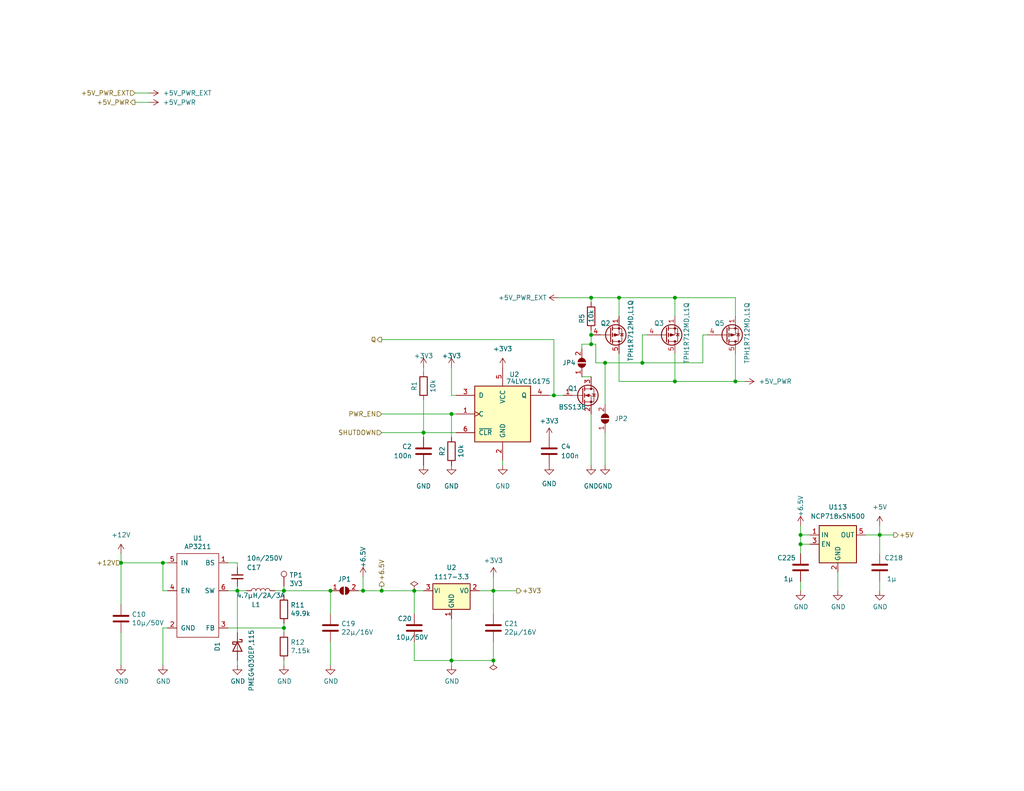
<source format=kicad_sch>
(kicad_sch
	(version 20231120)
	(generator "eeschema")
	(generator_version "8.0")
	(uuid "d3eaf28f-d55a-4d77-ac4e-fd16c6984c1a")
	(paper "A")
	(title_block
		(title "bitaxeHex")
		(date "2023-12-28")
		(rev "302")
	)
	(lib_symbols
		(symbol "74xGxx:74LVC1G175"
			(pin_names
				(offset 1.016)
			)
			(exclude_from_sim no)
			(in_bom yes)
			(on_board yes)
			(property "Reference" "U"
				(at -5.08 10.16 0)
				(effects
					(font
						(size 1.27 1.27)
					)
				)
			)
			(property "Value" "74LVC1G175"
				(at 10.16 -10.16 0)
				(effects
					(font
						(size 1.27 1.27)
					)
				)
			)
			(property "Footprint" ""
				(at 0 0 0)
				(effects
					(font
						(size 1.27 1.27)
					)
					(hide yes)
				)
			)
			(property "Datasheet" "http://www.ti.com/lit/sg/scyt129e/scyt129e.pdf"
				(at 0 0 0)
				(effects
					(font
						(size 1.27 1.27)
					)
					(hide yes)
				)
			)
			(property "Description" "Single D Flip-Flop w/ Asnynchronus Clear, Low-Voltage CMOS"
				(at 0 0 0)
				(effects
					(font
						(size 1.27 1.27)
					)
					(hide yes)
				)
			)
			(property "ki_keywords" "Single D Flip-Flop Clear CMOS"
				(at 0 0 0)
				(effects
					(font
						(size 1.27 1.27)
					)
					(hide yes)
				)
			)
			(property "ki_fp_filters" "SOT* SC*"
				(at 0 0 0)
				(effects
					(font
						(size 1.27 1.27)
					)
					(hide yes)
				)
			)
			(symbol "74LVC1G175_0_1"
				(rectangle
					(start -7.62 7.62)
					(end 7.62 -7.62)
					(stroke
						(width 0.254)
						(type default)
					)
					(fill
						(type background)
					)
				)
			)
			(symbol "74LVC1G175_1_1"
				(pin input clock
					(at -12.7 0 0)
					(length 5.08)
					(name "C"
						(effects
							(font
								(size 1.27 1.27)
							)
						)
					)
					(number "1"
						(effects
							(font
								(size 1.27 1.27)
							)
						)
					)
				)
				(pin power_in line
					(at 0 -12.7 90)
					(length 5.08)
					(name "GND"
						(effects
							(font
								(size 1.27 1.27)
							)
						)
					)
					(number "2"
						(effects
							(font
								(size 1.27 1.27)
							)
						)
					)
				)
				(pin input line
					(at -12.7 5.08 0)
					(length 5.08)
					(name "D"
						(effects
							(font
								(size 1.27 1.27)
							)
						)
					)
					(number "3"
						(effects
							(font
								(size 1.27 1.27)
							)
						)
					)
				)
				(pin output line
					(at 12.7 5.08 180)
					(length 5.08)
					(name "Q"
						(effects
							(font
								(size 1.27 1.27)
							)
						)
					)
					(number "4"
						(effects
							(font
								(size 1.27 1.27)
							)
						)
					)
				)
				(pin power_in line
					(at 0 12.7 270)
					(length 5.08)
					(name "VCC"
						(effects
							(font
								(size 1.27 1.27)
							)
						)
					)
					(number "5"
						(effects
							(font
								(size 1.27 1.27)
							)
						)
					)
				)
				(pin input line
					(at -12.7 -5.08 0)
					(length 5.08)
					(name "~{CLR}"
						(effects
							(font
								(size 1.27 1.27)
							)
						)
					)
					(number "6"
						(effects
							(font
								(size 1.27 1.27)
							)
						)
					)
				)
			)
		)
		(symbol "Connector:TestPoint"
			(pin_numbers hide)
			(pin_names
				(offset 0.762) hide)
			(exclude_from_sim no)
			(in_bom yes)
			(on_board yes)
			(property "Reference" "TP"
				(at 0 6.858 0)
				(effects
					(font
						(size 1.27 1.27)
					)
				)
			)
			(property "Value" "TestPoint"
				(at 0 5.08 0)
				(effects
					(font
						(size 1.27 1.27)
					)
				)
			)
			(property "Footprint" ""
				(at 5.08 0 0)
				(effects
					(font
						(size 1.27 1.27)
					)
					(hide yes)
				)
			)
			(property "Datasheet" "~"
				(at 5.08 0 0)
				(effects
					(font
						(size 1.27 1.27)
					)
					(hide yes)
				)
			)
			(property "Description" "test point"
				(at 0 0 0)
				(effects
					(font
						(size 1.27 1.27)
					)
					(hide yes)
				)
			)
			(property "ki_keywords" "test point tp"
				(at 0 0 0)
				(effects
					(font
						(size 1.27 1.27)
					)
					(hide yes)
				)
			)
			(property "ki_fp_filters" "Pin* Test*"
				(at 0 0 0)
				(effects
					(font
						(size 1.27 1.27)
					)
					(hide yes)
				)
			)
			(symbol "TestPoint_0_1"
				(circle
					(center 0 3.302)
					(radius 0.762)
					(stroke
						(width 0)
						(type default)
					)
					(fill
						(type none)
					)
				)
			)
			(symbol "TestPoint_1_1"
				(pin passive line
					(at 0 0 90)
					(length 2.54)
					(name "1"
						(effects
							(font
								(size 1.27 1.27)
							)
						)
					)
					(number "1"
						(effects
							(font
								(size 1.27 1.27)
							)
						)
					)
				)
			)
		)
		(symbol "Device:C"
			(pin_numbers hide)
			(pin_names
				(offset 0.254)
			)
			(exclude_from_sim no)
			(in_bom yes)
			(on_board yes)
			(property "Reference" "C"
				(at 0.635 2.54 0)
				(effects
					(font
						(size 1.27 1.27)
					)
					(justify left)
				)
			)
			(property "Value" "C"
				(at 0.635 -2.54 0)
				(effects
					(font
						(size 1.27 1.27)
					)
					(justify left)
				)
			)
			(property "Footprint" ""
				(at 0.9652 -3.81 0)
				(effects
					(font
						(size 1.27 1.27)
					)
					(hide yes)
				)
			)
			(property "Datasheet" "~"
				(at 0 0 0)
				(effects
					(font
						(size 1.27 1.27)
					)
					(hide yes)
				)
			)
			(property "Description" "Unpolarized capacitor"
				(at 0 0 0)
				(effects
					(font
						(size 1.27 1.27)
					)
					(hide yes)
				)
			)
			(property "ki_keywords" "cap capacitor"
				(at 0 0 0)
				(effects
					(font
						(size 1.27 1.27)
					)
					(hide yes)
				)
			)
			(property "ki_fp_filters" "C_*"
				(at 0 0 0)
				(effects
					(font
						(size 1.27 1.27)
					)
					(hide yes)
				)
			)
			(symbol "C_0_1"
				(polyline
					(pts
						(xy -2.032 -0.762) (xy 2.032 -0.762)
					)
					(stroke
						(width 0.508)
						(type default)
					)
					(fill
						(type none)
					)
				)
				(polyline
					(pts
						(xy -2.032 0.762) (xy 2.032 0.762)
					)
					(stroke
						(width 0.508)
						(type default)
					)
					(fill
						(type none)
					)
				)
			)
			(symbol "C_1_1"
				(pin passive line
					(at 0 3.81 270)
					(length 2.794)
					(name "~"
						(effects
							(font
								(size 1.27 1.27)
							)
						)
					)
					(number "1"
						(effects
							(font
								(size 1.27 1.27)
							)
						)
					)
				)
				(pin passive line
					(at 0 -3.81 90)
					(length 2.794)
					(name "~"
						(effects
							(font
								(size 1.27 1.27)
							)
						)
					)
					(number "2"
						(effects
							(font
								(size 1.27 1.27)
							)
						)
					)
				)
			)
		)
		(symbol "Device:C_Small"
			(pin_numbers hide)
			(pin_names
				(offset 0.254) hide)
			(exclude_from_sim no)
			(in_bom yes)
			(on_board yes)
			(property "Reference" "C"
				(at 0.254 1.778 0)
				(effects
					(font
						(size 1.27 1.27)
					)
					(justify left)
				)
			)
			(property "Value" "C_Small"
				(at 0.254 -2.032 0)
				(effects
					(font
						(size 1.27 1.27)
					)
					(justify left)
				)
			)
			(property "Footprint" ""
				(at 0 0 0)
				(effects
					(font
						(size 1.27 1.27)
					)
					(hide yes)
				)
			)
			(property "Datasheet" "~"
				(at 0 0 0)
				(effects
					(font
						(size 1.27 1.27)
					)
					(hide yes)
				)
			)
			(property "Description" "Unpolarized capacitor, small symbol"
				(at 0 0 0)
				(effects
					(font
						(size 1.27 1.27)
					)
					(hide yes)
				)
			)
			(property "ki_keywords" "capacitor cap"
				(at 0 0 0)
				(effects
					(font
						(size 1.27 1.27)
					)
					(hide yes)
				)
			)
			(property "ki_fp_filters" "C_*"
				(at 0 0 0)
				(effects
					(font
						(size 1.27 1.27)
					)
					(hide yes)
				)
			)
			(symbol "C_Small_0_1"
				(polyline
					(pts
						(xy -1.524 -0.508) (xy 1.524 -0.508)
					)
					(stroke
						(width 0.3302)
						(type default)
					)
					(fill
						(type none)
					)
				)
				(polyline
					(pts
						(xy -1.524 0.508) (xy 1.524 0.508)
					)
					(stroke
						(width 0.3048)
						(type default)
					)
					(fill
						(type none)
					)
				)
			)
			(symbol "C_Small_1_1"
				(pin passive line
					(at 0 2.54 270)
					(length 2.032)
					(name "~"
						(effects
							(font
								(size 1.27 1.27)
							)
						)
					)
					(number "1"
						(effects
							(font
								(size 1.27 1.27)
							)
						)
					)
				)
				(pin passive line
					(at 0 -2.54 90)
					(length 2.032)
					(name "~"
						(effects
							(font
								(size 1.27 1.27)
							)
						)
					)
					(number "2"
						(effects
							(font
								(size 1.27 1.27)
							)
						)
					)
				)
			)
		)
		(symbol "Device:D_Schottky"
			(pin_numbers hide)
			(pin_names
				(offset 1.016) hide)
			(exclude_from_sim no)
			(in_bom yes)
			(on_board yes)
			(property "Reference" "D"
				(at 0 2.54 0)
				(effects
					(font
						(size 1.27 1.27)
					)
				)
			)
			(property "Value" "D_Schottky"
				(at 0 -2.54 0)
				(effects
					(font
						(size 1.27 1.27)
					)
				)
			)
			(property "Footprint" ""
				(at 0 0 0)
				(effects
					(font
						(size 1.27 1.27)
					)
					(hide yes)
				)
			)
			(property "Datasheet" "~"
				(at 0 0 0)
				(effects
					(font
						(size 1.27 1.27)
					)
					(hide yes)
				)
			)
			(property "Description" "Schottky diode"
				(at 0 0 0)
				(effects
					(font
						(size 1.27 1.27)
					)
					(hide yes)
				)
			)
			(property "ki_keywords" "diode Schottky"
				(at 0 0 0)
				(effects
					(font
						(size 1.27 1.27)
					)
					(hide yes)
				)
			)
			(property "ki_fp_filters" "TO-???* *_Diode_* *SingleDiode* D_*"
				(at 0 0 0)
				(effects
					(font
						(size 1.27 1.27)
					)
					(hide yes)
				)
			)
			(symbol "D_Schottky_0_1"
				(polyline
					(pts
						(xy 1.27 0) (xy -1.27 0)
					)
					(stroke
						(width 0)
						(type default)
					)
					(fill
						(type none)
					)
				)
				(polyline
					(pts
						(xy 1.27 1.27) (xy 1.27 -1.27) (xy -1.27 0) (xy 1.27 1.27)
					)
					(stroke
						(width 0.254)
						(type default)
					)
					(fill
						(type none)
					)
				)
				(polyline
					(pts
						(xy -1.905 0.635) (xy -1.905 1.27) (xy -1.27 1.27) (xy -1.27 -1.27) (xy -0.635 -1.27) (xy -0.635 -0.635)
					)
					(stroke
						(width 0.254)
						(type default)
					)
					(fill
						(type none)
					)
				)
			)
			(symbol "D_Schottky_1_1"
				(pin passive line
					(at -3.81 0 0)
					(length 2.54)
					(name "K"
						(effects
							(font
								(size 1.27 1.27)
							)
						)
					)
					(number "1"
						(effects
							(font
								(size 1.27 1.27)
							)
						)
					)
				)
				(pin passive line
					(at 3.81 0 180)
					(length 2.54)
					(name "A"
						(effects
							(font
								(size 1.27 1.27)
							)
						)
					)
					(number "2"
						(effects
							(font
								(size 1.27 1.27)
							)
						)
					)
				)
			)
		)
		(symbol "Device:L"
			(pin_numbers hide)
			(pin_names
				(offset 1.016) hide)
			(exclude_from_sim no)
			(in_bom yes)
			(on_board yes)
			(property "Reference" "L"
				(at -1.27 0 90)
				(effects
					(font
						(size 1.27 1.27)
					)
				)
			)
			(property "Value" "L"
				(at 1.905 0 90)
				(effects
					(font
						(size 1.27 1.27)
					)
				)
			)
			(property "Footprint" ""
				(at 0 0 0)
				(effects
					(font
						(size 1.27 1.27)
					)
					(hide yes)
				)
			)
			(property "Datasheet" "~"
				(at 0 0 0)
				(effects
					(font
						(size 1.27 1.27)
					)
					(hide yes)
				)
			)
			(property "Description" "Inductor"
				(at 0 0 0)
				(effects
					(font
						(size 1.27 1.27)
					)
					(hide yes)
				)
			)
			(property "ki_keywords" "inductor choke coil reactor magnetic"
				(at 0 0 0)
				(effects
					(font
						(size 1.27 1.27)
					)
					(hide yes)
				)
			)
			(property "ki_fp_filters" "Choke_* *Coil* Inductor_* L_*"
				(at 0 0 0)
				(effects
					(font
						(size 1.27 1.27)
					)
					(hide yes)
				)
			)
			(symbol "L_0_1"
				(arc
					(start 0 -2.54)
					(mid 0.6323 -1.905)
					(end 0 -1.27)
					(stroke
						(width 0)
						(type default)
					)
					(fill
						(type none)
					)
				)
				(arc
					(start 0 -1.27)
					(mid 0.6323 -0.635)
					(end 0 0)
					(stroke
						(width 0)
						(type default)
					)
					(fill
						(type none)
					)
				)
				(arc
					(start 0 0)
					(mid 0.6323 0.635)
					(end 0 1.27)
					(stroke
						(width 0)
						(type default)
					)
					(fill
						(type none)
					)
				)
				(arc
					(start 0 1.27)
					(mid 0.6323 1.905)
					(end 0 2.54)
					(stroke
						(width 0)
						(type default)
					)
					(fill
						(type none)
					)
				)
			)
			(symbol "L_1_1"
				(pin passive line
					(at 0 3.81 270)
					(length 1.27)
					(name "1"
						(effects
							(font
								(size 1.27 1.27)
							)
						)
					)
					(number "1"
						(effects
							(font
								(size 1.27 1.27)
							)
						)
					)
				)
				(pin passive line
					(at 0 -3.81 90)
					(length 1.27)
					(name "2"
						(effects
							(font
								(size 1.27 1.27)
							)
						)
					)
					(number "2"
						(effects
							(font
								(size 1.27 1.27)
							)
						)
					)
				)
			)
		)
		(symbol "Device:R"
			(pin_numbers hide)
			(pin_names
				(offset 0)
			)
			(exclude_from_sim no)
			(in_bom yes)
			(on_board yes)
			(property "Reference" "R"
				(at 2.032 0 90)
				(effects
					(font
						(size 1.27 1.27)
					)
				)
			)
			(property "Value" "R"
				(at 0 0 90)
				(effects
					(font
						(size 1.27 1.27)
					)
				)
			)
			(property "Footprint" ""
				(at -1.778 0 90)
				(effects
					(font
						(size 1.27 1.27)
					)
					(hide yes)
				)
			)
			(property "Datasheet" "~"
				(at 0 0 0)
				(effects
					(font
						(size 1.27 1.27)
					)
					(hide yes)
				)
			)
			(property "Description" "Resistor"
				(at 0 0 0)
				(effects
					(font
						(size 1.27 1.27)
					)
					(hide yes)
				)
			)
			(property "ki_keywords" "R res resistor"
				(at 0 0 0)
				(effects
					(font
						(size 1.27 1.27)
					)
					(hide yes)
				)
			)
			(property "ki_fp_filters" "R_*"
				(at 0 0 0)
				(effects
					(font
						(size 1.27 1.27)
					)
					(hide yes)
				)
			)
			(symbol "R_0_1"
				(rectangle
					(start -1.016 -2.54)
					(end 1.016 2.54)
					(stroke
						(width 0.254)
						(type default)
					)
					(fill
						(type none)
					)
				)
			)
			(symbol "R_1_1"
				(pin passive line
					(at 0 3.81 270)
					(length 1.27)
					(name "~"
						(effects
							(font
								(size 1.27 1.27)
							)
						)
					)
					(number "1"
						(effects
							(font
								(size 1.27 1.27)
							)
						)
					)
				)
				(pin passive line
					(at 0 -3.81 90)
					(length 1.27)
					(name "~"
						(effects
							(font
								(size 1.27 1.27)
							)
						)
					)
					(number "2"
						(effects
							(font
								(size 1.27 1.27)
							)
						)
					)
				)
			)
		)
		(symbol "Jumper:SolderJumper_2_Open"
			(pin_names
				(offset 0) hide)
			(exclude_from_sim no)
			(in_bom yes)
			(on_board yes)
			(property "Reference" "JP"
				(at 0 2.032 0)
				(effects
					(font
						(size 1.27 1.27)
					)
				)
			)
			(property "Value" "SolderJumper_2_Open"
				(at 0 -2.54 0)
				(effects
					(font
						(size 1.27 1.27)
					)
				)
			)
			(property "Footprint" ""
				(at 0 0 0)
				(effects
					(font
						(size 1.27 1.27)
					)
					(hide yes)
				)
			)
			(property "Datasheet" "~"
				(at 0 0 0)
				(effects
					(font
						(size 1.27 1.27)
					)
					(hide yes)
				)
			)
			(property "Description" "Solder Jumper, 2-pole, open"
				(at 0 0 0)
				(effects
					(font
						(size 1.27 1.27)
					)
					(hide yes)
				)
			)
			(property "ki_keywords" "solder jumper SPST"
				(at 0 0 0)
				(effects
					(font
						(size 1.27 1.27)
					)
					(hide yes)
				)
			)
			(property "ki_fp_filters" "SolderJumper*Open*"
				(at 0 0 0)
				(effects
					(font
						(size 1.27 1.27)
					)
					(hide yes)
				)
			)
			(symbol "SolderJumper_2_Open_0_1"
				(arc
					(start -0.254 1.016)
					(mid -1.2656 0)
					(end -0.254 -1.016)
					(stroke
						(width 0)
						(type default)
					)
					(fill
						(type none)
					)
				)
				(arc
					(start -0.254 1.016)
					(mid -1.2656 0)
					(end -0.254 -1.016)
					(stroke
						(width 0)
						(type default)
					)
					(fill
						(type outline)
					)
				)
				(polyline
					(pts
						(xy -0.254 1.016) (xy -0.254 -1.016)
					)
					(stroke
						(width 0)
						(type default)
					)
					(fill
						(type none)
					)
				)
				(polyline
					(pts
						(xy 0.254 1.016) (xy 0.254 -1.016)
					)
					(stroke
						(width 0)
						(type default)
					)
					(fill
						(type none)
					)
				)
				(arc
					(start 0.254 -1.016)
					(mid 1.2656 0)
					(end 0.254 1.016)
					(stroke
						(width 0)
						(type default)
					)
					(fill
						(type none)
					)
				)
				(arc
					(start 0.254 -1.016)
					(mid 1.2656 0)
					(end 0.254 1.016)
					(stroke
						(width 0)
						(type default)
					)
					(fill
						(type outline)
					)
				)
			)
			(symbol "SolderJumper_2_Open_1_1"
				(pin passive line
					(at -3.81 0 0)
					(length 2.54)
					(name "A"
						(effects
							(font
								(size 1.27 1.27)
							)
						)
					)
					(number "1"
						(effects
							(font
								(size 1.27 1.27)
							)
						)
					)
				)
				(pin passive line
					(at 3.81 0 180)
					(length 2.54)
					(name "B"
						(effects
							(font
								(size 1.27 1.27)
							)
						)
					)
					(number "2"
						(effects
							(font
								(size 1.27 1.27)
							)
						)
					)
				)
			)
		)
		(symbol "Regulator_Linear:AZ1117-3.3"
			(pin_names
				(offset 0.254)
			)
			(exclude_from_sim no)
			(in_bom yes)
			(on_board yes)
			(property "Reference" "U"
				(at -3.81 3.175 0)
				(effects
					(font
						(size 1.27 1.27)
					)
				)
			)
			(property "Value" "AZ1117-3.3"
				(at 0 3.175 0)
				(effects
					(font
						(size 1.27 1.27)
					)
					(justify left)
				)
			)
			(property "Footprint" ""
				(at 0 6.35 0)
				(effects
					(font
						(size 1.27 1.27)
						(italic yes)
					)
					(hide yes)
				)
			)
			(property "Datasheet" "https://www.diodes.com/assets/Datasheets/AZ1117.pdf"
				(at 0 0 0)
				(effects
					(font
						(size 1.27 1.27)
					)
					(hide yes)
				)
			)
			(property "Description" "1A 20V Fixed LDO Linear Regulator, 3.3V, SOT-89/SOT-223/TO-220/TO-252/TO-263"
				(at 0 0 0)
				(effects
					(font
						(size 1.27 1.27)
					)
					(hide yes)
				)
			)
			(property "ki_keywords" "Fixed Voltage Regulator 1A Positive LDO"
				(at 0 0 0)
				(effects
					(font
						(size 1.27 1.27)
					)
					(hide yes)
				)
			)
			(property "ki_fp_filters" "SOT?223* SOT?89* TO?220* TO?252* TO?263*"
				(at 0 0 0)
				(effects
					(font
						(size 1.27 1.27)
					)
					(hide yes)
				)
			)
			(symbol "AZ1117-3.3_0_1"
				(rectangle
					(start -5.08 1.905)
					(end 5.08 -5.08)
					(stroke
						(width 0.254)
						(type default)
					)
					(fill
						(type background)
					)
				)
			)
			(symbol "AZ1117-3.3_1_1"
				(pin power_in line
					(at 0 -7.62 90)
					(length 2.54)
					(name "GND"
						(effects
							(font
								(size 1.27 1.27)
							)
						)
					)
					(number "1"
						(effects
							(font
								(size 1.27 1.27)
							)
						)
					)
				)
				(pin power_out line
					(at 7.62 0 180)
					(length 2.54)
					(name "VO"
						(effects
							(font
								(size 1.27 1.27)
							)
						)
					)
					(number "2"
						(effects
							(font
								(size 1.27 1.27)
							)
						)
					)
				)
				(pin power_in line
					(at -7.62 0 0)
					(length 2.54)
					(name "VI"
						(effects
							(font
								(size 1.27 1.27)
							)
						)
					)
					(number "3"
						(effects
							(font
								(size 1.27 1.27)
							)
						)
					)
				)
			)
		)
		(symbol "Regulator_Linear:NCP718xSN500"
			(exclude_from_sim no)
			(in_bom yes)
			(on_board yes)
			(property "Reference" "U"
				(at -3.81 6.35 0)
				(effects
					(font
						(size 1.27 1.27)
					)
				)
			)
			(property "Value" "NCP718xSN500"
				(at 6.35 6.35 0)
				(effects
					(font
						(size 1.27 1.27)
					)
				)
			)
			(property "Footprint" "Package_TO_SOT_SMD:SOT-23-5"
				(at 0 8.89 0)
				(effects
					(font
						(size 1.27 1.27)
					)
					(hide yes)
				)
			)
			(property "Datasheet" "https://www.onsemi.com/pub/Collateral/NCP718-D.PDF"
				(at 0 12.7 0)
				(effects
					(font
						(size 1.27 1.27)
					)
					(hide yes)
				)
			)
			(property "Description" "300-mA, Wide Input Voltage, Low-IQ LDO, 5.0V, SOT-23"
				(at 0 0 0)
				(effects
					(font
						(size 1.27 1.27)
					)
					(hide yes)
				)
			)
			(property "ki_keywords" "Single Output LDO Wide Input"
				(at 0 0 0)
				(effects
					(font
						(size 1.27 1.27)
					)
					(hide yes)
				)
			)
			(property "ki_fp_filters" "SOT?23*"
				(at 0 0 0)
				(effects
					(font
						(size 1.27 1.27)
					)
					(hide yes)
				)
			)
			(symbol "NCP718xSN500_0_1"
				(rectangle
					(start -5.08 -5.08)
					(end 5.08 5.08)
					(stroke
						(width 0.254)
						(type default)
					)
					(fill
						(type background)
					)
				)
				(pin power_in line
					(at -7.62 2.54 0)
					(length 2.54)
					(name "IN"
						(effects
							(font
								(size 1.27 1.27)
							)
						)
					)
					(number "1"
						(effects
							(font
								(size 1.27 1.27)
							)
						)
					)
				)
				(pin power_in line
					(at 0 -7.62 90)
					(length 2.54)
					(name "GND"
						(effects
							(font
								(size 1.27 1.27)
							)
						)
					)
					(number "2"
						(effects
							(font
								(size 1.27 1.27)
							)
						)
					)
				)
				(pin input line
					(at -7.62 0 0)
					(length 2.54)
					(name "EN"
						(effects
							(font
								(size 1.27 1.27)
							)
						)
					)
					(number "3"
						(effects
							(font
								(size 1.27 1.27)
							)
						)
					)
				)
				(pin no_connect line
					(at 5.08 0 180)
					(length 2.54) hide
					(name "NC"
						(effects
							(font
								(size 1.27 1.27)
							)
						)
					)
					(number "4"
						(effects
							(font
								(size 1.27 1.27)
							)
						)
					)
				)
				(pin power_out line
					(at 7.62 2.54 180)
					(length 2.54)
					(name "OUT"
						(effects
							(font
								(size 1.27 1.27)
							)
						)
					)
					(number "5"
						(effects
							(font
								(size 1.27 1.27)
							)
						)
					)
				)
			)
		)
		(symbol "Transistor_FET:AON6411"
			(pin_names hide)
			(exclude_from_sim no)
			(in_bom yes)
			(on_board yes)
			(property "Reference" "Q"
				(at 5.08 1.905 0)
				(effects
					(font
						(size 1.27 1.27)
					)
					(justify left)
				)
			)
			(property "Value" "AON6411"
				(at 5.08 0 0)
				(effects
					(font
						(size 1.27 1.27)
					)
					(justify left)
				)
			)
			(property "Footprint" "Package_DFN_QFN:AO_DFN-8-1EP_5.55x5.2mm_P1.27mm_EP4.12x4.6mm"
				(at 5.08 -1.905 0)
				(effects
					(font
						(size 1.27 1.27)
					)
					(justify left)
					(hide yes)
				)
			)
			(property "Datasheet" "http://www.aosmd.com/res/data_sheets/AON6411.pdf"
				(at 0 0 90)
				(effects
					(font
						(size 1.27 1.27)
					)
					(justify left)
					(hide yes)
				)
			)
			(property "Description" "P-Channel MOSFET, -85A Id, -20V Vds, DFN-8"
				(at 0 0 0)
				(effects
					(font
						(size 1.27 1.27)
					)
					(hide yes)
				)
			)
			(property "ki_keywords" "P-Channel MOSFET"
				(at 0 0 0)
				(effects
					(font
						(size 1.27 1.27)
					)
					(hide yes)
				)
			)
			(property "ki_fp_filters" "AO*DFN*8*1EP*5.55x5.2mm*P1.27mm*EP4.12x4.6mm*"
				(at 0 0 0)
				(effects
					(font
						(size 1.27 1.27)
					)
					(hide yes)
				)
			)
			(symbol "AON6411_0_1"
				(polyline
					(pts
						(xy 0.254 0) (xy -2.54 0)
					)
					(stroke
						(width 0)
						(type default)
					)
					(fill
						(type none)
					)
				)
				(polyline
					(pts
						(xy 0.254 1.905) (xy 0.254 -1.905)
					)
					(stroke
						(width 0.254)
						(type default)
					)
					(fill
						(type none)
					)
				)
				(polyline
					(pts
						(xy 0.762 -1.27) (xy 0.762 -2.286)
					)
					(stroke
						(width 0.254)
						(type default)
					)
					(fill
						(type none)
					)
				)
				(polyline
					(pts
						(xy 0.762 0.508) (xy 0.762 -0.508)
					)
					(stroke
						(width 0.254)
						(type default)
					)
					(fill
						(type none)
					)
				)
				(polyline
					(pts
						(xy 0.762 2.286) (xy 0.762 1.27)
					)
					(stroke
						(width 0.254)
						(type default)
					)
					(fill
						(type none)
					)
				)
				(polyline
					(pts
						(xy 2.54 2.54) (xy 2.54 1.778)
					)
					(stroke
						(width 0)
						(type default)
					)
					(fill
						(type none)
					)
				)
				(polyline
					(pts
						(xy 2.54 -2.54) (xy 2.54 0) (xy 0.762 0)
					)
					(stroke
						(width 0)
						(type default)
					)
					(fill
						(type none)
					)
				)
				(polyline
					(pts
						(xy 0.762 1.778) (xy 3.302 1.778) (xy 3.302 -1.778) (xy 0.762 -1.778)
					)
					(stroke
						(width 0)
						(type default)
					)
					(fill
						(type none)
					)
				)
				(polyline
					(pts
						(xy 2.286 0) (xy 1.27 0.381) (xy 1.27 -0.381) (xy 2.286 0)
					)
					(stroke
						(width 0)
						(type default)
					)
					(fill
						(type outline)
					)
				)
				(polyline
					(pts
						(xy 2.794 -0.508) (xy 2.921 -0.381) (xy 3.683 -0.381) (xy 3.81 -0.254)
					)
					(stroke
						(width 0)
						(type default)
					)
					(fill
						(type none)
					)
				)
				(polyline
					(pts
						(xy 3.302 -0.381) (xy 2.921 0.254) (xy 3.683 0.254) (xy 3.302 -0.381)
					)
					(stroke
						(width 0)
						(type default)
					)
					(fill
						(type none)
					)
				)
				(circle
					(center 1.651 0)
					(radius 2.794)
					(stroke
						(width 0.254)
						(type default)
					)
					(fill
						(type none)
					)
				)
				(circle
					(center 2.54 -1.778)
					(radius 0.254)
					(stroke
						(width 0)
						(type default)
					)
					(fill
						(type outline)
					)
				)
				(circle
					(center 2.54 1.778)
					(radius 0.254)
					(stroke
						(width 0)
						(type default)
					)
					(fill
						(type outline)
					)
				)
			)
			(symbol "AON6411_1_1"
				(pin passive line
					(at 2.54 -5.08 90)
					(length 2.54)
					(name "S"
						(effects
							(font
								(size 1.27 1.27)
							)
						)
					)
					(number "1"
						(effects
							(font
								(size 1.27 1.27)
							)
						)
					)
				)
				(pin passive line
					(at 2.54 -5.08 90)
					(length 2.54) hide
					(name "S"
						(effects
							(font
								(size 1.27 1.27)
							)
						)
					)
					(number "2"
						(effects
							(font
								(size 1.27 1.27)
							)
						)
					)
				)
				(pin passive line
					(at 2.54 -5.08 90)
					(length 2.54) hide
					(name "S"
						(effects
							(font
								(size 1.27 1.27)
							)
						)
					)
					(number "3"
						(effects
							(font
								(size 1.27 1.27)
							)
						)
					)
				)
				(pin input line
					(at -5.08 0 0)
					(length 2.54)
					(name "G"
						(effects
							(font
								(size 1.27 1.27)
							)
						)
					)
					(number "4"
						(effects
							(font
								(size 1.27 1.27)
							)
						)
					)
				)
				(pin passive line
					(at 2.54 5.08 270)
					(length 2.54)
					(name "D"
						(effects
							(font
								(size 1.27 1.27)
							)
						)
					)
					(number "5"
						(effects
							(font
								(size 1.27 1.27)
							)
						)
					)
				)
			)
		)
		(symbol "Transistor_FET:BSS138"
			(pin_names hide)
			(exclude_from_sim no)
			(in_bom yes)
			(on_board yes)
			(property "Reference" "Q"
				(at 5.08 1.905 0)
				(effects
					(font
						(size 1.27 1.27)
					)
					(justify left)
				)
			)
			(property "Value" "BSS138"
				(at 5.08 0 0)
				(effects
					(font
						(size 1.27 1.27)
					)
					(justify left)
				)
			)
			(property "Footprint" "Package_TO_SOT_SMD:SOT-23"
				(at 5.08 -1.905 0)
				(effects
					(font
						(size 1.27 1.27)
						(italic yes)
					)
					(justify left)
					(hide yes)
				)
			)
			(property "Datasheet" "https://www.onsemi.com/pub/Collateral/BSS138-D.PDF"
				(at 0 0 0)
				(effects
					(font
						(size 1.27 1.27)
					)
					(justify left)
					(hide yes)
				)
			)
			(property "Description" "50V Vds, 0.22A Id, N-Channel MOSFET, SOT-23"
				(at 0 0 0)
				(effects
					(font
						(size 1.27 1.27)
					)
					(hide yes)
				)
			)
			(property "ki_keywords" "N-Channel MOSFET"
				(at 0 0 0)
				(effects
					(font
						(size 1.27 1.27)
					)
					(hide yes)
				)
			)
			(property "ki_fp_filters" "SOT?23*"
				(at 0 0 0)
				(effects
					(font
						(size 1.27 1.27)
					)
					(hide yes)
				)
			)
			(symbol "BSS138_0_1"
				(polyline
					(pts
						(xy 0.254 0) (xy -2.54 0)
					)
					(stroke
						(width 0)
						(type default)
					)
					(fill
						(type none)
					)
				)
				(polyline
					(pts
						(xy 0.254 1.905) (xy 0.254 -1.905)
					)
					(stroke
						(width 0.254)
						(type default)
					)
					(fill
						(type none)
					)
				)
				(polyline
					(pts
						(xy 0.762 -1.27) (xy 0.762 -2.286)
					)
					(stroke
						(width 0.254)
						(type default)
					)
					(fill
						(type none)
					)
				)
				(polyline
					(pts
						(xy 0.762 0.508) (xy 0.762 -0.508)
					)
					(stroke
						(width 0.254)
						(type default)
					)
					(fill
						(type none)
					)
				)
				(polyline
					(pts
						(xy 0.762 2.286) (xy 0.762 1.27)
					)
					(stroke
						(width 0.254)
						(type default)
					)
					(fill
						(type none)
					)
				)
				(polyline
					(pts
						(xy 2.54 2.54) (xy 2.54 1.778)
					)
					(stroke
						(width 0)
						(type default)
					)
					(fill
						(type none)
					)
				)
				(polyline
					(pts
						(xy 2.54 -2.54) (xy 2.54 0) (xy 0.762 0)
					)
					(stroke
						(width 0)
						(type default)
					)
					(fill
						(type none)
					)
				)
				(polyline
					(pts
						(xy 0.762 -1.778) (xy 3.302 -1.778) (xy 3.302 1.778) (xy 0.762 1.778)
					)
					(stroke
						(width 0)
						(type default)
					)
					(fill
						(type none)
					)
				)
				(polyline
					(pts
						(xy 1.016 0) (xy 2.032 0.381) (xy 2.032 -0.381) (xy 1.016 0)
					)
					(stroke
						(width 0)
						(type default)
					)
					(fill
						(type outline)
					)
				)
				(polyline
					(pts
						(xy 2.794 0.508) (xy 2.921 0.381) (xy 3.683 0.381) (xy 3.81 0.254)
					)
					(stroke
						(width 0)
						(type default)
					)
					(fill
						(type none)
					)
				)
				(polyline
					(pts
						(xy 3.302 0.381) (xy 2.921 -0.254) (xy 3.683 -0.254) (xy 3.302 0.381)
					)
					(stroke
						(width 0)
						(type default)
					)
					(fill
						(type none)
					)
				)
				(circle
					(center 1.651 0)
					(radius 2.794)
					(stroke
						(width 0.254)
						(type default)
					)
					(fill
						(type none)
					)
				)
				(circle
					(center 2.54 -1.778)
					(radius 0.254)
					(stroke
						(width 0)
						(type default)
					)
					(fill
						(type outline)
					)
				)
				(circle
					(center 2.54 1.778)
					(radius 0.254)
					(stroke
						(width 0)
						(type default)
					)
					(fill
						(type outline)
					)
				)
			)
			(symbol "BSS138_1_1"
				(pin input line
					(at -5.08 0 0)
					(length 2.54)
					(name "G"
						(effects
							(font
								(size 1.27 1.27)
							)
						)
					)
					(number "1"
						(effects
							(font
								(size 1.27 1.27)
							)
						)
					)
				)
				(pin passive line
					(at 2.54 -5.08 90)
					(length 2.54)
					(name "S"
						(effects
							(font
								(size 1.27 1.27)
							)
						)
					)
					(number "2"
						(effects
							(font
								(size 1.27 1.27)
							)
						)
					)
				)
				(pin passive line
					(at 2.54 5.08 270)
					(length 2.54)
					(name "D"
						(effects
							(font
								(size 1.27 1.27)
							)
						)
					)
					(number "3"
						(effects
							(font
								(size 1.27 1.27)
							)
						)
					)
				)
			)
		)
		(symbol "mylib7:+5V_PWR"
			(power)
			(pin_names
				(offset 0)
			)
			(exclude_from_sim no)
			(in_bom yes)
			(on_board yes)
			(property "Reference" "#PWR020"
				(at 0 -3.81 0)
				(effects
					(font
						(size 1.27 1.27)
					)
					(hide yes)
				)
			)
			(property "Value" "+5V_PWR"
				(at 0 4.445 0)
				(effects
					(font
						(size 1.27 1.27)
					)
				)
			)
			(property "Footprint" ""
				(at 0 0 0)
				(effects
					(font
						(size 1.27 1.27)
					)
					(hide yes)
				)
			)
			(property "Datasheet" ""
				(at 0 0 0)
				(effects
					(font
						(size 1.27 1.27)
					)
					(hide yes)
				)
			)
			(property "Description" "Power symbol creates a global label with name \"+1V2\""
				(at 0 0 0)
				(effects
					(font
						(size 1.27 1.27)
					)
					(hide yes)
				)
			)
			(property "ki_keywords" "global power"
				(at 0 0 0)
				(effects
					(font
						(size 1.27 1.27)
					)
					(hide yes)
				)
			)
			(symbol "+5V_PWR_0_1"
				(polyline
					(pts
						(xy -0.762 1.27) (xy 0 2.54)
					)
					(stroke
						(width 0)
						(type default)
					)
					(fill
						(type none)
					)
				)
				(polyline
					(pts
						(xy 0 0) (xy 0 2.54)
					)
					(stroke
						(width 0)
						(type default)
					)
					(fill
						(type none)
					)
				)
				(polyline
					(pts
						(xy 0 2.54) (xy 0.762 1.27)
					)
					(stroke
						(width 0)
						(type default)
					)
					(fill
						(type none)
					)
				)
			)
			(symbol "+5V_PWR_1_1"
				(pin power_in line
					(at 0 0 90)
					(length 0) hide
					(name "+5V_PWR"
						(effects
							(font
								(size 1.27 1.27)
							)
						)
					)
					(number "1"
						(effects
							(font
								(size 1.27 1.27)
							)
						)
					)
				)
			)
		)
		(symbol "mylib7:+5V_PWR_EXT"
			(power)
			(pin_names
				(offset 0)
			)
			(exclude_from_sim no)
			(in_bom yes)
			(on_board yes)
			(property "Reference" "#PWR021"
				(at 0 -3.81 0)
				(effects
					(font
						(size 1.27 1.27)
					)
					(hide yes)
				)
			)
			(property "Value" "+5V_PWR_EXT"
				(at 0 4.445 0)
				(effects
					(font
						(size 1.27 1.27)
					)
				)
			)
			(property "Footprint" ""
				(at 0 0 0)
				(effects
					(font
						(size 1.27 1.27)
					)
					(hide yes)
				)
			)
			(property "Datasheet" ""
				(at 0 0 0)
				(effects
					(font
						(size 1.27 1.27)
					)
					(hide yes)
				)
			)
			(property "Description" "Power symbol creates a global label with name \"+1V2\""
				(at 0 0 0)
				(effects
					(font
						(size 1.27 1.27)
					)
					(hide yes)
				)
			)
			(property "ki_keywords" "global power"
				(at 0 0 0)
				(effects
					(font
						(size 1.27 1.27)
					)
					(hide yes)
				)
			)
			(symbol "+5V_PWR_EXT_0_1"
				(polyline
					(pts
						(xy -0.762 1.27) (xy 0 2.54)
					)
					(stroke
						(width 0)
						(type default)
					)
					(fill
						(type none)
					)
				)
				(polyline
					(pts
						(xy 0 0) (xy 0 2.54)
					)
					(stroke
						(width 0)
						(type default)
					)
					(fill
						(type none)
					)
				)
				(polyline
					(pts
						(xy 0 2.54) (xy 0.762 1.27)
					)
					(stroke
						(width 0)
						(type default)
					)
					(fill
						(type none)
					)
				)
			)
			(symbol "+5V_PWR_EXT_1_1"
				(pin power_in line
					(at 0 0 90)
					(length 0) hide
					(name "+5V_PWR_EXT"
						(effects
							(font
								(size 1.27 1.27)
							)
						)
					)
					(number "1"
						(effects
							(font
								(size 1.27 1.27)
							)
						)
					)
				)
			)
		)
		(symbol "mylib7:+6.5V"
			(power)
			(pin_names
				(offset 0)
			)
			(exclude_from_sim no)
			(in_bom yes)
			(on_board yes)
			(property "Reference" "#PWR034"
				(at 0 -3.81 0)
				(effects
					(font
						(size 1.27 1.27)
					)
					(hide yes)
				)
			)
			(property "Value" "+6.5V"
				(at 0 4.445 0)
				(effects
					(font
						(size 1.27 1.27)
					)
				)
			)
			(property "Footprint" ""
				(at 0 0 0)
				(effects
					(font
						(size 1.27 1.27)
					)
					(hide yes)
				)
			)
			(property "Datasheet" ""
				(at 0 0 0)
				(effects
					(font
						(size 1.27 1.27)
					)
					(hide yes)
				)
			)
			(property "Description" ""
				(at 0 0 0)
				(effects
					(font
						(size 1.27 1.27)
					)
					(hide yes)
				)
			)
			(property "ki_keywords" "global power"
				(at 0 0 0)
				(effects
					(font
						(size 1.27 1.27)
					)
					(hide yes)
				)
			)
			(symbol "+6.5V_0_1"
				(polyline
					(pts
						(xy -0.762 1.27) (xy 0 2.54)
					)
					(stroke
						(width 0)
						(type default)
					)
					(fill
						(type none)
					)
				)
				(polyline
					(pts
						(xy 0 0) (xy 0 2.54)
					)
					(stroke
						(width 0)
						(type default)
					)
					(fill
						(type none)
					)
				)
				(polyline
					(pts
						(xy 0 2.54) (xy 0.762 1.27)
					)
					(stroke
						(width 0)
						(type default)
					)
					(fill
						(type none)
					)
				)
			)
			(symbol "+6.5V_1_1"
				(pin power_in line
					(at 0 0 90)
					(length 0) hide
					(name "+5V"
						(effects
							(font
								(size 1.27 1.27)
							)
						)
					)
					(number "1"
						(effects
							(font
								(size 1.27 1.27)
							)
						)
					)
				)
			)
		)
		(symbol "pferdibank-rescue:AP3211-mylib"
			(pin_names
				(offset 1.016)
			)
			(exclude_from_sim no)
			(in_bom yes)
			(on_board yes)
			(property "Reference" "U"
				(at -5.08 11.43 0)
				(effects
					(font
						(size 1.27 1.27)
					)
				)
			)
			(property "Value" "mylib_AP3211"
				(at 0 -15.24 0)
				(effects
					(font
						(size 1.27 1.27)
					)
				)
			)
			(property "Footprint" "Package_TO_SOT_SMD:SOT-23-6"
				(at -5.08 5.08 0)
				(effects
					(font
						(size 1.27 1.27)
					)
					(hide yes)
				)
			)
			(property "Datasheet" ""
				(at -5.08 5.08 0)
				(effects
					(font
						(size 1.27 1.27)
					)
					(hide yes)
				)
			)
			(property "Description" ""
				(at 0 0 0)
				(effects
					(font
						(size 1.27 1.27)
					)
					(hide yes)
				)
			)
			(symbol "AP3211-mylib_0_1"
				(rectangle
					(start -6.35 10.16)
					(end 5.08 -12.7)
					(stroke
						(width 0)
						(type solid)
					)
					(fill
						(type none)
					)
				)
			)
			(symbol "AP3211-mylib_1_1"
				(pin passive line
					(at 7.62 7.62 180)
					(length 2.54)
					(name "BS"
						(effects
							(font
								(size 1.27 1.27)
							)
						)
					)
					(number "1"
						(effects
							(font
								(size 1.27 1.27)
							)
						)
					)
				)
				(pin power_in line
					(at -8.89 -10.16 0)
					(length 2.54)
					(name "GND"
						(effects
							(font
								(size 1.27 1.27)
							)
						)
					)
					(number "2"
						(effects
							(font
								(size 1.27 1.27)
							)
						)
					)
				)
				(pin input line
					(at 7.62 -10.16 180)
					(length 2.54)
					(name "FB"
						(effects
							(font
								(size 1.27 1.27)
							)
						)
					)
					(number "3"
						(effects
							(font
								(size 1.27 1.27)
							)
						)
					)
				)
				(pin input line
					(at -8.89 0 0)
					(length 2.54)
					(name "EN"
						(effects
							(font
								(size 1.27 1.27)
							)
						)
					)
					(number "4"
						(effects
							(font
								(size 1.27 1.27)
							)
						)
					)
				)
				(pin input line
					(at -8.89 7.62 0)
					(length 2.54)
					(name "IN"
						(effects
							(font
								(size 1.27 1.27)
							)
						)
					)
					(number "5"
						(effects
							(font
								(size 1.27 1.27)
							)
						)
					)
				)
				(pin power_out line
					(at 7.62 0 180)
					(length 2.54)
					(name "SW"
						(effects
							(font
								(size 1.27 1.27)
							)
						)
					)
					(number "6"
						(effects
							(font
								(size 1.27 1.27)
							)
						)
					)
				)
			)
		)
		(symbol "power:+12V"
			(power)
			(pin_names
				(offset 0)
			)
			(exclude_from_sim no)
			(in_bom yes)
			(on_board yes)
			(property "Reference" "#PWR"
				(at 0 -3.81 0)
				(effects
					(font
						(size 1.27 1.27)
					)
					(hide yes)
				)
			)
			(property "Value" "+12V"
				(at 0 3.556 0)
				(effects
					(font
						(size 1.27 1.27)
					)
				)
			)
			(property "Footprint" ""
				(at 0 0 0)
				(effects
					(font
						(size 1.27 1.27)
					)
					(hide yes)
				)
			)
			(property "Datasheet" ""
				(at 0 0 0)
				(effects
					(font
						(size 1.27 1.27)
					)
					(hide yes)
				)
			)
			(property "Description" "Power symbol creates a global label with name \"+12V\""
				(at 0 0 0)
				(effects
					(font
						(size 1.27 1.27)
					)
					(hide yes)
				)
			)
			(property "ki_keywords" "global power"
				(at 0 0 0)
				(effects
					(font
						(size 1.27 1.27)
					)
					(hide yes)
				)
			)
			(symbol "+12V_0_1"
				(polyline
					(pts
						(xy -0.762 1.27) (xy 0 2.54)
					)
					(stroke
						(width 0)
						(type default)
					)
					(fill
						(type none)
					)
				)
				(polyline
					(pts
						(xy 0 0) (xy 0 2.54)
					)
					(stroke
						(width 0)
						(type default)
					)
					(fill
						(type none)
					)
				)
				(polyline
					(pts
						(xy 0 2.54) (xy 0.762 1.27)
					)
					(stroke
						(width 0)
						(type default)
					)
					(fill
						(type none)
					)
				)
			)
			(symbol "+12V_1_1"
				(pin power_in line
					(at 0 0 90)
					(length 0) hide
					(name "+12V"
						(effects
							(font
								(size 1.27 1.27)
							)
						)
					)
					(number "1"
						(effects
							(font
								(size 1.27 1.27)
							)
						)
					)
				)
			)
		)
		(symbol "power:+3V3"
			(power)
			(pin_names
				(offset 0)
			)
			(exclude_from_sim no)
			(in_bom yes)
			(on_board yes)
			(property "Reference" "#PWR"
				(at 0 -3.81 0)
				(effects
					(font
						(size 1.27 1.27)
					)
					(hide yes)
				)
			)
			(property "Value" "+3V3"
				(at 0 3.556 0)
				(effects
					(font
						(size 1.27 1.27)
					)
				)
			)
			(property "Footprint" ""
				(at 0 0 0)
				(effects
					(font
						(size 1.27 1.27)
					)
					(hide yes)
				)
			)
			(property "Datasheet" ""
				(at 0 0 0)
				(effects
					(font
						(size 1.27 1.27)
					)
					(hide yes)
				)
			)
			(property "Description" "Power symbol creates a global label with name \"+3V3\""
				(at 0 0 0)
				(effects
					(font
						(size 1.27 1.27)
					)
					(hide yes)
				)
			)
			(property "ki_keywords" "global power"
				(at 0 0 0)
				(effects
					(font
						(size 1.27 1.27)
					)
					(hide yes)
				)
			)
			(symbol "+3V3_0_1"
				(polyline
					(pts
						(xy -0.762 1.27) (xy 0 2.54)
					)
					(stroke
						(width 0)
						(type default)
					)
					(fill
						(type none)
					)
				)
				(polyline
					(pts
						(xy 0 0) (xy 0 2.54)
					)
					(stroke
						(width 0)
						(type default)
					)
					(fill
						(type none)
					)
				)
				(polyline
					(pts
						(xy 0 2.54) (xy 0.762 1.27)
					)
					(stroke
						(width 0)
						(type default)
					)
					(fill
						(type none)
					)
				)
			)
			(symbol "+3V3_1_1"
				(pin power_in line
					(at 0 0 90)
					(length 0) hide
					(name "+3V3"
						(effects
							(font
								(size 1.27 1.27)
							)
						)
					)
					(number "1"
						(effects
							(font
								(size 1.27 1.27)
							)
						)
					)
				)
			)
		)
		(symbol "power:+5V"
			(power)
			(pin_numbers hide)
			(pin_names
				(offset 0) hide)
			(exclude_from_sim no)
			(in_bom yes)
			(on_board yes)
			(property "Reference" "#PWR"
				(at 0 -3.81 0)
				(effects
					(font
						(size 1.27 1.27)
					)
					(hide yes)
				)
			)
			(property "Value" "+5V"
				(at 0 3.556 0)
				(effects
					(font
						(size 1.27 1.27)
					)
				)
			)
			(property "Footprint" ""
				(at 0 0 0)
				(effects
					(font
						(size 1.27 1.27)
					)
					(hide yes)
				)
			)
			(property "Datasheet" ""
				(at 0 0 0)
				(effects
					(font
						(size 1.27 1.27)
					)
					(hide yes)
				)
			)
			(property "Description" "Power symbol creates a global label with name \"+5V\""
				(at 0 0 0)
				(effects
					(font
						(size 1.27 1.27)
					)
					(hide yes)
				)
			)
			(property "ki_keywords" "global power"
				(at 0 0 0)
				(effects
					(font
						(size 1.27 1.27)
					)
					(hide yes)
				)
			)
			(symbol "+5V_0_1"
				(polyline
					(pts
						(xy -0.762 1.27) (xy 0 2.54)
					)
					(stroke
						(width 0)
						(type default)
					)
					(fill
						(type none)
					)
				)
				(polyline
					(pts
						(xy 0 0) (xy 0 2.54)
					)
					(stroke
						(width 0)
						(type default)
					)
					(fill
						(type none)
					)
				)
				(polyline
					(pts
						(xy 0 2.54) (xy 0.762 1.27)
					)
					(stroke
						(width 0)
						(type default)
					)
					(fill
						(type none)
					)
				)
			)
			(symbol "+5V_1_1"
				(pin power_in line
					(at 0 0 90)
					(length 0)
					(name "~"
						(effects
							(font
								(size 1.27 1.27)
							)
						)
					)
					(number "1"
						(effects
							(font
								(size 1.27 1.27)
							)
						)
					)
				)
			)
		)
		(symbol "power:GND"
			(power)
			(pin_names
				(offset 0)
			)
			(exclude_from_sim no)
			(in_bom yes)
			(on_board yes)
			(property "Reference" "#PWR"
				(at 0 -6.35 0)
				(effects
					(font
						(size 1.27 1.27)
					)
					(hide yes)
				)
			)
			(property "Value" "GND"
				(at 0 -3.81 0)
				(effects
					(font
						(size 1.27 1.27)
					)
				)
			)
			(property "Footprint" ""
				(at 0 0 0)
				(effects
					(font
						(size 1.27 1.27)
					)
					(hide yes)
				)
			)
			(property "Datasheet" ""
				(at 0 0 0)
				(effects
					(font
						(size 1.27 1.27)
					)
					(hide yes)
				)
			)
			(property "Description" "Power symbol creates a global label with name \"GND\" , ground"
				(at 0 0 0)
				(effects
					(font
						(size 1.27 1.27)
					)
					(hide yes)
				)
			)
			(property "ki_keywords" "global power"
				(at 0 0 0)
				(effects
					(font
						(size 1.27 1.27)
					)
					(hide yes)
				)
			)
			(symbol "GND_0_1"
				(polyline
					(pts
						(xy 0 0) (xy 0 -1.27) (xy 1.27 -1.27) (xy 0 -2.54) (xy -1.27 -1.27) (xy 0 -1.27)
					)
					(stroke
						(width 0)
						(type default)
					)
					(fill
						(type none)
					)
				)
			)
			(symbol "GND_1_1"
				(pin power_in line
					(at 0 0 270)
					(length 0) hide
					(name "GND"
						(effects
							(font
								(size 1.27 1.27)
							)
						)
					)
					(number "1"
						(effects
							(font
								(size 1.27 1.27)
							)
						)
					)
				)
			)
		)
		(symbol "power:PWR_FLAG"
			(power)
			(pin_numbers hide)
			(pin_names
				(offset 0) hide)
			(exclude_from_sim no)
			(in_bom yes)
			(on_board yes)
			(property "Reference" "#FLG"
				(at 0 1.905 0)
				(effects
					(font
						(size 1.27 1.27)
					)
					(hide yes)
				)
			)
			(property "Value" "PWR_FLAG"
				(at 0 3.81 0)
				(effects
					(font
						(size 1.27 1.27)
					)
				)
			)
			(property "Footprint" ""
				(at 0 0 0)
				(effects
					(font
						(size 1.27 1.27)
					)
					(hide yes)
				)
			)
			(property "Datasheet" "~"
				(at 0 0 0)
				(effects
					(font
						(size 1.27 1.27)
					)
					(hide yes)
				)
			)
			(property "Description" "Special symbol for telling ERC where power comes from"
				(at 0 0 0)
				(effects
					(font
						(size 1.27 1.27)
					)
					(hide yes)
				)
			)
			(property "ki_keywords" "flag power"
				(at 0 0 0)
				(effects
					(font
						(size 1.27 1.27)
					)
					(hide yes)
				)
			)
			(symbol "PWR_FLAG_0_0"
				(pin power_out line
					(at 0 0 90)
					(length 0)
					(name "pwr"
						(effects
							(font
								(size 1.27 1.27)
							)
						)
					)
					(number "1"
						(effects
							(font
								(size 1.27 1.27)
							)
						)
					)
				)
			)
			(symbol "PWR_FLAG_0_1"
				(polyline
					(pts
						(xy 0 0) (xy 0 1.27) (xy -1.016 1.905) (xy 0 2.54) (xy 1.016 1.905) (xy 0 1.27)
					)
					(stroke
						(width 0)
						(type default)
					)
					(fill
						(type none)
					)
				)
			)
		)
	)
	(junction
		(at 113.03 161.29)
		(diameter 0)
		(color 0 0 0 0)
		(uuid "0cd4b30d-bb2b-4062-bf7e-4bddb0873ed9")
	)
	(junction
		(at 44.45 153.67)
		(diameter 0)
		(color 0 0 0 0)
		(uuid "18bea7c4-bb2f-4a2c-9223-d284129f9f7c")
	)
	(junction
		(at 134.62 161.29)
		(diameter 0)
		(color 0 0 0 0)
		(uuid "1dd512de-743b-4abb-b9cc-44eb6691cc06")
	)
	(junction
		(at 175.26 99.06)
		(diameter 0)
		(color 0 0 0 0)
		(uuid "2c849280-186e-4459-baeb-a8b3ead9ed3a")
	)
	(junction
		(at 151.13 107.95)
		(diameter 0)
		(color 0 0 0 0)
		(uuid "362b5152-828d-4b1e-94bf-f80f62ff381b")
	)
	(junction
		(at 64.77 161.29)
		(diameter 0)
		(color 0 0 0 0)
		(uuid "3746ba05-bd2d-41b7-81cf-2f4eeacbc07b")
	)
	(junction
		(at 77.47 171.45)
		(diameter 0)
		(color 0 0 0 0)
		(uuid "431ffc9c-bbe4-474a-8661-9bfd6a0fa725")
	)
	(junction
		(at 218.44 146.05)
		(diameter 0)
		(color 0 0 0 0)
		(uuid "463857a2-4f2b-4739-8ba8-b877b9f93856")
	)
	(junction
		(at 184.15 81.28)
		(diameter 0)
		(color 0 0 0 0)
		(uuid "4d080059-d2aa-4e1e-bfbd-93fe9a959754")
	)
	(junction
		(at 104.14 161.29)
		(diameter 0)
		(color 0 0 0 0)
		(uuid "4f9c8fc0-8bbc-469f-85a7-32138a2ed183")
	)
	(junction
		(at 161.29 91.44)
		(diameter 0)
		(color 0 0 0 0)
		(uuid "517ef48a-2289-4ad2-87eb-d822de20144b")
	)
	(junction
		(at 33.02 153.67)
		(diameter 0)
		(color 0 0 0 0)
		(uuid "54aed642-6b17-4b4a-b32b-151ae1dbf10c")
	)
	(junction
		(at 123.19 113.03)
		(diameter 0)
		(color 0 0 0 0)
		(uuid "58421e85-7535-41d4-a276-f69cfe3e9a8b")
	)
	(junction
		(at 184.15 104.14)
		(diameter 0)
		(color 0 0 0 0)
		(uuid "5d1354cd-6663-408d-8a01-ba17224ab3c9")
	)
	(junction
		(at 77.47 161.29)
		(diameter 0)
		(color 0 0 0 0)
		(uuid "6ae1f6bb-c19b-4554-a296-40626f0ac380")
	)
	(junction
		(at 161.29 81.28)
		(diameter 0)
		(color 0 0 0 0)
		(uuid "6f1213b3-45de-4df0-9c84-2bee81bf1f89")
	)
	(junction
		(at 200.66 104.14)
		(diameter 0)
		(color 0 0 0 0)
		(uuid "894d3d5e-eb6d-4a4d-8586-7377c5f49e7e")
	)
	(junction
		(at 115.57 118.11)
		(diameter 0)
		(color 0 0 0 0)
		(uuid "945eb4b6-c98f-4185-ae76-34b52ea710f7")
	)
	(junction
		(at 161.29 93.98)
		(diameter 0)
		(color 0 0 0 0)
		(uuid "9e0bf40f-d35a-4f86-8404-5d6b703d323a")
	)
	(junction
		(at 165.1 99.06)
		(diameter 0)
		(color 0 0 0 0)
		(uuid "b1831c58-6643-4278-9ba6-d00f1ca1c7b9")
	)
	(junction
		(at 240.03 146.05)
		(diameter 0)
		(color 0 0 0 0)
		(uuid "bd6a8a2a-d9aa-443d-b373-e54afa7ef147")
	)
	(junction
		(at 99.06 161.29)
		(diameter 0)
		(color 0 0 0 0)
		(uuid "c9858415-6989-4105-89d8-81475a05b43b")
	)
	(junction
		(at 123.19 180.34)
		(diameter 0)
		(color 0 0 0 0)
		(uuid "cd3bcc4a-4ebb-48ab-96ad-b429d505179a")
	)
	(junction
		(at 168.91 81.28)
		(diameter 0)
		(color 0 0 0 0)
		(uuid "d5127c3e-69af-4518-b51f-46d9635c28f8")
	)
	(junction
		(at 90.17 161.29)
		(diameter 0)
		(color 0 0 0 0)
		(uuid "d6ca02f3-1814-4bce-b260-db02fb79f2b2")
	)
	(junction
		(at 134.62 180.34)
		(diameter 0)
		(color 0 0 0 0)
		(uuid "ddb036a9-00fd-4287-b00b-2102579902be")
	)
	(junction
		(at 218.44 148.59)
		(diameter 0)
		(color 0 0 0 0)
		(uuid "f0c24065-0f42-4939-9107-f93e1e292c67")
	)
	(wire
		(pts
			(xy 104.14 92.71) (xy 151.13 92.71)
		)
		(stroke
			(width 0)
			(type default)
		)
		(uuid "00395638-b0c6-4fa8-a7ee-a0a669d4b893")
	)
	(wire
		(pts
			(xy 77.47 161.29) (xy 74.93 161.29)
		)
		(stroke
			(width 0)
			(type default)
		)
		(uuid "04c10bdd-0d0a-4ef9-aebe-1ec8544daafb")
	)
	(wire
		(pts
			(xy 184.15 96.52) (xy 184.15 104.14)
		)
		(stroke
			(width 0)
			(type default)
		)
		(uuid "04f7ebc6-2d54-404b-a7d1-343314419563")
	)
	(wire
		(pts
			(xy 77.47 171.45) (xy 77.47 170.18)
		)
		(stroke
			(width 0)
			(type default)
		)
		(uuid "053299af-4289-46eb-bd00-286d3ddc0714")
	)
	(wire
		(pts
			(xy 200.66 96.52) (xy 200.66 104.14)
		)
		(stroke
			(width 0)
			(type default)
		)
		(uuid "05c9cf7e-c65b-44f9-a392-ecd745c8e0c2")
	)
	(wire
		(pts
			(xy 134.62 161.29) (xy 134.62 167.64)
		)
		(stroke
			(width 0)
			(type default)
		)
		(uuid "07cd05af-2d9e-48c0-b6cd-f00a6d4ca45e")
	)
	(wire
		(pts
			(xy 115.57 118.11) (xy 124.46 118.11)
		)
		(stroke
			(width 0)
			(type default)
		)
		(uuid "0cbd3e40-beb0-4c6d-b79b-28f87d147690")
	)
	(wire
		(pts
			(xy 184.15 81.28) (xy 200.66 81.28)
		)
		(stroke
			(width 0)
			(type default)
		)
		(uuid "0ce4b4b2-5930-4f66-bfe9-ef12ccf9a47f")
	)
	(wire
		(pts
			(xy 33.02 165.1) (xy 33.02 153.67)
		)
		(stroke
			(width 0)
			(type default)
		)
		(uuid "0ec568f3-6b79-4366-adc6-d4b75589deb8")
	)
	(wire
		(pts
			(xy 240.03 146.05) (xy 240.03 151.13)
		)
		(stroke
			(width 0)
			(type default)
		)
		(uuid "118da25e-e8fb-48dd-b400-3ced1fbd6fb6")
	)
	(wire
		(pts
			(xy 123.19 180.34) (xy 123.19 181.61)
		)
		(stroke
			(width 0)
			(type default)
		)
		(uuid "1366a5f7-c559-43f4-a1f0-92ba5bc0151a")
	)
	(wire
		(pts
			(xy 161.29 113.03) (xy 161.29 127)
		)
		(stroke
			(width 0)
			(type default)
		)
		(uuid "18c7c2f5-1905-4fc2-beca-679cfb7de9c2")
	)
	(wire
		(pts
			(xy 161.29 90.17) (xy 161.29 91.44)
		)
		(stroke
			(width 0)
			(type default)
		)
		(uuid "1e98ea80-483b-4051-b2f2-61b8d25d473e")
	)
	(wire
		(pts
			(xy 175.26 91.44) (xy 175.26 99.06)
		)
		(stroke
			(width 0)
			(type default)
		)
		(uuid "1efc11c6-3994-4014-b27e-656cf579aeaa")
	)
	(wire
		(pts
			(xy 158.75 93.98) (xy 158.75 95.25)
		)
		(stroke
			(width 0)
			(type default)
		)
		(uuid "2008606d-e125-43a3-83ef-0ef3ed7b295e")
	)
	(wire
		(pts
			(xy 240.03 146.05) (xy 243.84 146.05)
		)
		(stroke
			(width 0)
			(type default)
		)
		(uuid "20dd36e7-c485-4450-a2a1-8cf2528e9c8b")
	)
	(wire
		(pts
			(xy 134.62 157.48) (xy 134.62 161.29)
		)
		(stroke
			(width 0)
			(type default)
		)
		(uuid "217e43c5-7494-4a1c-a76b-8960012ce7dc")
	)
	(wire
		(pts
			(xy 228.6 156.21) (xy 228.6 161.29)
		)
		(stroke
			(width 0)
			(type default)
		)
		(uuid "260e6cb4-28d5-44a9-956f-32bc7c1d9d80")
	)
	(wire
		(pts
			(xy 162.56 93.98) (xy 161.29 93.98)
		)
		(stroke
			(width 0)
			(type default)
		)
		(uuid "2b780a3e-750e-4d4c-9e32-ddb2a6bca198")
	)
	(wire
		(pts
			(xy 161.29 81.28) (xy 161.29 82.55)
		)
		(stroke
			(width 0)
			(type default)
		)
		(uuid "31ce8739-f8cd-4dd6-ae48-7e678b45411b")
	)
	(wire
		(pts
			(xy 236.22 146.05) (xy 240.03 146.05)
		)
		(stroke
			(width 0)
			(type default)
		)
		(uuid "326e467f-30de-4ff7-ac77-fa3359469327")
	)
	(wire
		(pts
			(xy 113.03 180.34) (xy 123.19 180.34)
		)
		(stroke
			(width 0)
			(type default)
		)
		(uuid "38e58677-ca3b-4c2b-9dc0-8a7628bdeb65")
	)
	(wire
		(pts
			(xy 44.45 153.67) (xy 45.72 153.67)
		)
		(stroke
			(width 0)
			(type default)
		)
		(uuid "4587f374-ca1e-4056-9533-d8e8eefbff98")
	)
	(wire
		(pts
			(xy 165.1 99.06) (xy 165.1 110.49)
		)
		(stroke
			(width 0)
			(type default)
		)
		(uuid "47054014-22da-4465-9182-69825b332356")
	)
	(wire
		(pts
			(xy 165.1 118.11) (xy 165.1 127)
		)
		(stroke
			(width 0)
			(type default)
		)
		(uuid "485a4c96-93aa-4881-bed8-4d80297ff3af")
	)
	(wire
		(pts
			(xy 99.06 161.29) (xy 97.79 161.29)
		)
		(stroke
			(width 0)
			(type default)
		)
		(uuid "496535a3-c0cd-45ba-b9b2-6dda269f81f5")
	)
	(wire
		(pts
			(xy 64.77 161.29) (xy 67.31 161.29)
		)
		(stroke
			(width 0)
			(type default)
		)
		(uuid "49827227-cf99-4f8d-a3a3-7ca144ecd72d")
	)
	(wire
		(pts
			(xy 168.91 81.28) (xy 168.91 86.36)
		)
		(stroke
			(width 0)
			(type default)
		)
		(uuid "4a2c5253-69bf-4d31-b8b5-05dc01ece1cc")
	)
	(wire
		(pts
			(xy 77.47 172.72) (xy 77.47 171.45)
		)
		(stroke
			(width 0)
			(type default)
		)
		(uuid "4ae6cfb0-7f6f-4767-9882-9b91824ade29")
	)
	(wire
		(pts
			(xy 33.02 151.13) (xy 33.02 153.67)
		)
		(stroke
			(width 0)
			(type default)
		)
		(uuid "4b61bebf-0829-423a-9e72-b911b2814f98")
	)
	(wire
		(pts
			(xy 115.57 109.22) (xy 115.57 118.11)
		)
		(stroke
			(width 0)
			(type default)
		)
		(uuid "4eec73b9-6c29-4b8b-91f7-ea6b49d87604")
	)
	(wire
		(pts
			(xy 176.53 91.44) (xy 175.26 91.44)
		)
		(stroke
			(width 0)
			(type default)
		)
		(uuid "53e4c10b-a22a-43d9-96d2-1a492ef3fd29")
	)
	(wire
		(pts
			(xy 130.81 161.29) (xy 134.62 161.29)
		)
		(stroke
			(width 0)
			(type default)
		)
		(uuid "547770b0-cfbe-4ce1-a419-72e0364be28f")
	)
	(wire
		(pts
			(xy 158.75 102.87) (xy 161.29 102.87)
		)
		(stroke
			(width 0)
			(type default)
		)
		(uuid "57427caf-5d82-4117-8b5e-54ef122bed71")
	)
	(wire
		(pts
			(xy 104.14 160.02) (xy 104.14 161.29)
		)
		(stroke
			(width 0)
			(type default)
		)
		(uuid "59f6b52b-b139-4329-a6e5-270726d0707c")
	)
	(wire
		(pts
			(xy 134.62 180.34) (xy 134.62 175.26)
		)
		(stroke
			(width 0)
			(type default)
		)
		(uuid "59fc8c96-532f-48d7-bbec-4b51632a1e7d")
	)
	(wire
		(pts
			(xy 168.91 104.14) (xy 184.15 104.14)
		)
		(stroke
			(width 0)
			(type default)
		)
		(uuid "5ba72992-3fcd-44e4-aafe-527f012d2e6f")
	)
	(wire
		(pts
			(xy 218.44 148.59) (xy 220.98 148.59)
		)
		(stroke
			(width 0)
			(type default)
		)
		(uuid "5c746405-d57e-4274-9c2e-80aaa9e84d26")
	)
	(wire
		(pts
			(xy 115.57 118.11) (xy 115.57 119.38)
		)
		(stroke
			(width 0)
			(type default)
		)
		(uuid "5e090eb7-efc2-45ea-94ed-e4fb268fecc2")
	)
	(wire
		(pts
			(xy 165.1 99.06) (xy 175.26 99.06)
		)
		(stroke
			(width 0)
			(type default)
		)
		(uuid "5e7c78a2-4636-49e8-b6be-119111c74c84")
	)
	(wire
		(pts
			(xy 77.47 181.61) (xy 77.47 180.34)
		)
		(stroke
			(width 0)
			(type default)
		)
		(uuid "626c368b-de3d-4ccb-9f15-519f50db1e02")
	)
	(wire
		(pts
			(xy 104.14 118.11) (xy 115.57 118.11)
		)
		(stroke
			(width 0)
			(type default)
		)
		(uuid "63fb6d20-bb49-4d10-9778-dffcc912d0ad")
	)
	(wire
		(pts
			(xy 113.03 167.64) (xy 113.03 161.29)
		)
		(stroke
			(width 0)
			(type default)
		)
		(uuid "640df37c-b61c-4f90-a76c-6d4a52d66086")
	)
	(wire
		(pts
			(xy 115.57 100.33) (xy 115.57 101.6)
		)
		(stroke
			(width 0)
			(type default)
		)
		(uuid "6498bdff-5164-40c1-b783-ca272f9376a2")
	)
	(wire
		(pts
			(xy 162.56 99.06) (xy 162.56 93.98)
		)
		(stroke
			(width 0)
			(type default)
		)
		(uuid "69779ac7-e8f2-4a53-bbfb-eb07d47d2b04")
	)
	(wire
		(pts
			(xy 77.47 160.02) (xy 77.47 161.29)
		)
		(stroke
			(width 0)
			(type default)
		)
		(uuid "698e6d41-14e7-4487-a928-e36c974466ad")
	)
	(wire
		(pts
			(xy 218.44 148.59) (xy 218.44 151.13)
		)
		(stroke
			(width 0)
			(type default)
		)
		(uuid "6ac9034d-3b0e-41f2-a5f1-30463644d5d4")
	)
	(wire
		(pts
			(xy 33.02 181.61) (xy 33.02 172.72)
		)
		(stroke
			(width 0)
			(type default)
		)
		(uuid "6cc89764-160c-45cb-b840-65360fbd9843")
	)
	(wire
		(pts
			(xy 44.45 161.29) (xy 45.72 161.29)
		)
		(stroke
			(width 0)
			(type default)
		)
		(uuid "6fb94188-5f80-4ded-a827-f3bda97071d5")
	)
	(wire
		(pts
			(xy 200.66 81.28) (xy 200.66 86.36)
		)
		(stroke
			(width 0)
			(type default)
		)
		(uuid "7005fc91-f685-4295-89e6-2b0c50fcdfd5")
	)
	(wire
		(pts
			(xy 90.17 167.64) (xy 90.17 161.29)
		)
		(stroke
			(width 0)
			(type default)
		)
		(uuid "70d6fb11-cd57-40c3-9655-09771a272443")
	)
	(wire
		(pts
			(xy 99.06 157.48) (xy 99.06 161.29)
		)
		(stroke
			(width 0)
			(type default)
		)
		(uuid "7240e722-7774-4bfb-a4d0-0712f86c963b")
	)
	(wire
		(pts
			(xy 64.77 161.29) (xy 64.77 160.02)
		)
		(stroke
			(width 0)
			(type default)
		)
		(uuid "746a30fd-e468-4836-b9f3-e3f4e82e09db")
	)
	(wire
		(pts
			(xy 44.45 171.45) (xy 45.72 171.45)
		)
		(stroke
			(width 0)
			(type default)
		)
		(uuid "76bde891-553d-4895-bb31-3106af4d411b")
	)
	(wire
		(pts
			(xy 104.14 113.03) (xy 123.19 113.03)
		)
		(stroke
			(width 0)
			(type default)
		)
		(uuid "77351e49-036b-4c94-82ef-95df3ce1f81f")
	)
	(wire
		(pts
			(xy 151.13 92.71) (xy 151.13 107.95)
		)
		(stroke
			(width 0)
			(type default)
		)
		(uuid "79ceafb1-a8d0-4237-ad72-391faf783c71")
	)
	(wire
		(pts
			(xy 193.04 91.44) (xy 191.77 91.44)
		)
		(stroke
			(width 0)
			(type default)
		)
		(uuid "7b924253-3ef9-4518-9306-df6cd71474b3")
	)
	(wire
		(pts
			(xy 184.15 104.14) (xy 200.66 104.14)
		)
		(stroke
			(width 0)
			(type default)
		)
		(uuid "7dc686b5-3adb-4198-aa55-d75ba1bf7f15")
	)
	(wire
		(pts
			(xy 218.44 146.05) (xy 218.44 148.59)
		)
		(stroke
			(width 0)
			(type default)
		)
		(uuid "800eda75-3370-468d-842e-8c9a75cf34f6")
	)
	(wire
		(pts
			(xy 200.66 104.14) (xy 203.2 104.14)
		)
		(stroke
			(width 0)
			(type default)
		)
		(uuid "80361dae-385b-4131-816a-6acb2266c19b")
	)
	(wire
		(pts
			(xy 184.15 81.28) (xy 168.91 81.28)
		)
		(stroke
			(width 0)
			(type default)
		)
		(uuid "8118e5a5-73b9-4a8a-a550-04c0793245a4")
	)
	(wire
		(pts
			(xy 44.45 181.61) (xy 44.45 171.45)
		)
		(stroke
			(width 0)
			(type default)
		)
		(uuid "815f9079-19f3-49b6-96ff-42eeae5c7dc6")
	)
	(wire
		(pts
			(xy 33.02 153.67) (xy 44.45 153.67)
		)
		(stroke
			(width 0)
			(type default)
		)
		(uuid "82abbea2-55de-4f3c-832d-81b27479a1ef")
	)
	(wire
		(pts
			(xy 161.29 81.28) (xy 152.4 81.28)
		)
		(stroke
			(width 0)
			(type default)
		)
		(uuid "86a8feae-cf7c-420f-978d-9b5174aab9bf")
	)
	(wire
		(pts
			(xy 62.23 171.45) (xy 77.47 171.45)
		)
		(stroke
			(width 0)
			(type default)
		)
		(uuid "8c43e316-73c1-48fe-8d5d-6dd26738f31b")
	)
	(wire
		(pts
			(xy 191.77 91.44) (xy 191.77 99.06)
		)
		(stroke
			(width 0)
			(type default)
		)
		(uuid "902ba00a-a0d2-49c2-9fe7-42d71699c1ae")
	)
	(wire
		(pts
			(xy 62.23 161.29) (xy 64.77 161.29)
		)
		(stroke
			(width 0)
			(type default)
		)
		(uuid "907a5b56-196c-4351-b520-59a53f58b0b5")
	)
	(wire
		(pts
			(xy 77.47 162.56) (xy 77.47 161.29)
		)
		(stroke
			(width 0)
			(type default)
		)
		(uuid "9f34b701-95d0-4079-a714-90fae41c4133")
	)
	(wire
		(pts
			(xy 218.44 158.75) (xy 218.44 161.29)
		)
		(stroke
			(width 0)
			(type default)
		)
		(uuid "a2658f64-8488-45cc-a6f3-6cf57c55a5dc")
	)
	(wire
		(pts
			(xy 113.03 161.29) (xy 115.57 161.29)
		)
		(stroke
			(width 0)
			(type default)
		)
		(uuid "a3390b50-eaa5-4584-9651-a1717304e7d7")
	)
	(wire
		(pts
			(xy 240.03 143.51) (xy 240.03 146.05)
		)
		(stroke
			(width 0)
			(type default)
		)
		(uuid "a42efbcc-a209-47fd-8edc-b41aaa046193")
	)
	(wire
		(pts
			(xy 64.77 181.61) (xy 64.77 180.34)
		)
		(stroke
			(width 0)
			(type default)
		)
		(uuid "a49a9ac9-360c-41e7-a3a1-0e9248e57988")
	)
	(wire
		(pts
			(xy 123.19 180.34) (xy 134.62 180.34)
		)
		(stroke
			(width 0)
			(type default)
		)
		(uuid "a7b4c41d-f492-4b6f-8068-8b56e94bff79")
	)
	(wire
		(pts
			(xy 240.03 158.75) (xy 240.03 161.29)
		)
		(stroke
			(width 0)
			(type default)
		)
		(uuid "a9aa1f0f-941b-49e1-afb3-35611e80467b")
	)
	(wire
		(pts
			(xy 64.77 153.67) (xy 64.77 154.94)
		)
		(stroke
			(width 0)
			(type default)
		)
		(uuid "ae96dd49-5532-4595-9ca7-9d97823db14c")
	)
	(wire
		(pts
			(xy 168.91 96.52) (xy 168.91 104.14)
		)
		(stroke
			(width 0)
			(type default)
		)
		(uuid "aea3f63b-c357-4a60-b73c-a294b4ef5fcf")
	)
	(wire
		(pts
			(xy 134.62 161.29) (xy 140.97 161.29)
		)
		(stroke
			(width 0)
			(type default)
		)
		(uuid "b3017862-7244-4f12-9c25-fba63bb41e29")
	)
	(wire
		(pts
			(xy 113.03 180.34) (xy 113.03 175.26)
		)
		(stroke
			(width 0)
			(type default)
		)
		(uuid "b357a66e-112f-4477-9523-9a2acd16b162")
	)
	(wire
		(pts
			(xy 62.23 153.67) (xy 64.77 153.67)
		)
		(stroke
			(width 0)
			(type default)
		)
		(uuid "b456ec4d-fe09-419c-b001-973be196bf2a")
	)
	(wire
		(pts
			(xy 104.14 161.29) (xy 113.03 161.29)
		)
		(stroke
			(width 0)
			(type default)
		)
		(uuid "b6d0e2c6-e024-4f33-93c3-540f5646316c")
	)
	(wire
		(pts
			(xy 151.13 107.95) (xy 153.67 107.95)
		)
		(stroke
			(width 0)
			(type default)
		)
		(uuid "b8e3bf7c-6796-4373-b6c0-e4733f92138b")
	)
	(wire
		(pts
			(xy 44.45 153.67) (xy 44.45 161.29)
		)
		(stroke
			(width 0)
			(type default)
		)
		(uuid "c222afff-678f-42a6-8230-6ba1df148ad7")
	)
	(wire
		(pts
			(xy 36.83 25.4) (xy 40.64 25.4)
		)
		(stroke
			(width 0)
			(type default)
		)
		(uuid "c6544e85-1a77-4d67-9da9-e7066b8808df")
	)
	(wire
		(pts
			(xy 90.17 161.29) (xy 77.47 161.29)
		)
		(stroke
			(width 0)
			(type default)
		)
		(uuid "ca99394e-abee-463b-bdfb-a00a93c44828")
	)
	(wire
		(pts
			(xy 165.1 99.06) (xy 162.56 99.06)
		)
		(stroke
			(width 0)
			(type default)
		)
		(uuid "cd91bba0-7fb6-498c-a8e5-b07c4dec234c")
	)
	(wire
		(pts
			(xy 123.19 113.03) (xy 123.19 119.38)
		)
		(stroke
			(width 0)
			(type default)
		)
		(uuid "d0d8d732-5289-4293-9f1e-28cc7621868f")
	)
	(wire
		(pts
			(xy 175.26 99.06) (xy 191.77 99.06)
		)
		(stroke
			(width 0)
			(type default)
		)
		(uuid "d0e10e23-4bf9-4df7-b263-475b8a50450d")
	)
	(wire
		(pts
			(xy 137.16 127) (xy 137.16 125.73)
		)
		(stroke
			(width 0)
			(type default)
		)
		(uuid "d13eaaf5-0a01-4b6c-87e6-27c3e5606bb6")
	)
	(wire
		(pts
			(xy 123.19 113.03) (xy 124.46 113.03)
		)
		(stroke
			(width 0)
			(type default)
		)
		(uuid "de529be2-595b-46f5-a4f0-50c511b78a69")
	)
	(wire
		(pts
			(xy 220.98 146.05) (xy 218.44 146.05)
		)
		(stroke
			(width 0)
			(type default)
		)
		(uuid "de579b1a-3d26-458c-8ba2-9ead4203064e")
	)
	(wire
		(pts
			(xy 99.06 161.29) (xy 104.14 161.29)
		)
		(stroke
			(width 0)
			(type default)
		)
		(uuid "df7273d9-07c7-4844-a95d-e0e3dc142998")
	)
	(wire
		(pts
			(xy 158.75 93.98) (xy 161.29 93.98)
		)
		(stroke
			(width 0)
			(type default)
		)
		(uuid "e4bb44fe-ecbb-454f-b89d-ab7c8ccb6609")
	)
	(wire
		(pts
			(xy 123.19 100.33) (xy 123.19 107.95)
		)
		(stroke
			(width 0)
			(type default)
		)
		(uuid "e9e15266-2c93-47b4-b4cc-c4f218ddc6ac")
	)
	(wire
		(pts
			(xy 36.83 27.94) (xy 40.64 27.94)
		)
		(stroke
			(width 0)
			(type default)
		)
		(uuid "eb7995c6-bed1-492c-bf6b-e4d76cb9557a")
	)
	(wire
		(pts
			(xy 123.19 168.91) (xy 123.19 180.34)
		)
		(stroke
			(width 0)
			(type default)
		)
		(uuid "ed8e7def-ca9c-493d-aa9c-0eb8af85f084")
	)
	(wire
		(pts
			(xy 161.29 91.44) (xy 161.29 93.98)
		)
		(stroke
			(width 0)
			(type default)
		)
		(uuid "f3ddca17-7964-4edd-9af7-bb30d3820b52")
	)
	(wire
		(pts
			(xy 218.44 143.51) (xy 218.44 146.05)
		)
		(stroke
			(width 0)
			(type default)
		)
		(uuid "f7238419-434e-4932-b2c1-8a2945281599")
	)
	(wire
		(pts
			(xy 123.19 107.95) (xy 124.46 107.95)
		)
		(stroke
			(width 0)
			(type default)
		)
		(uuid "f9510e15-8375-45e4-8391-bfa162a48b43")
	)
	(wire
		(pts
			(xy 184.15 81.28) (xy 184.15 86.36)
		)
		(stroke
			(width 0)
			(type default)
		)
		(uuid "f9c086ce-9d27-4de1-bc26-d04fef55625c")
	)
	(wire
		(pts
			(xy 149.86 107.95) (xy 151.13 107.95)
		)
		(stroke
			(width 0)
			(type default)
		)
		(uuid "fa6df2d0-7b91-410f-aa1e-6ce663a97cc5")
	)
	(wire
		(pts
			(xy 90.17 181.61) (xy 90.17 175.26)
		)
		(stroke
			(width 0)
			(type default)
		)
		(uuid "fc93d026-cb79-4364-9c32-2d3a4f6aea75")
	)
	(wire
		(pts
			(xy 168.91 81.28) (xy 161.29 81.28)
		)
		(stroke
			(width 0)
			(type default)
		)
		(uuid "fcbb8c99-1d06-4e3d-9b38-f7a26e3d777f")
	)
	(wire
		(pts
			(xy 64.77 172.72) (xy 64.77 161.29)
		)
		(stroke
			(width 0)
			(type default)
		)
		(uuid "fd4af458-4b8d-4e10-b852-f2cbe1b4a426")
	)
	(hierarchical_label "+6.5V"
		(shape output)
		(at 104.14 160.02 90)
		(fields_autoplaced yes)
		(effects
			(font
				(size 1.27 1.27)
			)
			(justify left)
		)
		(uuid "0111c4f3-2394-46eb-9c9a-08dff085fa1e")
	)
	(hierarchical_label "Q"
		(shape output)
		(at 104.14 92.71 180)
		(fields_autoplaced yes)
		(effects
			(font
				(size 1.27 1.27)
			)
			(justify right)
		)
		(uuid "20a714fd-3601-4baa-8346-e97415d07554")
	)
	(hierarchical_label "+5V_PWR_EXT"
		(shape input)
		(at 36.83 25.4 180)
		(fields_autoplaced yes)
		(effects
			(font
				(size 1.27 1.27)
			)
			(justify right)
		)
		(uuid "7409410d-92df-4cb4-8c38-9307460bf460")
	)
	(hierarchical_label "+12V"
		(shape input)
		(at 33.02 153.67 180)
		(fields_autoplaced yes)
		(effects
			(font
				(size 1.27 1.27)
			)
			(justify right)
		)
		(uuid "941971e5-91fd-4672-a678-4f53d6a24f96")
	)
	(hierarchical_label "+5V_PWR"
		(shape output)
		(at 36.83 27.94 180)
		(fields_autoplaced yes)
		(effects
			(font
				(size 1.27 1.27)
			)
			(justify right)
		)
		(uuid "a68548ca-0f8a-4bde-aef7-c7a4799ffd22")
	)
	(hierarchical_label "PWR_EN"
		(shape input)
		(at 104.14 113.03 180)
		(fields_autoplaced yes)
		(effects
			(font
				(size 1.27 1.27)
			)
			(justify right)
		)
		(uuid "a6b9c852-bd96-4cf3-a543-d129410f2f79")
	)
	(hierarchical_label "SHUTDOWN"
		(shape input)
		(at 104.14 118.11 180)
		(fields_autoplaced yes)
		(effects
			(font
				(size 1.27 1.27)
			)
			(justify right)
		)
		(uuid "be3408d8-0515-4670-8883-e8a126f38a33")
	)
	(hierarchical_label "+3V3"
		(shape output)
		(at 140.97 161.29 0)
		(fields_autoplaced yes)
		(effects
			(font
				(size 1.27 1.27)
			)
			(justify left)
		)
		(uuid "cfbc8bdd-8a16-4e8e-857f-1f92d1ce619f")
	)
	(hierarchical_label "+5V"
		(shape output)
		(at 243.84 146.05 0)
		(fields_autoplaced yes)
		(effects
			(font
				(size 1.27 1.27)
			)
			(justify left)
		)
		(uuid "ef5724b5-3513-49e7-b605-a2a3d105ea54")
	)
	(symbol
		(lib_id "power:GND")
		(at 137.16 127 0)
		(unit 1)
		(exclude_from_sim no)
		(in_bom yes)
		(on_board yes)
		(dnp no)
		(fields_autoplaced yes)
		(uuid "01ac045b-f091-4b36-b77b-248ed27b8d9e")
		(property "Reference" "#PWR026"
			(at 137.16 133.35 0)
			(effects
				(font
					(size 1.27 1.27)
				)
				(hide yes)
			)
		)
		(property "Value" "GND"
			(at 137.16 132.715 0)
			(effects
				(font
					(size 1.27 1.27)
				)
			)
		)
		(property "Footprint" ""
			(at 137.16 127 0)
			(effects
				(font
					(size 1.27 1.27)
				)
				(hide yes)
			)
		)
		(property "Datasheet" ""
			(at 137.16 127 0)
			(effects
				(font
					(size 1.27 1.27)
				)
				(hide yes)
			)
		)
		(property "Description" ""
			(at 137.16 127 0)
			(effects
				(font
					(size 1.27 1.27)
				)
				(hide yes)
			)
		)
		(pin "1"
			(uuid "48ad4d45-4a12-4ad1-ad83-646c00276678")
		)
		(instances
			(project "8]axe"
				(path "/e63e39d7-6ac0-4ffd-8aa3-1841a4541b55/8ec0a9c6-2b78-44ef-a83d-9047d2828409"
					(reference "#PWR026")
					(unit 1)
				)
			)
		)
	)
	(symbol
		(lib_id "power:GND")
		(at 90.17 181.61 0)
		(unit 1)
		(exclude_from_sim no)
		(in_bom yes)
		(on_board yes)
		(dnp no)
		(uuid "059d5b37-f784-41d2-9240-c614c189d252")
		(property "Reference" "#PWR044"
			(at 90.17 187.96 0)
			(effects
				(font
					(size 1.27 1.27)
				)
				(hide yes)
			)
		)
		(property "Value" "GND"
			(at 90.297 186.0042 0)
			(effects
				(font
					(size 1.27 1.27)
				)
			)
		)
		(property "Footprint" ""
			(at 90.17 181.61 0)
			(effects
				(font
					(size 1.27 1.27)
				)
				(hide yes)
			)
		)
		(property "Datasheet" ""
			(at 90.17 181.61 0)
			(effects
				(font
					(size 1.27 1.27)
				)
				(hide yes)
			)
		)
		(property "Description" ""
			(at 90.17 181.61 0)
			(effects
				(font
					(size 1.27 1.27)
				)
				(hide yes)
			)
		)
		(pin "1"
			(uuid "930cc509-626a-4be3-9a1f-8ca3a98b26c0")
		)
		(instances
			(project "pferdibank"
				(path "/a5e0a8dc-e048-4858-8762-4e9521b01da1"
					(reference "#PWR044")
					(unit 1)
				)
			)
			(project "power"
				(path "/d3eaf28f-d55a-4d77-ac4e-fd16c6984c1a"
					(reference "#PWR032")
					(unit 1)
				)
			)
			(project "8]axe"
				(path "/e63e39d7-6ac0-4ffd-8aa3-1841a4541b55/8ec0a9c6-2b78-44ef-a83d-9047d2828409"
					(reference "#PWR032")
					(unit 1)
				)
			)
		)
	)
	(symbol
		(lib_id "mylib7:+6.5V")
		(at 99.06 157.48 0)
		(unit 1)
		(exclude_from_sim no)
		(in_bom yes)
		(on_board yes)
		(dnp no)
		(uuid "05d17f00-e61c-4212-af8b-916b2b5249ac")
		(property "Reference" "#PWR034"
			(at 99.06 161.29 0)
			(effects
				(font
					(size 1.27 1.27)
				)
				(hide yes)
			)
		)
		(property "Value" "+6.5V"
			(at 99.06 152.146 90)
			(effects
				(font
					(size 1.27 1.27)
				)
			)
		)
		(property "Footprint" ""
			(at 99.06 157.48 0)
			(effects
				(font
					(size 1.27 1.27)
				)
				(hide yes)
			)
		)
		(property "Datasheet" ""
			(at 99.06 157.48 0)
			(effects
				(font
					(size 1.27 1.27)
				)
				(hide yes)
			)
		)
		(property "Description" ""
			(at 99.06 157.48 0)
			(effects
				(font
					(size 1.27 1.27)
				)
				(hide yes)
			)
		)
		(pin "1"
			(uuid "84dd9d7b-1406-4482-aa68-1e18f535355b")
		)
		(instances
			(project "8]axe"
				(path "/e63e39d7-6ac0-4ffd-8aa3-1841a4541b55/8ec0a9c6-2b78-44ef-a83d-9047d2828409"
					(reference "#PWR034")
					(unit 1)
				)
			)
		)
	)
	(symbol
		(lib_id "power:GND")
		(at 161.29 127 0)
		(unit 1)
		(exclude_from_sim no)
		(in_bom yes)
		(on_board yes)
		(dnp no)
		(fields_autoplaced yes)
		(uuid "09d72de8-57c5-47e7-8ddf-1e0d0f55f743")
		(property "Reference" "#PWR031"
			(at 161.29 133.35 0)
			(effects
				(font
					(size 1.27 1.27)
				)
				(hide yes)
			)
		)
		(property "Value" "GND"
			(at 161.29 132.715 0)
			(effects
				(font
					(size 1.27 1.27)
				)
			)
		)
		(property "Footprint" ""
			(at 161.29 127 0)
			(effects
				(font
					(size 1.27 1.27)
				)
				(hide yes)
			)
		)
		(property "Datasheet" ""
			(at 161.29 127 0)
			(effects
				(font
					(size 1.27 1.27)
				)
				(hide yes)
			)
		)
		(property "Description" ""
			(at 161.29 127 0)
			(effects
				(font
					(size 1.27 1.27)
				)
				(hide yes)
			)
		)
		(pin "1"
			(uuid "6c0fa994-58a2-4700-bfa5-e3c0a2e4d487")
		)
		(instances
			(project "8]axe"
				(path "/e63e39d7-6ac0-4ffd-8aa3-1841a4541b55/8ec0a9c6-2b78-44ef-a83d-9047d2828409"
					(reference "#PWR031")
					(unit 1)
				)
			)
		)
	)
	(symbol
		(lib_id "Device:C")
		(at 240.03 154.94 0)
		(unit 1)
		(exclude_from_sim no)
		(in_bom yes)
		(on_board yes)
		(dnp no)
		(uuid "0c8d4872-81a0-4167-9a0f-8e4276333a7f")
		(property "Reference" "C218"
			(at 241.3 153.035 0)
			(effects
				(font
					(size 1.27 1.27)
				)
				(justify left bottom)
			)
		)
		(property "Value" "1µ"
			(at 241.935 158.75 0)
			(effects
				(font
					(size 1.27 1.27)
				)
				(justify left bottom)
			)
		)
		(property "Footprint" "Capacitor_SMD:C_0603_1608Metric"
			(at 240.03 154.94 0)
			(effects
				(font
					(size 1.27 1.27)
				)
				(hide yes)
			)
		)
		(property "Datasheet" ""
			(at 240.03 154.94 0)
			(effects
				(font
					(size 1.27 1.27)
				)
				(hide yes)
			)
		)
		(property "Description" ""
			(at 240.03 154.94 0)
			(effects
				(font
					(size 1.27 1.27)
				)
				(hide yes)
			)
		)
		(property "DK" ""
			(at 240.03 154.94 0)
			(effects
				(font
					(size 1.778 1.5113)
				)
				(justify left bottom)
				(hide yes)
			)
		)
		(property "PARTNO" ""
			(at 240.03 154.94 0)
			(effects
				(font
					(size 1.27 1.27)
				)
				(hide yes)
			)
		)
		(property "Manufacturer" "CC0603KRX7R7BB105"
			(at 240.03 154.94 0)
			(effects
				(font
					(size 1.27 1.27)
				)
				(hide yes)
			)
		)
		(property "Distributor" "D"
			(at 240.03 154.94 0)
			(effects
				(font
					(size 1.27 1.27)
				)
				(hide yes)
			)
		)
		(property "OrderNr" "311-1446-1-ND"
			(at 240.03 154.94 0)
			(effects
				(font
					(size 1.27 1.27)
				)
				(hide yes)
			)
		)
		(pin "1"
			(uuid "52766417-c1b5-4a2a-a93b-580b4254e033")
		)
		(pin "2"
			(uuid "8204892a-a993-4521-bdb1-3393378333fe")
		)
		(instances
			(project "8]axe"
				(path "/e63e39d7-6ac0-4ffd-8aa3-1841a4541b55/8ec0a9c6-2b78-44ef-a83d-9047d2828409"
					(reference "C218")
					(unit 1)
				)
			)
		)
	)
	(symbol
		(lib_id "Device:D_Schottky")
		(at 64.77 176.53 270)
		(unit 1)
		(exclude_from_sim no)
		(in_bom yes)
		(on_board yes)
		(dnp no)
		(uuid "0f1c2df0-d622-4ad2-a761-b1ff7bb197bf")
		(property "Reference" "D9"
			(at 59.2836 176.53 0)
			(effects
				(font
					(size 1.27 1.27)
				)
			)
		)
		(property "Value" "PMEG4030EP,115"
			(at 68.58 180.34 0)
			(effects
				(font
					(size 1.27 1.27)
				)
			)
		)
		(property "Footprint" "Diode_SMD:D_SOD-128"
			(at 64.77 176.53 0)
			(effects
				(font
					(size 1.27 1.27)
				)
				(hide yes)
			)
		)
		(property "Datasheet" "~"
			(at 64.77 176.53 0)
			(effects
				(font
					(size 1.27 1.27)
				)
				(hide yes)
			)
		)
		(property "Description" ""
			(at 64.77 176.53 0)
			(effects
				(font
					(size 1.27 1.27)
				)
				(hide yes)
			)
		)
		(property "Distributor" "D"
			(at 64.77 176.53 0)
			(effects
				(font
					(size 1.27 1.27)
				)
				(hide yes)
			)
		)
		(property "Manufacturer" "PMEG4030EP,115"
			(at 64.77 176.53 0)
			(effects
				(font
					(size 1.27 1.27)
				)
				(hide yes)
			)
		)
		(property "OrderNr" "1727-5841-1-ND"
			(at 64.77 176.53 0)
			(effects
				(font
					(size 1.27 1.27)
				)
				(hide yes)
			)
		)
		(pin "1"
			(uuid "f4443cd5-0543-4e96-9e89-014d706fac95")
		)
		(pin "2"
			(uuid "0c4f4ac1-f047-4f89-9a34-fc433dc1e695")
		)
		(instances
			(project "pferdibank"
				(path "/a5e0a8dc-e048-4858-8762-4e9521b01da1"
					(reference "D9")
					(unit 1)
				)
			)
			(project "power"
				(path "/d3eaf28f-d55a-4d77-ac4e-fd16c6984c1a"
					(reference "D1")
					(unit 1)
				)
			)
			(project "8]axe"
				(path "/e63e39d7-6ac0-4ffd-8aa3-1841a4541b55/8ec0a9c6-2b78-44ef-a83d-9047d2828409"
					(reference "D3")
					(unit 1)
				)
			)
		)
	)
	(symbol
		(lib_id "power:GND")
		(at 123.19 181.61 0)
		(unit 1)
		(exclude_from_sim no)
		(in_bom yes)
		(on_board yes)
		(dnp no)
		(uuid "1ade0a54-b270-4cf2-9081-65c7349e2bca")
		(property "Reference" "#PWR034"
			(at 123.19 187.96 0)
			(effects
				(font
					(size 1.27 1.27)
				)
				(hide yes)
			)
		)
		(property "Value" "GND"
			(at 123.317 186.0042 0)
			(effects
				(font
					(size 1.27 1.27)
				)
			)
		)
		(property "Footprint" ""
			(at 123.19 181.61 0)
			(effects
				(font
					(size 1.27 1.27)
				)
				(hide yes)
			)
		)
		(property "Datasheet" ""
			(at 123.19 181.61 0)
			(effects
				(font
					(size 1.27 1.27)
				)
				(hide yes)
			)
		)
		(property "Description" ""
			(at 123.19 181.61 0)
			(effects
				(font
					(size 1.27 1.27)
				)
				(hide yes)
			)
		)
		(pin "1"
			(uuid "b6d87cd2-ff3e-4210-81c8-5b5479aebf6b")
		)
		(instances
			(project "pferdibank"
				(path "/a5e0a8dc-e048-4858-8762-4e9521b01da1"
					(reference "#PWR034")
					(unit 1)
				)
			)
			(project "power"
				(path "/d3eaf28f-d55a-4d77-ac4e-fd16c6984c1a"
					(reference "#PWR034")
					(unit 1)
				)
			)
			(project "8]axe"
				(path "/e63e39d7-6ac0-4ffd-8aa3-1841a4541b55/8ec0a9c6-2b78-44ef-a83d-9047d2828409"
					(reference "#PWR035")
					(unit 1)
				)
			)
		)
	)
	(symbol
		(lib_id "Device:C")
		(at 115.57 123.19 0)
		(mirror y)
		(unit 1)
		(exclude_from_sim no)
		(in_bom yes)
		(on_board yes)
		(dnp no)
		(uuid "217299c1-0304-430a-a473-e3a307d3ac32")
		(property "Reference" "C2"
			(at 112.395 121.92 0)
			(effects
				(font
					(size 1.27 1.27)
				)
				(justify left)
			)
		)
		(property "Value" "100n"
			(at 112.395 124.46 0)
			(effects
				(font
					(size 1.27 1.27)
				)
				(justify left)
			)
		)
		(property "Footprint" "Capacitor_SMD:C_0603_1608Metric"
			(at 114.6048 127 0)
			(effects
				(font
					(size 1.27 1.27)
				)
				(hide yes)
			)
		)
		(property "Datasheet" "~"
			(at 115.57 123.19 0)
			(effects
				(font
					(size 1.27 1.27)
				)
				(hide yes)
			)
		)
		(property "Description" ""
			(at 115.57 123.19 0)
			(effects
				(font
					(size 1.27 1.27)
				)
				(hide yes)
			)
		)
		(property "Manufacturer" "CC0603KRX5R9BB104"
			(at 115.57 123.19 0)
			(effects
				(font
					(size 1.27 1.27)
				)
				(hide yes)
			)
		)
		(property "Distributor" "D"
			(at 115.57 123.19 0)
			(effects
				(font
					(size 1.27 1.27)
				)
				(hide yes)
			)
		)
		(property "OrderNr" "311-4046-1-ND"
			(at 115.57 123.19 0)
			(effects
				(font
					(size 1.27 1.27)
				)
				(hide yes)
			)
		)
		(pin "1"
			(uuid "72c06bc5-eb9e-4f1a-8590-3a6c9cd9b6a9")
		)
		(pin "2"
			(uuid "be8fdde3-920a-443b-a8c0-b62e942d36cc")
		)
		(instances
			(project "8]axe"
				(path "/e63e39d7-6ac0-4ffd-8aa3-1841a4541b55/8ec0a9c6-2b78-44ef-a83d-9047d2828409"
					(reference "C2")
					(unit 1)
				)
			)
		)
	)
	(symbol
		(lib_id "power:+3V3")
		(at 134.62 157.48 0)
		(unit 1)
		(exclude_from_sim no)
		(in_bom yes)
		(on_board yes)
		(dnp no)
		(fields_autoplaced yes)
		(uuid "26f5aa30-43c2-4f10-a9af-41d77ebc8e40")
		(property "Reference" "#PWR035"
			(at 134.62 161.29 0)
			(effects
				(font
					(size 1.27 1.27)
				)
				(hide yes)
			)
		)
		(property "Value" "+3V3"
			(at 134.62 153.035 0)
			(effects
				(font
					(size 1.27 1.27)
				)
			)
		)
		(property "Footprint" ""
			(at 134.62 157.48 0)
			(effects
				(font
					(size 1.27 1.27)
				)
				(hide yes)
			)
		)
		(property "Datasheet" ""
			(at 134.62 157.48 0)
			(effects
				(font
					(size 1.27 1.27)
				)
				(hide yes)
			)
		)
		(property "Description" ""
			(at 134.62 157.48 0)
			(effects
				(font
					(size 1.27 1.27)
				)
				(hide yes)
			)
		)
		(pin "1"
			(uuid "108cd764-5233-487d-8c97-782968f79d31")
		)
		(instances
			(project "power"
				(path "/d3eaf28f-d55a-4d77-ac4e-fd16c6984c1a"
					(reference "#PWR035")
					(unit 1)
				)
			)
			(project "8]axe"
				(path "/e63e39d7-6ac0-4ffd-8aa3-1841a4541b55/8ec0a9c6-2b78-44ef-a83d-9047d2828409"
					(reference "#PWR037")
					(unit 1)
				)
			)
		)
	)
	(symbol
		(lib_id "Device:C")
		(at 149.86 123.19 0)
		(unit 1)
		(exclude_from_sim no)
		(in_bom yes)
		(on_board yes)
		(dnp no)
		(fields_autoplaced yes)
		(uuid "28f11c7c-1cc4-46c1-9243-e7f5963eef45")
		(property "Reference" "C4"
			(at 153.035 121.92 0)
			(effects
				(font
					(size 1.27 1.27)
				)
				(justify left)
			)
		)
		(property "Value" "100n"
			(at 153.035 124.46 0)
			(effects
				(font
					(size 1.27 1.27)
				)
				(justify left)
			)
		)
		(property "Footprint" "Capacitor_SMD:C_0603_1608Metric"
			(at 150.8252 127 0)
			(effects
				(font
					(size 1.27 1.27)
				)
				(hide yes)
			)
		)
		(property "Datasheet" "~"
			(at 149.86 123.19 0)
			(effects
				(font
					(size 1.27 1.27)
				)
				(hide yes)
			)
		)
		(property "Description" ""
			(at 149.86 123.19 0)
			(effects
				(font
					(size 1.27 1.27)
				)
				(hide yes)
			)
		)
		(property "Manufacturer" "CC0603KRX5R9BB104"
			(at 149.86 123.19 0)
			(effects
				(font
					(size 1.27 1.27)
				)
				(hide yes)
			)
		)
		(property "Distributor" "D"
			(at 149.86 123.19 0)
			(effects
				(font
					(size 1.27 1.27)
				)
				(hide yes)
			)
		)
		(property "OrderNr" "311-4046-1-ND"
			(at 149.86 123.19 0)
			(effects
				(font
					(size 1.27 1.27)
				)
				(hide yes)
			)
		)
		(pin "1"
			(uuid "f5159f5e-e182-44ac-94ff-d21b08745073")
		)
		(pin "2"
			(uuid "26023945-7995-4014-9bdb-8bd81be71752")
		)
		(instances
			(project "8]axe"
				(path "/e63e39d7-6ac0-4ffd-8aa3-1841a4541b55/8ec0a9c6-2b78-44ef-a83d-9047d2828409"
					(reference "C4")
					(unit 1)
				)
			)
		)
	)
	(symbol
		(lib_id "power:GND")
		(at 123.19 127 0)
		(unit 1)
		(exclude_from_sim no)
		(in_bom yes)
		(on_board yes)
		(dnp no)
		(fields_autoplaced yes)
		(uuid "2c6e4abf-8d2a-484f-a189-e6cf09e78de7")
		(property "Reference" "#PWR023"
			(at 123.19 133.35 0)
			(effects
				(font
					(size 1.27 1.27)
				)
				(hide yes)
			)
		)
		(property "Value" "GND"
			(at 123.19 132.715 0)
			(effects
				(font
					(size 1.27 1.27)
				)
			)
		)
		(property "Footprint" ""
			(at 123.19 127 0)
			(effects
				(font
					(size 1.27 1.27)
				)
				(hide yes)
			)
		)
		(property "Datasheet" ""
			(at 123.19 127 0)
			(effects
				(font
					(size 1.27 1.27)
				)
				(hide yes)
			)
		)
		(property "Description" ""
			(at 123.19 127 0)
			(effects
				(font
					(size 1.27 1.27)
				)
				(hide yes)
			)
		)
		(pin "1"
			(uuid "f194d5c0-af65-42f0-ab5e-f83a93eaa6bb")
		)
		(instances
			(project "8]axe"
				(path "/e63e39d7-6ac0-4ffd-8aa3-1841a4541b55/8ec0a9c6-2b78-44ef-a83d-9047d2828409"
					(reference "#PWR023")
					(unit 1)
				)
			)
		)
	)
	(symbol
		(lib_id "Device:R")
		(at 161.29 86.36 180)
		(unit 1)
		(exclude_from_sim no)
		(in_bom yes)
		(on_board yes)
		(dnp no)
		(uuid "2e44215c-2ae6-4729-90f0-92d4caf06aef")
		(property "Reference" "R5"
			(at 158.75 86.995 90)
			(effects
				(font
					(size 1.27 1.27)
				)
			)
		)
		(property "Value" "10k"
			(at 161.29 86.36 90)
			(effects
				(font
					(size 1.27 1.27)
				)
			)
		)
		(property "Footprint" "Resistor_SMD:R_0603_1608Metric"
			(at 163.068 86.36 90)
			(effects
				(font
					(size 1.27 1.27)
				)
				(hide yes)
			)
		)
		(property "Datasheet" "~"
			(at 161.29 86.36 0)
			(effects
				(font
					(size 1.27 1.27)
				)
				(hide yes)
			)
		)
		(property "Description" ""
			(at 161.29 86.36 0)
			(effects
				(font
					(size 1.27 1.27)
				)
				(hide yes)
			)
		)
		(property "Manufacturer" "ERJ-H3EF1002V"
			(at 161.29 86.36 0)
			(effects
				(font
					(size 1.27 1.27)
				)
				(hide yes)
			)
		)
		(property "Distributor" "D"
			(at 161.29 86.36 0)
			(effects
				(font
					(size 1.27 1.27)
				)
				(hide yes)
			)
		)
		(property "OrderNr" "10-ERJ-H3EF1002VCT-ND"
			(at 161.29 86.36 0)
			(effects
				(font
					(size 1.27 1.27)
				)
				(hide yes)
			)
		)
		(pin "1"
			(uuid "7c32a0b1-dcd8-45bb-8cf3-5378062e19d8")
		)
		(pin "2"
			(uuid "f27ceed2-37cd-46ae-99a0-6aff3ca33425")
		)
		(instances
			(project "8]axe"
				(path "/e63e39d7-6ac0-4ffd-8aa3-1841a4541b55/8ec0a9c6-2b78-44ef-a83d-9047d2828409"
					(reference "R5")
					(unit 1)
				)
			)
		)
	)
	(symbol
		(lib_id "Regulator_Linear:NCP718xSN500")
		(at 228.6 148.59 0)
		(unit 1)
		(exclude_from_sim no)
		(in_bom yes)
		(on_board yes)
		(dnp no)
		(fields_autoplaced yes)
		(uuid "37624616-1926-4625-b2f3-56d5a58ef3e8")
		(property "Reference" "U113"
			(at 228.6 138.43 0)
			(effects
				(font
					(size 1.27 1.27)
				)
			)
		)
		(property "Value" "NCP718xSN500"
			(at 228.6 140.97 0)
			(effects
				(font
					(size 1.27 1.27)
				)
			)
		)
		(property "Footprint" "Package_TO_SOT_SMD:SOT-23-5"
			(at 228.6 139.7 0)
			(effects
				(font
					(size 1.27 1.27)
				)
				(hide yes)
			)
		)
		(property "Datasheet" "https://www.onsemi.com/pub/Collateral/NCP718-D.PDF"
			(at 228.6 135.89 0)
			(effects
				(font
					(size 1.27 1.27)
				)
				(hide yes)
			)
		)
		(property "Description" "300-mA, Wide Input Voltage, Low-IQ LDO, 5.0V, SOT-23"
			(at 228.6 148.59 0)
			(effects
				(font
					(size 1.27 1.27)
				)
				(hide yes)
			)
		)
		(property "Distributor" "D"
			(at 228.6 148.59 0)
			(effects
				(font
					(size 1.27 1.27)
				)
				(hide yes)
			)
		)
		(property "Manufacturer" "NCP718BSN500T1G"
			(at 228.6 148.59 0)
			(effects
				(font
					(size 1.27 1.27)
				)
				(hide yes)
			)
		)
		(property "OrderNr" "NCP718BSN500T1GOSCT-ND"
			(at 228.6 148.59 0)
			(effects
				(font
					(size 1.27 1.27)
				)
				(hide yes)
			)
		)
		(pin "3"
			(uuid "8142f9d6-dbbc-4f7c-83c1-ec3b87255eb5")
		)
		(pin "1"
			(uuid "66cec9de-ed20-44ee-b82b-219bf7fa3d99")
		)
		(pin "5"
			(uuid "89926743-6797-453f-928e-5c2887db684f")
		)
		(pin "2"
			(uuid "2fb3f4eb-c701-4d10-ba15-aa87ed88ea70")
		)
		(pin "4"
			(uuid "c3045494-ed01-470b-ae0a-0c7fbaa36917")
		)
		(instances
			(project "8]axe"
				(path "/e63e39d7-6ac0-4ffd-8aa3-1841a4541b55/8ec0a9c6-2b78-44ef-a83d-9047d2828409"
					(reference "U113")
					(unit 1)
				)
			)
		)
	)
	(symbol
		(lib_id "power:+3V3")
		(at 123.19 100.33 0)
		(unit 1)
		(exclude_from_sim no)
		(in_bom yes)
		(on_board yes)
		(dnp no)
		(fields_autoplaced yes)
		(uuid "3d5fcff8-9e46-4e12-a8c4-8013d4dbcb3b")
		(property "Reference" "#PWR022"
			(at 123.19 104.14 0)
			(effects
				(font
					(size 1.27 1.27)
				)
				(hide yes)
			)
		)
		(property "Value" "+3V3"
			(at 123.19 97.155 0)
			(effects
				(font
					(size 1.27 1.27)
				)
			)
		)
		(property "Footprint" ""
			(at 123.19 100.33 0)
			(effects
				(font
					(size 1.27 1.27)
				)
				(hide yes)
			)
		)
		(property "Datasheet" ""
			(at 123.19 100.33 0)
			(effects
				(font
					(size 1.27 1.27)
				)
				(hide yes)
			)
		)
		(property "Description" ""
			(at 123.19 100.33 0)
			(effects
				(font
					(size 1.27 1.27)
				)
				(hide yes)
			)
		)
		(pin "1"
			(uuid "5b6e6154-ee55-4e93-aa22-096a87b5bda5")
		)
		(instances
			(project "8]axe"
				(path "/e63e39d7-6ac0-4ffd-8aa3-1841a4541b55/8ec0a9c6-2b78-44ef-a83d-9047d2828409"
					(reference "#PWR022")
					(unit 1)
				)
			)
		)
	)
	(symbol
		(lib_id "power:+5V")
		(at 240.03 143.51 0)
		(unit 1)
		(exclude_from_sim no)
		(in_bom yes)
		(on_board yes)
		(dnp no)
		(fields_autoplaced yes)
		(uuid "3d7950c1-20d5-4924-b909-c91a32feb424")
		(property "Reference" "#PWR0445"
			(at 240.03 147.32 0)
			(effects
				(font
					(size 1.27 1.27)
				)
				(hide yes)
			)
		)
		(property "Value" "+5V"
			(at 240.03 138.43 0)
			(effects
				(font
					(size 1.27 1.27)
				)
			)
		)
		(property "Footprint" ""
			(at 240.03 143.51 0)
			(effects
				(font
					(size 1.27 1.27)
				)
				(hide yes)
			)
		)
		(property "Datasheet" ""
			(at 240.03 143.51 0)
			(effects
				(font
					(size 1.27 1.27)
				)
				(hide yes)
			)
		)
		(property "Description" "Power symbol creates a global label with name \"+5V\""
			(at 240.03 143.51 0)
			(effects
				(font
					(size 1.27 1.27)
				)
				(hide yes)
			)
		)
		(pin "1"
			(uuid "259fe24b-a644-4849-bccf-3baa372e7f3d")
		)
		(instances
			(project "8]axe"
				(path "/e63e39d7-6ac0-4ffd-8aa3-1841a4541b55/8ec0a9c6-2b78-44ef-a83d-9047d2828409"
					(reference "#PWR0445")
					(unit 1)
				)
			)
		)
	)
	(symbol
		(lib_id "Transistor_FET:AON6411")
		(at 198.12 91.44 0)
		(mirror x)
		(unit 1)
		(exclude_from_sim no)
		(in_bom yes)
		(on_board yes)
		(dnp no)
		(uuid "456cedcd-48c3-4ce4-8d46-80f88ebc4c1e")
		(property "Reference" "Q5"
			(at 194.945 88.265 0)
			(effects
				(font
					(size 1.27 1.27)
				)
				(justify left)
			)
		)
		(property "Value" "TPH1R712MD,L1Q"
			(at 203.835 82.55 90)
			(effects
				(font
					(size 1.27 1.27)
				)
				(justify left)
			)
		)
		(property "Footprint" "Package_TO_SOT_SMD:LFPAK56"
			(at 203.2 89.535 0)
			(effects
				(font
					(size 1.27 1.27)
				)
				(justify left)
				(hide yes)
			)
		)
		(property "Datasheet" "http://www.aosmd.com/res/data_sheets/AON6411.pdf"
			(at 198.12 91.44 90)
			(effects
				(font
					(size 1.27 1.27)
				)
				(justify left)
				(hide yes)
			)
		)
		(property "Description" ""
			(at 198.12 91.44 0)
			(effects
				(font
					(size 1.27 1.27)
				)
				(hide yes)
			)
		)
		(property "Distributor" "D"
			(at 198.12 91.44 0)
			(effects
				(font
					(size 1.27 1.27)
				)
				(hide yes)
			)
		)
		(property "Manufacturer" "TPH1R712MD,L1Q"
			(at 198.12 91.44 0)
			(effects
				(font
					(size 1.27 1.27)
				)
				(hide yes)
			)
		)
		(property "OrderNr" "TPH1R712MDL1QCT-ND"
			(at 198.12 91.44 0)
			(effects
				(font
					(size 1.27 1.27)
				)
				(hide yes)
			)
		)
		(pin "1"
			(uuid "4c488732-13a3-4521-82af-7d659a9519cb")
		)
		(pin "2"
			(uuid "1f544547-d9a2-46e2-b859-c328ad4159ee")
		)
		(pin "3"
			(uuid "b2a27a6c-65fc-4c9e-9a0d-154928f88088")
		)
		(pin "4"
			(uuid "cd8defe6-9b4d-4b12-885b-690d82295faf")
		)
		(pin "5"
			(uuid "056f7f4c-5795-4b1b-9b6c-d70eacbc5cc9")
		)
		(instances
			(project "8]axe"
				(path "/e63e39d7-6ac0-4ffd-8aa3-1841a4541b55/8ec0a9c6-2b78-44ef-a83d-9047d2828409"
					(reference "Q5")
					(unit 1)
				)
			)
		)
	)
	(symbol
		(lib_id "Device:R")
		(at 115.57 105.41 180)
		(unit 1)
		(exclude_from_sim no)
		(in_bom yes)
		(on_board yes)
		(dnp no)
		(uuid "492cbb1e-5592-4a7c-9d3a-cf646e9bf3b3")
		(property "Reference" "R1"
			(at 113.03 105.41 90)
			(effects
				(font
					(size 1.27 1.27)
				)
			)
		)
		(property "Value" "10k"
			(at 118.11 105.41 90)
			(effects
				(font
					(size 1.27 1.27)
				)
			)
		)
		(property "Footprint" "Resistor_SMD:R_0603_1608Metric"
			(at 117.348 105.41 90)
			(effects
				(font
					(size 1.27 1.27)
				)
				(hide yes)
			)
		)
		(property "Datasheet" "~"
			(at 115.57 105.41 0)
			(effects
				(font
					(size 1.27 1.27)
				)
				(hide yes)
			)
		)
		(property "Description" ""
			(at 115.57 105.41 0)
			(effects
				(font
					(size 1.27 1.27)
				)
				(hide yes)
			)
		)
		(property "Manufacturer" "ERJ-H3EF1002V"
			(at 115.57 105.41 0)
			(effects
				(font
					(size 1.27 1.27)
				)
				(hide yes)
			)
		)
		(property "Distributor" "D"
			(at 115.57 105.41 0)
			(effects
				(font
					(size 1.27 1.27)
				)
				(hide yes)
			)
		)
		(property "OrderNr" "10-ERJ-H3EF1002VCT-ND"
			(at 115.57 105.41 0)
			(effects
				(font
					(size 1.27 1.27)
				)
				(hide yes)
			)
		)
		(pin "1"
			(uuid "2c4d4fe1-84a6-413a-ba09-94f5d6335840")
		)
		(pin "2"
			(uuid "3ad9990b-b267-4206-9a71-8213e589da0b")
		)
		(instances
			(project "8]axe"
				(path "/e63e39d7-6ac0-4ffd-8aa3-1841a4541b55/8ec0a9c6-2b78-44ef-a83d-9047d2828409"
					(reference "R1")
					(unit 1)
				)
			)
		)
	)
	(symbol
		(lib_id "Device:C_Small")
		(at 64.77 157.48 0)
		(unit 1)
		(exclude_from_sim no)
		(in_bom yes)
		(on_board yes)
		(dnp no)
		(uuid "4a6b6886-a217-4acb-986d-0ba74779c96a")
		(property "Reference" "C15"
			(at 67.31 154.94 0)
			(effects
				(font
					(size 1.27 1.27)
				)
				(justify left)
			)
		)
		(property "Value" "10n/250V"
			(at 67.31 152.4 0)
			(effects
				(font
					(size 1.27 1.27)
				)
				(justify left)
			)
		)
		(property "Footprint" "Capacitor_SMD:C_0805_2012Metric"
			(at 64.77 157.48 0)
			(effects
				(font
					(size 1.27 1.27)
				)
				(hide yes)
			)
		)
		(property "Datasheet" "~"
			(at 64.77 157.48 0)
			(effects
				(font
					(size 1.27 1.27)
				)
				(hide yes)
			)
		)
		(property "Description" ""
			(at 64.77 157.48 0)
			(effects
				(font
					(size 1.27 1.27)
				)
				(hide yes)
			)
		)
		(property "Distributor" "D"
			(at 64.77 157.48 0)
			(effects
				(font
					(size 1.27 1.27)
				)
				(hide yes)
			)
		)
		(property "Manufacturer" "C2012X5R2E103M125AA"
			(at 64.77 157.48 0)
			(effects
				(font
					(size 1.27 1.27)
				)
				(hide yes)
			)
		)
		(property "OrderNr" "445-14446-1-ND"
			(at 64.77 157.48 0)
			(effects
				(font
					(size 1.27 1.27)
				)
				(hide yes)
			)
		)
		(pin "1"
			(uuid "963d3150-ca5a-4815-8cbf-b3f06e1879cb")
		)
		(pin "2"
			(uuid "7f358320-c298-47a4-a73f-e7626cf25e9a")
		)
		(instances
			(project "pferdibank"
				(path "/a5e0a8dc-e048-4858-8762-4e9521b01da1"
					(reference "C15")
					(unit 1)
				)
			)
			(project "power"
				(path "/d3eaf28f-d55a-4d77-ac4e-fd16c6984c1a"
					(reference "C17")
					(unit 1)
				)
			)
			(project "8]axe"
				(path "/e63e39d7-6ac0-4ffd-8aa3-1841a4541b55/8ec0a9c6-2b78-44ef-a83d-9047d2828409"
					(reference "C3")
					(unit 1)
				)
			)
		)
	)
	(symbol
		(lib_id "power:GND")
		(at 228.6 161.29 0)
		(unit 1)
		(exclude_from_sim no)
		(in_bom yes)
		(on_board yes)
		(dnp no)
		(uuid "4d900337-2003-492d-8ae5-4190d1edb027")
		(property "Reference" "#PWR0402"
			(at 228.6 167.64 0)
			(effects
				(font
					(size 1.27 1.27)
				)
				(hide yes)
			)
		)
		(property "Value" "GND"
			(at 228.727 165.6842 0)
			(effects
				(font
					(size 1.27 1.27)
				)
			)
		)
		(property "Footprint" ""
			(at 228.6 161.29 0)
			(effects
				(font
					(size 1.27 1.27)
				)
				(hide yes)
			)
		)
		(property "Datasheet" ""
			(at 228.6 161.29 0)
			(effects
				(font
					(size 1.27 1.27)
				)
				(hide yes)
			)
		)
		(property "Description" ""
			(at 228.6 161.29 0)
			(effects
				(font
					(size 1.27 1.27)
				)
				(hide yes)
			)
		)
		(pin "1"
			(uuid "eef93581-d7d3-463a-b303-108a4e41d04a")
		)
		(instances
			(project "8]axe"
				(path "/e63e39d7-6ac0-4ffd-8aa3-1841a4541b55/8ec0a9c6-2b78-44ef-a83d-9047d2828409"
					(reference "#PWR0402")
					(unit 1)
				)
			)
		)
	)
	(symbol
		(lib_id "Jumper:SolderJumper_2_Open")
		(at 158.75 99.06 90)
		(unit 1)
		(exclude_from_sim no)
		(in_bom yes)
		(on_board yes)
		(dnp no)
		(uuid "51656325-7d62-476d-88a6-aa04b24fb64a")
		(property "Reference" "JP4"
			(at 153.416 99.06 90)
			(effects
				(font
					(size 1.27 1.27)
				)
				(justify right)
			)
		)
		(property "Value" "SolderJumper_2_Open"
			(at 161.29 100.33 90)
			(effects
				(font
					(size 1.27 1.27)
				)
				(justify right)
				(hide yes)
			)
		)
		(property "Footprint" "Jumper:SolderJumper-2_P1.3mm_Open_RoundedPad1.0x1.5mm"
			(at 158.75 99.06 0)
			(effects
				(font
					(size 1.27 1.27)
				)
				(hide yes)
			)
		)
		(property "Datasheet" "~"
			(at 158.75 99.06 0)
			(effects
				(font
					(size 1.27 1.27)
				)
				(hide yes)
			)
		)
		(property "Description" ""
			(at 158.75 99.06 0)
			(effects
				(font
					(size 1.27 1.27)
				)
				(hide yes)
			)
		)
		(property "Distributor" "-"
			(at 158.75 99.06 0)
			(effects
				(font
					(size 1.27 1.27)
				)
				(hide yes)
			)
		)
		(pin "1"
			(uuid "4138f9c3-99c7-4f62-af75-e2a0dd4fe996")
		)
		(pin "2"
			(uuid "a7f88300-9e61-4925-b9b3-a9df3628e311")
		)
		(instances
			(project "8]axe"
				(path "/e63e39d7-6ac0-4ffd-8aa3-1841a4541b55/8ec0a9c6-2b78-44ef-a83d-9047d2828409"
					(reference "JP4")
					(unit 1)
				)
			)
		)
	)
	(symbol
		(lib_id "power:GND")
		(at 64.77 181.61 0)
		(unit 1)
		(exclude_from_sim no)
		(in_bom yes)
		(on_board yes)
		(dnp no)
		(uuid "51bf7f22-d28e-46f7-8c9d-d36969f09dd1")
		(property "Reference" "#PWR034"
			(at 64.77 187.96 0)
			(effects
				(font
					(size 1.27 1.27)
				)
				(hide yes)
			)
		)
		(property "Value" "GND"
			(at 64.897 186.0042 0)
			(effects
				(font
					(size 1.27 1.27)
				)
			)
		)
		(property "Footprint" ""
			(at 64.77 181.61 0)
			(effects
				(font
					(size 1.27 1.27)
				)
				(hide yes)
			)
		)
		(property "Datasheet" ""
			(at 64.77 181.61 0)
			(effects
				(font
					(size 1.27 1.27)
				)
				(hide yes)
			)
		)
		(property "Description" ""
			(at 64.77 181.61 0)
			(effects
				(font
					(size 1.27 1.27)
				)
				(hide yes)
			)
		)
		(pin "1"
			(uuid "ec25aef2-df61-4430-9003-23597e506416")
		)
		(instances
			(project "pferdibank"
				(path "/a5e0a8dc-e048-4858-8762-4e9521b01da1"
					(reference "#PWR034")
					(unit 1)
				)
			)
			(project "power"
				(path "/d3eaf28f-d55a-4d77-ac4e-fd16c6984c1a"
					(reference "#PWR030")
					(unit 1)
				)
			)
			(project "8]axe"
				(path "/e63e39d7-6ac0-4ffd-8aa3-1841a4541b55/8ec0a9c6-2b78-44ef-a83d-9047d2828409"
					(reference "#PWR024")
					(unit 1)
				)
			)
		)
	)
	(symbol
		(lib_id "power:GND")
		(at 77.47 181.61 0)
		(unit 1)
		(exclude_from_sim no)
		(in_bom yes)
		(on_board yes)
		(dnp no)
		(uuid "5cd5fd16-f0cc-4413-b4cd-b11bf81c7dcc")
		(property "Reference" "#PWR038"
			(at 77.47 187.96 0)
			(effects
				(font
					(size 1.27 1.27)
				)
				(hide yes)
			)
		)
		(property "Value" "GND"
			(at 77.597 186.0042 0)
			(effects
				(font
					(size 1.27 1.27)
				)
			)
		)
		(property "Footprint" ""
			(at 77.47 181.61 0)
			(effects
				(font
					(size 1.27 1.27)
				)
				(hide yes)
			)
		)
		(property "Datasheet" ""
			(at 77.47 181.61 0)
			(effects
				(font
					(size 1.27 1.27)
				)
				(hide yes)
			)
		)
		(property "Description" ""
			(at 77.47 181.61 0)
			(effects
				(font
					(size 1.27 1.27)
				)
				(hide yes)
			)
		)
		(pin "1"
			(uuid "b5f5f2ce-9384-4adb-8f8d-c63b1726772d")
		)
		(instances
			(project "pferdibank"
				(path "/a5e0a8dc-e048-4858-8762-4e9521b01da1"
					(reference "#PWR038")
					(unit 1)
				)
			)
			(project "power"
				(path "/d3eaf28f-d55a-4d77-ac4e-fd16c6984c1a"
					(reference "#PWR031")
					(unit 1)
				)
			)
			(project "8]axe"
				(path "/e63e39d7-6ac0-4ffd-8aa3-1841a4541b55/8ec0a9c6-2b78-44ef-a83d-9047d2828409"
					(reference "#PWR027")
					(unit 1)
				)
			)
		)
	)
	(symbol
		(lib_id "power:GND")
		(at 218.44 161.29 0)
		(unit 1)
		(exclude_from_sim no)
		(in_bom yes)
		(on_board yes)
		(dnp no)
		(uuid "60cad2e0-5e26-4af4-86c8-d2299ed7d008")
		(property "Reference" "#PWR0431"
			(at 218.44 167.64 0)
			(effects
				(font
					(size 1.27 1.27)
				)
				(hide yes)
			)
		)
		(property "Value" "GND"
			(at 218.567 165.6842 0)
			(effects
				(font
					(size 1.27 1.27)
				)
			)
		)
		(property "Footprint" ""
			(at 218.44 161.29 0)
			(effects
				(font
					(size 1.27 1.27)
				)
				(hide yes)
			)
		)
		(property "Datasheet" ""
			(at 218.44 161.29 0)
			(effects
				(font
					(size 1.27 1.27)
				)
				(hide yes)
			)
		)
		(property "Description" ""
			(at 218.44 161.29 0)
			(effects
				(font
					(size 1.27 1.27)
				)
				(hide yes)
			)
		)
		(pin "1"
			(uuid "8784577c-4fac-4fc9-8f8e-9e3c8f8093fc")
		)
		(instances
			(project "8]axe"
				(path "/e63e39d7-6ac0-4ffd-8aa3-1841a4541b55/8ec0a9c6-2b78-44ef-a83d-9047d2828409"
					(reference "#PWR0431")
					(unit 1)
				)
			)
		)
	)
	(symbol
		(lib_id "pferdibank-rescue:AP3211-mylib")
		(at 54.61 161.29 0)
		(unit 1)
		(exclude_from_sim no)
		(in_bom yes)
		(on_board yes)
		(dnp no)
		(uuid "60e0154d-0efb-4985-b61c-d7568ba0f7ef")
		(property "Reference" "U3"
			(at 53.975 146.939 0)
			(effects
				(font
					(size 1.27 1.27)
				)
			)
		)
		(property "Value" "AP3211"
			(at 53.975 149.2504 0)
			(effects
				(font
					(size 1.27 1.27)
				)
			)
		)
		(property "Footprint" "Package_TO_SOT_SMD:SOT-23-6"
			(at 49.53 156.21 0)
			(effects
				(font
					(size 1.27 1.27)
				)
				(hide yes)
			)
		)
		(property "Datasheet" ""
			(at 49.53 156.21 0)
			(effects
				(font
					(size 1.27 1.27)
				)
				(hide yes)
			)
		)
		(property "Description" ""
			(at 54.61 161.29 0)
			(effects
				(font
					(size 1.27 1.27)
				)
				(hide yes)
			)
		)
		(property "Distributor" "D"
			(at 54.61 161.29 0)
			(effects
				(font
					(size 1.27 1.27)
				)
				(hide yes)
			)
		)
		(property "Manufacturer" "AP3211KTR-G1"
			(at 54.61 161.29 0)
			(effects
				(font
					(size 1.27 1.27)
				)
				(hide yes)
			)
		)
		(property "OrderNr" "AP3211KTR-G1DICT-ND"
			(at 54.61 161.29 0)
			(effects
				(font
					(size 1.27 1.27)
				)
				(hide yes)
			)
		)
		(pin "1"
			(uuid "84ec744c-3238-4f20-ae63-b58cf99a7b54")
		)
		(pin "2"
			(uuid "8d7245cc-6e53-4845-ba58-4f903887a879")
		)
		(pin "3"
			(uuid "2ab96f09-51f2-470b-af9d-e981269f36f1")
		)
		(pin "4"
			(uuid "abd3fee5-bd2b-45b4-b644-3c084335075b")
		)
		(pin "5"
			(uuid "5f74c8bf-05d0-426e-98bb-fd7727fc223a")
		)
		(pin "6"
			(uuid "a83f4009-e52d-48ca-ab31-d40cac8bcf27")
		)
		(instances
			(project "pferdibank"
				(path "/a5e0a8dc-e048-4858-8762-4e9521b01da1"
					(reference "U3")
					(unit 1)
				)
			)
			(project "power"
				(path "/d3eaf28f-d55a-4d77-ac4e-fd16c6984c1a"
					(reference "U1")
					(unit 1)
				)
			)
			(project "8]axe"
				(path "/e63e39d7-6ac0-4ffd-8aa3-1841a4541b55/8ec0a9c6-2b78-44ef-a83d-9047d2828409"
					(reference "U1")
					(unit 1)
				)
			)
		)
	)
	(symbol
		(lib_id "74xGxx:74LVC1G175")
		(at 137.16 113.03 0)
		(unit 1)
		(exclude_from_sim no)
		(in_bom yes)
		(on_board yes)
		(dnp no)
		(uuid "68a0e309-6752-40a4-b91a-070ad5ccdf84")
		(property "Reference" "U2"
			(at 140.335 102.235 0)
			(effects
				(font
					(size 1.27 1.27)
				)
			)
		)
		(property "Value" "74LVC1G175"
			(at 144.145 104.14 0)
			(effects
				(font
					(size 1.27 1.27)
				)
			)
		)
		(property "Footprint" "Package_TO_SOT_SMD:SOT-23-6"
			(at 137.16 113.03 0)
			(effects
				(font
					(size 1.27 1.27)
				)
				(hide yes)
			)
		)
		(property "Datasheet" "http://www.ti.com/lit/sg/scyt129e/scyt129e.pdf"
			(at 137.16 113.03 0)
			(effects
				(font
					(size 1.27 1.27)
				)
				(hide yes)
			)
		)
		(property "Description" ""
			(at 137.16 113.03 0)
			(effects
				(font
					(size 1.27 1.27)
				)
				(hide yes)
			)
		)
		(property "Distributor" "D"
			(at 137.16 113.03 0)
			(effects
				(font
					(size 1.27 1.27)
				)
				(hide yes)
			)
		)
		(property "Manufacturer" "SN74LVC1G175DBVR"
			(at 137.16 113.03 0)
			(effects
				(font
					(size 1.27 1.27)
				)
				(hide yes)
			)
		)
		(property "OrderNr" "296-17617-1-ND"
			(at 137.16 113.03 0)
			(effects
				(font
					(size 1.27 1.27)
				)
				(hide yes)
			)
		)
		(pin "1"
			(uuid "4618595c-b4a9-4e57-bfdc-9f9a63022cd3")
		)
		(pin "2"
			(uuid "0781cd9f-edd4-4005-81c9-4ef2cafb941d")
		)
		(pin "3"
			(uuid "af5900a0-918c-45ec-aff5-23b0e2e86e8b")
		)
		(pin "4"
			(uuid "6f84113d-acc7-484e-a0d4-6de8a15a6933")
		)
		(pin "5"
			(uuid "25c4efd5-5e7e-4924-bf47-8fcc7e02e144")
		)
		(pin "6"
			(uuid "fd99ffb3-3f1a-4d9b-9938-d009e4589790")
		)
		(instances
			(project "8]axe"
				(path "/e63e39d7-6ac0-4ffd-8aa3-1841a4541b55/8ec0a9c6-2b78-44ef-a83d-9047d2828409"
					(reference "U2")
					(unit 1)
				)
			)
		)
	)
	(symbol
		(lib_id "Connector:TestPoint")
		(at 77.47 160.02 0)
		(unit 1)
		(exclude_from_sim no)
		(in_bom yes)
		(on_board yes)
		(dnp no)
		(uuid "6bc32ffb-6820-46ac-b709-5b1f2600c664")
		(property "Reference" "TP2"
			(at 78.9432 157.0228 0)
			(effects
				(font
					(size 1.27 1.27)
				)
				(justify left)
			)
		)
		(property "Value" "3V3"
			(at 78.9432 159.3342 0)
			(effects
				(font
					(size 1.27 1.27)
				)
				(justify left)
			)
		)
		(property "Footprint" "TestPoint:TestPoint_Pad_2.0x2.0mm"
			(at 82.55 160.02 0)
			(effects
				(font
					(size 1.27 1.27)
				)
				(hide yes)
			)
		)
		(property "Datasheet" "~"
			(at 82.55 160.02 0)
			(effects
				(font
					(size 1.27 1.27)
				)
				(hide yes)
			)
		)
		(property "Description" ""
			(at 77.47 160.02 0)
			(effects
				(font
					(size 1.27 1.27)
				)
				(hide yes)
			)
		)
		(property "Distributor" "-"
			(at 77.47 160.02 0)
			(effects
				(font
					(size 1.27 1.27)
				)
				(hide yes)
			)
		)
		(pin "1"
			(uuid "6560ca60-3674-42d6-aadb-bdddd15f21e3")
		)
		(instances
			(project "pferdibank"
				(path "/a5e0a8dc-e048-4858-8762-4e9521b01da1"
					(reference "TP2")
					(unit 1)
				)
			)
			(project "power"
				(path "/d3eaf28f-d55a-4d77-ac4e-fd16c6984c1a"
					(reference "TP1")
					(unit 1)
				)
			)
			(project "8]axe"
				(path "/e63e39d7-6ac0-4ffd-8aa3-1841a4541b55/8ec0a9c6-2b78-44ef-a83d-9047d2828409"
					(reference "TP1")
					(unit 1)
				)
			)
		)
	)
	(symbol
		(lib_id "Transistor_FET:AON6411")
		(at 181.61 91.44 0)
		(mirror x)
		(unit 1)
		(exclude_from_sim no)
		(in_bom yes)
		(on_board yes)
		(dnp no)
		(uuid "7197426d-e34e-477f-82a0-e5ccfebf37b2")
		(property "Reference" "Q3"
			(at 178.435 88.265 0)
			(effects
				(font
					(size 1.27 1.27)
				)
				(justify left)
			)
		)
		(property "Value" "TPH1R712MD,L1Q"
			(at 187.325 82.55 90)
			(effects
				(font
					(size 1.27 1.27)
				)
				(justify left)
			)
		)
		(property "Footprint" "Package_TO_SOT_SMD:LFPAK56"
			(at 186.69 89.535 0)
			(effects
				(font
					(size 1.27 1.27)
				)
				(justify left)
				(hide yes)
			)
		)
		(property "Datasheet" "http://www.aosmd.com/res/data_sheets/AON6411.pdf"
			(at 181.61 91.44 90)
			(effects
				(font
					(size 1.27 1.27)
				)
				(justify left)
				(hide yes)
			)
		)
		(property "Description" ""
			(at 181.61 91.44 0)
			(effects
				(font
					(size 1.27 1.27)
				)
				(hide yes)
			)
		)
		(property "Distributor" "D"
			(at 181.61 91.44 0)
			(effects
				(font
					(size 1.27 1.27)
				)
				(hide yes)
			)
		)
		(property "Manufacturer" "TPH1R712MD,L1Q"
			(at 181.61 91.44 0)
			(effects
				(font
					(size 1.27 1.27)
				)
				(hide yes)
			)
		)
		(property "OrderNr" "TPH1R712MDL1QCT-ND"
			(at 181.61 91.44 0)
			(effects
				(font
					(size 1.27 1.27)
				)
				(hide yes)
			)
		)
		(pin "1"
			(uuid "4e269d1f-e43f-4239-b6f0-201e4360ad94")
		)
		(pin "2"
			(uuid "976fc76c-5cdc-4dba-84c5-4af06209a59b")
		)
		(pin "3"
			(uuid "c7f546ec-6d79-44a0-9eec-d24cd5248658")
		)
		(pin "4"
			(uuid "daa94d22-e6d6-4915-87c2-6902dbe9e81c")
		)
		(pin "5"
			(uuid "cec65cf1-f099-4967-ad4f-579becc156fe")
		)
		(instances
			(project "8]axe"
				(path "/e63e39d7-6ac0-4ffd-8aa3-1841a4541b55/8ec0a9c6-2b78-44ef-a83d-9047d2828409"
					(reference "Q3")
					(unit 1)
				)
			)
		)
	)
	(symbol
		(lib_id "Jumper:SolderJumper_2_Open")
		(at 165.1 114.3 90)
		(unit 1)
		(exclude_from_sim no)
		(in_bom yes)
		(on_board yes)
		(dnp no)
		(fields_autoplaced yes)
		(uuid "723ffd35-e816-456d-bbd4-2f6245db18a5")
		(property "Reference" "JP2"
			(at 167.64 114.3 90)
			(effects
				(font
					(size 1.27 1.27)
				)
				(justify right)
			)
		)
		(property "Value" "SolderJumper_2_Open"
			(at 167.64 115.57 90)
			(effects
				(font
					(size 1.27 1.27)
				)
				(justify right)
				(hide yes)
			)
		)
		(property "Footprint" "Jumper:SolderJumper-2_P1.3mm_Open_RoundedPad1.0x1.5mm"
			(at 165.1 114.3 0)
			(effects
				(font
					(size 1.27 1.27)
				)
				(hide yes)
			)
		)
		(property "Datasheet" "~"
			(at 165.1 114.3 0)
			(effects
				(font
					(size 1.27 1.27)
				)
				(hide yes)
			)
		)
		(property "Description" ""
			(at 165.1 114.3 0)
			(effects
				(font
					(size 1.27 1.27)
				)
				(hide yes)
			)
		)
		(property "Distributor" "-"
			(at 165.1 114.3 0)
			(effects
				(font
					(size 1.27 1.27)
				)
				(hide yes)
			)
		)
		(pin "1"
			(uuid "0d8d7444-6805-4fa4-83bf-9a2ccb4c0d09")
		)
		(pin "2"
			(uuid "97a161b4-13c5-4d20-b566-530245ab0769")
		)
		(instances
			(project "8]axe"
				(path "/e63e39d7-6ac0-4ffd-8aa3-1841a4541b55/8ec0a9c6-2b78-44ef-a83d-9047d2828409"
					(reference "JP2")
					(unit 1)
				)
			)
		)
	)
	(symbol
		(lib_id "Device:C")
		(at 134.62 171.45 0)
		(unit 1)
		(exclude_from_sim no)
		(in_bom yes)
		(on_board yes)
		(dnp no)
		(uuid "749b4284-240d-44f0-ab53-06db785e1b50")
		(property "Reference" "C24"
			(at 137.541 170.2816 0)
			(effects
				(font
					(size 1.27 1.27)
				)
				(justify left)
			)
		)
		(property "Value" "22µ/16V"
			(at 137.541 172.593 0)
			(effects
				(font
					(size 1.27 1.27)
				)
				(justify left)
			)
		)
		(property "Footprint" "Capacitor_SMD:C_1206_3216Metric"
			(at 135.5852 175.26 0)
			(effects
				(font
					(size 1.27 1.27)
				)
				(hide yes)
			)
		)
		(property "Datasheet" "~"
			(at 134.62 171.45 0)
			(effects
				(font
					(size 1.27 1.27)
				)
				(hide yes)
			)
		)
		(property "Description" ""
			(at 134.62 171.45 0)
			(effects
				(font
					(size 1.27 1.27)
				)
				(hide yes)
			)
		)
		(property "Distributor" "D"
			(at 134.62 171.45 0)
			(effects
				(font
					(size 1.27 1.27)
				)
				(hide yes)
			)
		)
		(property "Manufacturer" "CL31A226MOCLNNC"
			(at 134.62 171.45 0)
			(effects
				(font
					(size 1.27 1.27)
				)
				(hide yes)
			)
		)
		(property "OrderNr" "1276-2728-1-ND"
			(at 134.62 171.45 0)
			(effects
				(font
					(size 1.27 1.27)
				)
				(hide yes)
			)
		)
		(pin "1"
			(uuid "fab5cd09-b4c3-4646-bae3-3c129a702009")
		)
		(pin "2"
			(uuid "e443b017-9d1c-4ecc-96d8-06551fef143c")
		)
		(instances
			(project "pferdibank"
				(path "/a5e0a8dc-e048-4858-8762-4e9521b01da1"
					(reference "C24")
					(unit 1)
				)
			)
			(project "power"
				(path "/d3eaf28f-d55a-4d77-ac4e-fd16c6984c1a"
					(reference "C21")
					(unit 1)
				)
			)
			(project "8]axe"
				(path "/e63e39d7-6ac0-4ffd-8aa3-1841a4541b55/8ec0a9c6-2b78-44ef-a83d-9047d2828409"
					(reference "C7")
					(unit 1)
				)
			)
		)
	)
	(symbol
		(lib_id "Device:L")
		(at 71.12 161.29 90)
		(unit 1)
		(exclude_from_sim no)
		(in_bom yes)
		(on_board yes)
		(dnp no)
		(uuid "7a7f1491-44c2-45a7-9d66-9404f7d7fde7")
		(property "Reference" "L1"
			(at 69.85 165.1 90)
			(effects
				(font
					(size 1.27 1.27)
				)
			)
		)
		(property "Value" "4.7µH/2A/3A"
			(at 71.12 162.56 90)
			(effects
				(font
					(size 1.27 1.27)
				)
			)
		)
		(property "Footprint" "Inductor_SMD:L_Taiyo-Yuden_NR-50xx"
			(at 71.12 161.29 0)
			(effects
				(font
					(size 1.27 1.27)
				)
				(hide yes)
			)
		)
		(property "Datasheet" "~"
			(at 71.12 161.29 0)
			(effects
				(font
					(size 1.27 1.27)
				)
				(hide yes)
			)
		)
		(property "Description" ""
			(at 71.12 161.29 0)
			(effects
				(font
					(size 1.27 1.27)
				)
				(hide yes)
			)
		)
		(property "Distributor" "D"
			(at 71.12 161.29 0)
			(effects
				(font
					(size 1.27 1.27)
				)
				(hide yes)
			)
		)
		(property "Manufacturer" "LQH5BPN4R7NT0L"
			(at 71.12 161.29 0)
			(effects
				(font
					(size 1.27 1.27)
				)
				(hide yes)
			)
		)
		(property "OrderNr" "490-7779-1-ND"
			(at 71.12 161.29 0)
			(effects
				(font
					(size 1.27 1.27)
				)
				(hide yes)
			)
		)
		(pin "1"
			(uuid "1d99f6a3-8492-4dff-a056-feea17bedbaa")
		)
		(pin "2"
			(uuid "7c49d990-8d0d-4a18-8ccb-ead404b7a14e")
		)
		(instances
			(project "pferdibank"
				(path "/a5e0a8dc-e048-4858-8762-4e9521b01da1"
					(reference "L1")
					(unit 1)
				)
			)
			(project "power"
				(path "/d3eaf28f-d55a-4d77-ac4e-fd16c6984c1a"
					(reference "L1")
					(unit 1)
				)
			)
			(project "8]axe"
				(path "/e63e39d7-6ac0-4ffd-8aa3-1841a4541b55/8ec0a9c6-2b78-44ef-a83d-9047d2828409"
					(reference "L1")
					(unit 1)
				)
			)
		)
	)
	(symbol
		(lib_id "Device:C")
		(at 113.03 171.45 0)
		(mirror y)
		(unit 1)
		(exclude_from_sim no)
		(in_bom yes)
		(on_board yes)
		(dnp no)
		(uuid "8a2b15fd-b143-4738-9945-d8e497fe59a8")
		(property "Reference" "C9"
			(at 112.395 168.91 0)
			(effects
				(font
					(size 1.27 1.27)
				)
				(justify left)
			)
		)
		(property "Value" "10µ/50V"
			(at 116.84 173.99 0)
			(effects
				(font
					(size 1.27 1.27)
				)
				(justify left)
			)
		)
		(property "Footprint" "Capacitor_SMD:C_1206_3216Metric"
			(at 112.0648 175.26 0)
			(effects
				(font
					(size 1.27 1.27)
				)
				(hide yes)
			)
		)
		(property "Datasheet" "~"
			(at 113.03 171.45 0)
			(effects
				(font
					(size 1.27 1.27)
				)
				(hide yes)
			)
		)
		(property "Description" ""
			(at 113.03 171.45 0)
			(effects
				(font
					(size 1.27 1.27)
				)
				(hide yes)
			)
		)
		(property "Distributor" "D"
			(at 113.03 171.45 0)
			(effects
				(font
					(size 1.27 1.27)
				)
				(hide yes)
			)
		)
		(property "Manufacturer" "CL31A106MBHNNNE"
			(at 113.03 171.45 0)
			(effects
				(font
					(size 1.27 1.27)
				)
				(hide yes)
			)
		)
		(property "OrderNr" "1276-6736-1-ND"
			(at 113.03 171.45 0)
			(effects
				(font
					(size 1.27 1.27)
				)
				(hide yes)
			)
		)
		(pin "1"
			(uuid "2ac316d2-8034-4b1e-862b-a55cd93b0b12")
		)
		(pin "2"
			(uuid "78597aca-3278-4f84-9987-718339a85a51")
		)
		(instances
			(project "pferdibank"
				(path "/a5e0a8dc-e048-4858-8762-4e9521b01da1"
					(reference "C9")
					(unit 1)
				)
			)
			(project "power"
				(path "/d3eaf28f-d55a-4d77-ac4e-fd16c6984c1a"
					(reference "C20")
					(unit 1)
				)
			)
			(project "8]axe"
				(path "/e63e39d7-6ac0-4ffd-8aa3-1841a4541b55/8ec0a9c6-2b78-44ef-a83d-9047d2828409"
					(reference "C6")
					(unit 1)
				)
			)
		)
	)
	(symbol
		(lib_id "Device:C")
		(at 90.17 171.45 0)
		(unit 1)
		(exclude_from_sim no)
		(in_bom yes)
		(on_board yes)
		(dnp no)
		(uuid "8a3a9bba-398b-42b2-81eb-a17af346397c")
		(property "Reference" "C24"
			(at 93.091 170.2816 0)
			(effects
				(font
					(size 1.27 1.27)
				)
				(justify left)
			)
		)
		(property "Value" "22µ/16V"
			(at 93.091 172.593 0)
			(effects
				(font
					(size 1.27 1.27)
				)
				(justify left)
			)
		)
		(property "Footprint" "Capacitor_SMD:C_1206_3216Metric"
			(at 91.1352 175.26 0)
			(effects
				(font
					(size 1.27 1.27)
				)
				(hide yes)
			)
		)
		(property "Datasheet" "~"
			(at 90.17 171.45 0)
			(effects
				(font
					(size 1.27 1.27)
				)
				(hide yes)
			)
		)
		(property "Description" ""
			(at 90.17 171.45 0)
			(effects
				(font
					(size 1.27 1.27)
				)
				(hide yes)
			)
		)
		(property "Distributor" "D"
			(at 90.17 171.45 0)
			(effects
				(font
					(size 1.27 1.27)
				)
				(hide yes)
			)
		)
		(property "Manufacturer" "CL31A226MOCLNNC"
			(at 90.17 171.45 0)
			(effects
				(font
					(size 1.27 1.27)
				)
				(hide yes)
			)
		)
		(property "OrderNr" "1276-2728-1-ND"
			(at 90.17 171.45 0)
			(effects
				(font
					(size 1.27 1.27)
				)
				(hide yes)
			)
		)
		(pin "1"
			(uuid "8d14cd50-6b06-4d0c-a6bc-81a92ada9329")
		)
		(pin "2"
			(uuid "89405c3d-503b-4570-9cd7-3f245aa3a00b")
		)
		(instances
			(project "pferdibank"
				(path "/a5e0a8dc-e048-4858-8762-4e9521b01da1"
					(reference "C24")
					(unit 1)
				)
			)
			(project "power"
				(path "/d3eaf28f-d55a-4d77-ac4e-fd16c6984c1a"
					(reference "C19")
					(unit 1)
				)
			)
			(project "8]axe"
				(path "/e63e39d7-6ac0-4ffd-8aa3-1841a4541b55/8ec0a9c6-2b78-44ef-a83d-9047d2828409"
					(reference "C5")
					(unit 1)
				)
			)
		)
	)
	(symbol
		(lib_id "Regulator_Linear:AZ1117-3.3")
		(at 123.19 161.29 0)
		(unit 1)
		(exclude_from_sim no)
		(in_bom yes)
		(on_board yes)
		(dnp no)
		(fields_autoplaced yes)
		(uuid "8bc8d6cb-80cd-4f9f-a392-898cba3e3aa5")
		(property "Reference" "U2"
			(at 123.19 154.94 0)
			(effects
				(font
					(size 1.27 1.27)
				)
			)
		)
		(property "Value" "1117-3.3"
			(at 123.19 157.48 0)
			(effects
				(font
					(size 1.27 1.27)
				)
			)
		)
		(property "Footprint" "Package_TO_SOT_SMD:SOT-223-3_TabPin2"
			(at 123.19 154.94 0)
			(effects
				(font
					(size 1.27 1.27)
					(italic yes)
				)
				(hide yes)
			)
		)
		(property "Datasheet" "https://www.diodes.com/assets/Datasheets/AZ1117.pdf"
			(at 123.19 161.29 0)
			(effects
				(font
					(size 1.27 1.27)
				)
				(hide yes)
			)
		)
		(property "Description" ""
			(at 123.19 161.29 0)
			(effects
				(font
					(size 1.27 1.27)
				)
				(hide yes)
			)
		)
		(property "Distributor" "D"
			(at 123.19 161.29 0)
			(effects
				(font
					(size 1.27 1.27)
				)
				(hide yes)
			)
		)
		(property "Manufacturer" "LM1117IMPX-3.3/NOPB"
			(at 123.19 161.29 0)
			(effects
				(font
					(size 1.27 1.27)
				)
				(hide yes)
			)
		)
		(property "OrderNr" "LM1117IMPX-3.3/NOPBCT-ND"
			(at 123.19 161.29 0)
			(effects
				(font
					(size 1.27 1.27)
				)
				(hide yes)
			)
		)
		(pin "1"
			(uuid "487c8291-bdae-4fa1-80b6-0769047b3f40")
		)
		(pin "2"
			(uuid "b5f219da-d978-41c9-a1f8-d238b5d7dff4")
		)
		(pin "3"
			(uuid "387b5bca-42ea-4287-83b5-e29fb4c5aa83")
		)
		(instances
			(project "power"
				(path "/d3eaf28f-d55a-4d77-ac4e-fd16c6984c1a"
					(reference "U2")
					(unit 1)
				)
			)
			(project "8]axe"
				(path "/e63e39d7-6ac0-4ffd-8aa3-1841a4541b55/8ec0a9c6-2b78-44ef-a83d-9047d2828409"
					(reference "U3")
					(unit 1)
				)
			)
		)
	)
	(symbol
		(lib_id "power:GND")
		(at 165.1 127 0)
		(unit 1)
		(exclude_from_sim no)
		(in_bom yes)
		(on_board yes)
		(dnp no)
		(fields_autoplaced yes)
		(uuid "8ce2f8dd-f63b-493b-9f01-dfa6ace49b15")
		(property "Reference" "#PWR033"
			(at 165.1 133.35 0)
			(effects
				(font
					(size 1.27 1.27)
				)
				(hide yes)
			)
		)
		(property "Value" "GND"
			(at 165.1 132.715 0)
			(effects
				(font
					(size 1.27 1.27)
				)
			)
		)
		(property "Footprint" ""
			(at 165.1 127 0)
			(effects
				(font
					(size 1.27 1.27)
				)
				(hide yes)
			)
		)
		(property "Datasheet" ""
			(at 165.1 127 0)
			(effects
				(font
					(size 1.27 1.27)
				)
				(hide yes)
			)
		)
		(property "Description" ""
			(at 165.1 127 0)
			(effects
				(font
					(size 1.27 1.27)
				)
				(hide yes)
			)
		)
		(pin "1"
			(uuid "8d4d09fd-2ebe-483b-8938-24d1aaea21ee")
		)
		(instances
			(project "8]axe"
				(path "/e63e39d7-6ac0-4ffd-8aa3-1841a4541b55/8ec0a9c6-2b78-44ef-a83d-9047d2828409"
					(reference "#PWR033")
					(unit 1)
				)
			)
		)
	)
	(symbol
		(lib_id "Device:C")
		(at 33.02 168.91 0)
		(unit 1)
		(exclude_from_sim no)
		(in_bom yes)
		(on_board yes)
		(dnp no)
		(uuid "8e5d12cd-118f-45fb-b2b8-2c92cdba1c50")
		(property "Reference" "C9"
			(at 35.941 167.7416 0)
			(effects
				(font
					(size 1.27 1.27)
				)
				(justify left)
			)
		)
		(property "Value" "10µ/50V"
			(at 35.941 170.053 0)
			(effects
				(font
					(size 1.27 1.27)
				)
				(justify left)
			)
		)
		(property "Footprint" "Capacitor_SMD:C_1206_3216Metric"
			(at 33.9852 172.72 0)
			(effects
				(font
					(size 1.27 1.27)
				)
				(hide yes)
			)
		)
		(property "Datasheet" "~"
			(at 33.02 168.91 0)
			(effects
				(font
					(size 1.27 1.27)
				)
				(hide yes)
			)
		)
		(property "Description" ""
			(at 33.02 168.91 0)
			(effects
				(font
					(size 1.27 1.27)
				)
				(hide yes)
			)
		)
		(property "Distributor" "D"
			(at 33.02 168.91 0)
			(effects
				(font
					(size 1.27 1.27)
				)
				(hide yes)
			)
		)
		(property "Manufacturer" "CL31A106MBHNNNE"
			(at 33.02 168.91 0)
			(effects
				(font
					(size 1.27 1.27)
				)
				(hide yes)
			)
		)
		(property "OrderNr" "1276-6736-1-ND"
			(at 33.02 168.91 0)
			(effects
				(font
					(size 1.27 1.27)
				)
				(hide yes)
			)
		)
		(pin "1"
			(uuid "e2024130-0879-46ef-8ff9-851b7e110cf6")
		)
		(pin "2"
			(uuid "02887c4f-696f-413f-8918-69f321453fea")
		)
		(instances
			(project "pferdibank"
				(path "/a5e0a8dc-e048-4858-8762-4e9521b01da1"
					(reference "C9")
					(unit 1)
				)
			)
			(project "power"
				(path "/d3eaf28f-d55a-4d77-ac4e-fd16c6984c1a"
					(reference "C10")
					(unit 1)
				)
			)
			(project "8]axe"
				(path "/e63e39d7-6ac0-4ffd-8aa3-1841a4541b55/8ec0a9c6-2b78-44ef-a83d-9047d2828409"
					(reference "C1")
					(unit 1)
				)
			)
		)
	)
	(symbol
		(lib_id "power:+3V3")
		(at 115.57 100.33 0)
		(unit 1)
		(exclude_from_sim no)
		(in_bom yes)
		(on_board yes)
		(dnp no)
		(fields_autoplaced yes)
		(uuid "8f4c31ac-f618-4a16-84fd-187586d556d0")
		(property "Reference" "#PWR020"
			(at 115.57 104.14 0)
			(effects
				(font
					(size 1.27 1.27)
				)
				(hide yes)
			)
		)
		(property "Value" "+3V3"
			(at 115.57 97.155 0)
			(effects
				(font
					(size 1.27 1.27)
				)
			)
		)
		(property "Footprint" ""
			(at 115.57 100.33 0)
			(effects
				(font
					(size 1.27 1.27)
				)
				(hide yes)
			)
		)
		(property "Datasheet" ""
			(at 115.57 100.33 0)
			(effects
				(font
					(size 1.27 1.27)
				)
				(hide yes)
			)
		)
		(property "Description" ""
			(at 115.57 100.33 0)
			(effects
				(font
					(size 1.27 1.27)
				)
				(hide yes)
			)
		)
		(pin "1"
			(uuid "17cd235c-68c8-4f0b-8564-21d181cfd126")
		)
		(instances
			(project "8]axe"
				(path "/e63e39d7-6ac0-4ffd-8aa3-1841a4541b55/8ec0a9c6-2b78-44ef-a83d-9047d2828409"
					(reference "#PWR020")
					(unit 1)
				)
			)
		)
	)
	(symbol
		(lib_id "mylib7:+6.5V")
		(at 218.44 143.51 0)
		(unit 1)
		(exclude_from_sim no)
		(in_bom yes)
		(on_board yes)
		(dnp no)
		(uuid "92660fc6-699a-426c-ae38-38901f0496f8")
		(property "Reference" "#PWR0444"
			(at 218.44 147.32 0)
			(effects
				(font
					(size 1.27 1.27)
				)
				(hide yes)
			)
		)
		(property "Value" "+6.5V"
			(at 218.44 138.176 90)
			(effects
				(font
					(size 1.27 1.27)
				)
			)
		)
		(property "Footprint" ""
			(at 218.44 143.51 0)
			(effects
				(font
					(size 1.27 1.27)
				)
				(hide yes)
			)
		)
		(property "Datasheet" ""
			(at 218.44 143.51 0)
			(effects
				(font
					(size 1.27 1.27)
				)
				(hide yes)
			)
		)
		(property "Description" ""
			(at 218.44 143.51 0)
			(effects
				(font
					(size 1.27 1.27)
				)
				(hide yes)
			)
		)
		(pin "1"
			(uuid "2f6c5978-71d1-4fad-86d5-3e5b12e7873a")
		)
		(instances
			(project "8]axe"
				(path "/e63e39d7-6ac0-4ffd-8aa3-1841a4541b55/8ec0a9c6-2b78-44ef-a83d-9047d2828409"
					(reference "#PWR0444")
					(unit 1)
				)
			)
		)
	)
	(symbol
		(lib_id "mylib7:+5V_PWR_EXT")
		(at 152.4 81.28 90)
		(unit 1)
		(exclude_from_sim no)
		(in_bom yes)
		(on_board yes)
		(dnp no)
		(fields_autoplaced yes)
		(uuid "9ac97486-d1c3-4d11-83cf-6fd459e9ef38")
		(property "Reference" "#PWR030"
			(at 156.21 81.28 0)
			(effects
				(font
					(size 1.27 1.27)
				)
				(hide yes)
			)
		)
		(property "Value" "+5V_PWR_EXT"
			(at 149.225 81.28 90)
			(effects
				(font
					(size 1.27 1.27)
				)
				(justify left)
			)
		)
		(property "Footprint" ""
			(at 152.4 81.28 0)
			(effects
				(font
					(size 1.27 1.27)
				)
				(hide yes)
			)
		)
		(property "Datasheet" ""
			(at 152.4 81.28 0)
			(effects
				(font
					(size 1.27 1.27)
				)
				(hide yes)
			)
		)
		(property "Description" ""
			(at 152.4 81.28 0)
			(effects
				(font
					(size 1.27 1.27)
				)
				(hide yes)
			)
		)
		(pin "1"
			(uuid "497529a7-08d9-44ac-94b7-66559660c789")
		)
		(instances
			(project "8]axe"
				(path "/e63e39d7-6ac0-4ffd-8aa3-1841a4541b55/8ec0a9c6-2b78-44ef-a83d-9047d2828409"
					(reference "#PWR030")
					(unit 1)
				)
			)
		)
	)
	(symbol
		(lib_id "Transistor_FET:BSS138")
		(at 158.75 107.95 0)
		(unit 1)
		(exclude_from_sim no)
		(in_bom yes)
		(on_board yes)
		(dnp no)
		(uuid "a20cf59e-031b-4d1f-a37b-5840f53d90ad")
		(property "Reference" "Q1"
			(at 154.94 106.045 0)
			(effects
				(font
					(size 1.27 1.27)
				)
				(justify left)
			)
		)
		(property "Value" "BSS138"
			(at 152.4 111.125 0)
			(effects
				(font
					(size 1.27 1.27)
				)
				(justify left)
			)
		)
		(property "Footprint" "Package_TO_SOT_SMD:SOT-23"
			(at 163.83 109.855 0)
			(effects
				(font
					(size 1.27 1.27)
					(italic yes)
				)
				(justify left)
				(hide yes)
			)
		)
		(property "Datasheet" "https://www.onsemi.com/pub/Collateral/BSS138-D.PDF"
			(at 158.75 107.95 0)
			(effects
				(font
					(size 1.27 1.27)
				)
				(justify left)
				(hide yes)
			)
		)
		(property "Description" ""
			(at 158.75 107.95 0)
			(effects
				(font
					(size 1.27 1.27)
				)
				(hide yes)
			)
		)
		(property "Distributor" "D"
			(at 158.75 107.95 0)
			(effects
				(font
					(size 1.27 1.27)
				)
				(hide yes)
			)
		)
		(property "OrderNr" "4530-BSS138CT-ND"
			(at 158.75 107.95 0)
			(effects
				(font
					(size 1.27 1.27)
				)
				(hide yes)
			)
		)
		(pin "1"
			(uuid "b1e2c28d-5fd7-4731-98e7-bb63c2d587a6")
		)
		(pin "2"
			(uuid "5f100bbb-67c8-4870-ac10-1630cbf78392")
		)
		(pin "3"
			(uuid "8dec954a-a7ba-441a-9cf1-eb970f6f84a5")
		)
		(instances
			(project "8]axe"
				(path "/e63e39d7-6ac0-4ffd-8aa3-1841a4541b55/8ec0a9c6-2b78-44ef-a83d-9047d2828409"
					(reference "Q1")
					(unit 1)
				)
			)
		)
	)
	(symbol
		(lib_id "power:GND")
		(at 44.45 181.61 0)
		(unit 1)
		(exclude_from_sim no)
		(in_bom yes)
		(on_board yes)
		(dnp no)
		(uuid "a90899e2-f038-4d2f-8683-5d6fbd459e57")
		(property "Reference" "#PWR027"
			(at 44.45 187.96 0)
			(effects
				(font
					(size 1.27 1.27)
				)
				(hide yes)
			)
		)
		(property "Value" "GND"
			(at 44.577 186.0042 0)
			(effects
				(font
					(size 1.27 1.27)
				)
			)
		)
		(property "Footprint" ""
			(at 44.45 181.61 0)
			(effects
				(font
					(size 1.27 1.27)
				)
				(hide yes)
			)
		)
		(property "Datasheet" ""
			(at 44.45 181.61 0)
			(effects
				(font
					(size 1.27 1.27)
				)
				(hide yes)
			)
		)
		(property "Description" ""
			(at 44.45 181.61 0)
			(effects
				(font
					(size 1.27 1.27)
				)
				(hide yes)
			)
		)
		(pin "1"
			(uuid "369fd7d2-d1fd-4165-a5a6-01ed3630a207")
		)
		(instances
			(project "pferdibank"
				(path "/a5e0a8dc-e048-4858-8762-4e9521b01da1"
					(reference "#PWR027")
					(unit 1)
				)
			)
			(project "power"
				(path "/d3eaf28f-d55a-4d77-ac4e-fd16c6984c1a"
					(reference "#PWR029")
					(unit 1)
				)
			)
			(project "8]axe"
				(path "/e63e39d7-6ac0-4ffd-8aa3-1841a4541b55/8ec0a9c6-2b78-44ef-a83d-9047d2828409"
					(reference "#PWR019")
					(unit 1)
				)
			)
		)
	)
	(symbol
		(lib_id "Transistor_FET:AON6411")
		(at 166.37 91.44 0)
		(mirror x)
		(unit 1)
		(exclude_from_sim no)
		(in_bom yes)
		(on_board yes)
		(dnp no)
		(uuid "ae849b44-1dd3-48da-b50a-3d1d95dbfc2f")
		(property "Reference" "Q2"
			(at 163.83 88.265 0)
			(effects
				(font
					(size 1.27 1.27)
				)
				(justify left)
			)
		)
		(property "Value" "TPH1R712MD,L1Q"
			(at 172.085 81.915 90)
			(effects
				(font
					(size 1.27 1.27)
				)
				(justify left)
			)
		)
		(property "Footprint" "Package_TO_SOT_SMD:LFPAK56"
			(at 171.45 89.535 0)
			(effects
				(font
					(size 1.27 1.27)
				)
				(justify left)
				(hide yes)
			)
		)
		(property "Datasheet" "http://www.aosmd.com/res/data_sheets/AON6411.pdf"
			(at 166.37 91.44 90)
			(effects
				(font
					(size 1.27 1.27)
				)
				(justify left)
				(hide yes)
			)
		)
		(property "Description" ""
			(at 166.37 91.44 0)
			(effects
				(font
					(size 1.27 1.27)
				)
				(hide yes)
			)
		)
		(property "Distributor" "D"
			(at 166.37 91.44 0)
			(effects
				(font
					(size 1.27 1.27)
				)
				(hide yes)
			)
		)
		(property "Manufacturer" "TPH1R712MD,L1Q"
			(at 166.37 91.44 0)
			(effects
				(font
					(size 1.27 1.27)
				)
				(hide yes)
			)
		)
		(property "OrderNr" "TPH1R712MDL1QCT-ND"
			(at 166.37 91.44 0)
			(effects
				(font
					(size 1.27 1.27)
				)
				(hide yes)
			)
		)
		(pin "1"
			(uuid "bd82795f-e1f7-4d5f-aa02-93610cd3de01")
		)
		(pin "2"
			(uuid "b7c9b79e-5554-40c8-9e7d-9b71bd7fc83d")
		)
		(pin "3"
			(uuid "567d7fcc-efbf-49d5-b25e-fe5e5ddbad20")
		)
		(pin "4"
			(uuid "9f08fd0b-02af-4434-b24c-04e80f3641c5")
		)
		(pin "5"
			(uuid "66fa6b2c-0478-479a-b52b-545a40cd18a4")
		)
		(instances
			(project "8]axe"
				(path "/e63e39d7-6ac0-4ffd-8aa3-1841a4541b55/8ec0a9c6-2b78-44ef-a83d-9047d2828409"
					(reference "Q2")
					(unit 1)
				)
			)
		)
	)
	(symbol
		(lib_id "power:+3V3")
		(at 149.86 119.38 0)
		(unit 1)
		(exclude_from_sim no)
		(in_bom yes)
		(on_board yes)
		(dnp no)
		(fields_autoplaced yes)
		(uuid "b0ddf268-74e1-4c26-ae98-054c81368ccb")
		(property "Reference" "#PWR028"
			(at 149.86 123.19 0)
			(effects
				(font
					(size 1.27 1.27)
				)
				(hide yes)
			)
		)
		(property "Value" "+3V3"
			(at 149.86 114.935 0)
			(effects
				(font
					(size 1.27 1.27)
				)
			)
		)
		(property "Footprint" ""
			(at 149.86 119.38 0)
			(effects
				(font
					(size 1.27 1.27)
				)
				(hide yes)
			)
		)
		(property "Datasheet" ""
			(at 149.86 119.38 0)
			(effects
				(font
					(size 1.27 1.27)
				)
				(hide yes)
			)
		)
		(property "Description" ""
			(at 149.86 119.38 0)
			(effects
				(font
					(size 1.27 1.27)
				)
				(hide yes)
			)
		)
		(pin "1"
			(uuid "3d43d0c8-f9fc-414b-b2ab-ef6c188ec44f")
		)
		(instances
			(project "8]axe"
				(path "/e63e39d7-6ac0-4ffd-8aa3-1841a4541b55/8ec0a9c6-2b78-44ef-a83d-9047d2828409"
					(reference "#PWR028")
					(unit 1)
				)
			)
		)
	)
	(symbol
		(lib_id "Device:R")
		(at 123.19 123.19 180)
		(unit 1)
		(exclude_from_sim no)
		(in_bom yes)
		(on_board yes)
		(dnp no)
		(uuid "b4d92b2e-ea0b-4962-9d82-8d4238162d9b")
		(property "Reference" "R2"
			(at 120.65 123.19 90)
			(effects
				(font
					(size 1.27 1.27)
				)
			)
		)
		(property "Value" "10k"
			(at 125.73 123.19 90)
			(effects
				(font
					(size 1.27 1.27)
				)
			)
		)
		(property "Footprint" "Resistor_SMD:R_0603_1608Metric"
			(at 124.968 123.19 90)
			(effects
				(font
					(size 1.27 1.27)
				)
				(hide yes)
			)
		)
		(property "Datasheet" "~"
			(at 123.19 123.19 0)
			(effects
				(font
					(size 1.27 1.27)
				)
				(hide yes)
			)
		)
		(property "Description" ""
			(at 123.19 123.19 0)
			(effects
				(font
					(size 1.27 1.27)
				)
				(hide yes)
			)
		)
		(property "Manufacturer" "ERJ-H3EF1002V"
			(at 123.19 123.19 0)
			(effects
				(font
					(size 1.27 1.27)
				)
				(hide yes)
			)
		)
		(property "Distributor" "D"
			(at 123.19 123.19 0)
			(effects
				(font
					(size 1.27 1.27)
				)
				(hide yes)
			)
		)
		(property "OrderNr" "10-ERJ-H3EF1002VCT-ND"
			(at 123.19 123.19 0)
			(effects
				(font
					(size 1.27 1.27)
				)
				(hide yes)
			)
		)
		(pin "1"
			(uuid "fb82db7c-67b4-4608-acb5-b680e92566c3")
		)
		(pin "2"
			(uuid "b4903fd0-f9ce-4303-87b0-374f52317df9")
		)
		(instances
			(project "8]axe"
				(path "/e63e39d7-6ac0-4ffd-8aa3-1841a4541b55/8ec0a9c6-2b78-44ef-a83d-9047d2828409"
					(reference "R2")
					(unit 1)
				)
			)
		)
	)
	(symbol
		(lib_id "power:GND")
		(at 115.57 127 0)
		(unit 1)
		(exclude_from_sim no)
		(in_bom yes)
		(on_board yes)
		(dnp no)
		(fields_autoplaced yes)
		(uuid "b57a62c2-2703-4ab4-8053-dc0118967868")
		(property "Reference" "#PWR021"
			(at 115.57 133.35 0)
			(effects
				(font
					(size 1.27 1.27)
				)
				(hide yes)
			)
		)
		(property "Value" "GND"
			(at 115.57 132.715 0)
			(effects
				(font
					(size 1.27 1.27)
				)
			)
		)
		(property "Footprint" ""
			(at 115.57 127 0)
			(effects
				(font
					(size 1.27 1.27)
				)
				(hide yes)
			)
		)
		(property "Datasheet" ""
			(at 115.57 127 0)
			(effects
				(font
					(size 1.27 1.27)
				)
				(hide yes)
			)
		)
		(property "Description" ""
			(at 115.57 127 0)
			(effects
				(font
					(size 1.27 1.27)
				)
				(hide yes)
			)
		)
		(pin "1"
			(uuid "4c0e1d52-8b2d-4c2c-a35a-99f31ab442c3")
		)
		(instances
			(project "8]axe"
				(path "/e63e39d7-6ac0-4ffd-8aa3-1841a4541b55/8ec0a9c6-2b78-44ef-a83d-9047d2828409"
					(reference "#PWR021")
					(unit 1)
				)
			)
		)
	)
	(symbol
		(lib_id "Jumper:SolderJumper_2_Open")
		(at 93.98 161.29 0)
		(unit 1)
		(exclude_from_sim no)
		(in_bom yes)
		(on_board yes)
		(dnp no)
		(fields_autoplaced yes)
		(uuid "bd4c00a9-822a-40b5-a824-611d4df3ba92")
		(property "Reference" "JP1"
			(at 93.98 158.115 0)
			(effects
				(font
					(size 1.27 1.27)
				)
			)
		)
		(property "Value" "SolderJumper_2_Open"
			(at 93.98 158.115 0)
			(effects
				(font
					(size 1.27 1.27)
				)
				(hide yes)
			)
		)
		(property "Footprint" "Jumper:SolderJumper-2_P1.3mm_Open_RoundedPad1.0x1.5mm"
			(at 93.98 161.29 0)
			(effects
				(font
					(size 1.27 1.27)
				)
				(hide yes)
			)
		)
		(property "Datasheet" "~"
			(at 93.98 161.29 0)
			(effects
				(font
					(size 1.27 1.27)
				)
				(hide yes)
			)
		)
		(property "Description" ""
			(at 93.98 161.29 0)
			(effects
				(font
					(size 1.27 1.27)
				)
				(hide yes)
			)
		)
		(property "Distributor" "-"
			(at 93.98 161.29 0)
			(effects
				(font
					(size 1.27 1.27)
				)
				(hide yes)
			)
		)
		(pin "1"
			(uuid "096f0f76-6bb8-4408-ad42-cf0381771fad")
		)
		(pin "2"
			(uuid "1618082e-369f-4502-8a6f-a4401cc38ab4")
		)
		(instances
			(project "8]axe"
				(path "/e63e39d7-6ac0-4ffd-8aa3-1841a4541b55/8ec0a9c6-2b78-44ef-a83d-9047d2828409"
					(reference "JP1")
					(unit 1)
				)
			)
		)
	)
	(symbol
		(lib_id "power:GND")
		(at 149.86 127 0)
		(unit 1)
		(exclude_from_sim no)
		(in_bom yes)
		(on_board yes)
		(dnp no)
		(fields_autoplaced yes)
		(uuid "be98fd52-3f30-458f-ad8c-ca4669f18b95")
		(property "Reference" "#PWR029"
			(at 149.86 133.35 0)
			(effects
				(font
					(size 1.27 1.27)
				)
				(hide yes)
			)
		)
		(property "Value" "GND"
			(at 149.86 132.08 0)
			(effects
				(font
					(size 1.27 1.27)
				)
			)
		)
		(property "Footprint" ""
			(at 149.86 127 0)
			(effects
				(font
					(size 1.27 1.27)
				)
				(hide yes)
			)
		)
		(property "Datasheet" ""
			(at 149.86 127 0)
			(effects
				(font
					(size 1.27 1.27)
				)
				(hide yes)
			)
		)
		(property "Description" ""
			(at 149.86 127 0)
			(effects
				(font
					(size 1.27 1.27)
				)
				(hide yes)
			)
		)
		(pin "1"
			(uuid "96f41ab3-db27-47e9-bf84-02a00c19cecd")
		)
		(instances
			(project "8]axe"
				(path "/e63e39d7-6ac0-4ffd-8aa3-1841a4541b55/8ec0a9c6-2b78-44ef-a83d-9047d2828409"
					(reference "#PWR029")
					(unit 1)
				)
			)
		)
	)
	(symbol
		(lib_id "power:GND")
		(at 33.02 181.61 0)
		(unit 1)
		(exclude_from_sim no)
		(in_bom yes)
		(on_board yes)
		(dnp no)
		(uuid "c5db80c7-9883-4dad-a623-a353cdf52102")
		(property "Reference" "#PWR023"
			(at 33.02 187.96 0)
			(effects
				(font
					(size 1.27 1.27)
				)
				(hide yes)
			)
		)
		(property "Value" "GND"
			(at 33.147 186.0042 0)
			(effects
				(font
					(size 1.27 1.27)
				)
			)
		)
		(property "Footprint" ""
			(at 33.02 181.61 0)
			(effects
				(font
					(size 1.27 1.27)
				)
				(hide yes)
			)
		)
		(property "Datasheet" ""
			(at 33.02 181.61 0)
			(effects
				(font
					(size 1.27 1.27)
				)
				(hide yes)
			)
		)
		(property "Description" ""
			(at 33.02 181.61 0)
			(effects
				(font
					(size 1.27 1.27)
				)
				(hide yes)
			)
		)
		(pin "1"
			(uuid "de9d12d4-975f-449a-adaf-bb700f841da1")
		)
		(instances
			(project "pferdibank"
				(path "/a5e0a8dc-e048-4858-8762-4e9521b01da1"
					(reference "#PWR023")
					(unit 1)
				)
			)
			(project "power"
				(path "/d3eaf28f-d55a-4d77-ac4e-fd16c6984c1a"
					(reference "#PWR028")
					(unit 1)
				)
			)
			(project "8]axe"
				(path "/e63e39d7-6ac0-4ffd-8aa3-1841a4541b55/8ec0a9c6-2b78-44ef-a83d-9047d2828409"
					(reference "#PWR018")
					(unit 1)
				)
			)
		)
	)
	(symbol
		(lib_id "power:PWR_FLAG")
		(at 113.03 161.29 0)
		(unit 1)
		(exclude_from_sim no)
		(in_bom yes)
		(on_board yes)
		(dnp no)
		(fields_autoplaced yes)
		(uuid "ca73685c-a1b8-4aef-ad93-ad0fca444cc0")
		(property "Reference" "#FLG01"
			(at 113.03 159.385 0)
			(effects
				(font
					(size 1.27 1.27)
				)
				(hide yes)
			)
		)
		(property "Value" "PWR_FLAG"
			(at 113.03 156.21 0)
			(effects
				(font
					(size 1.27 1.27)
				)
				(hide yes)
			)
		)
		(property "Footprint" ""
			(at 113.03 161.29 0)
			(effects
				(font
					(size 1.27 1.27)
				)
				(hide yes)
			)
		)
		(property "Datasheet" "~"
			(at 113.03 161.29 0)
			(effects
				(font
					(size 1.27 1.27)
				)
				(hide yes)
			)
		)
		(property "Description" ""
			(at 113.03 161.29 0)
			(effects
				(font
					(size 1.27 1.27)
				)
				(hide yes)
			)
		)
		(pin "1"
			(uuid "f687ad1f-4267-464f-990b-80d174558f16")
		)
		(instances
			(project "power"
				(path "/d3eaf28f-d55a-4d77-ac4e-fd16c6984c1a"
					(reference "#FLG01")
					(unit 1)
				)
			)
			(project "8]axe"
				(path "/e63e39d7-6ac0-4ffd-8aa3-1841a4541b55/8ec0a9c6-2b78-44ef-a83d-9047d2828409"
					(reference "#FLG01")
					(unit 1)
				)
			)
		)
	)
	(symbol
		(lib_id "Device:R")
		(at 77.47 166.37 0)
		(unit 1)
		(exclude_from_sim no)
		(in_bom yes)
		(on_board yes)
		(dnp no)
		(uuid "d2474f9d-a084-4adb-b88b-ce5faece95c6")
		(property "Reference" "R24"
			(at 79.248 165.2016 0)
			(effects
				(font
					(size 1.27 1.27)
				)
				(justify left)
			)
		)
		(property "Value" "49.9k"
			(at 79.248 167.513 0)
			(effects
				(font
					(size 1.27 1.27)
				)
				(justify left)
			)
		)
		(property "Footprint" "Resistor_SMD:R_0805_2012Metric"
			(at 75.692 166.37 90)
			(effects
				(font
					(size 1.27 1.27)
				)
				(hide yes)
			)
		)
		(property "Datasheet" "~"
			(at 77.47 166.37 0)
			(effects
				(font
					(size 1.27 1.27)
				)
				(hide yes)
			)
		)
		(property "Description" ""
			(at 77.47 166.37 0)
			(effects
				(font
					(size 1.27 1.27)
				)
				(hide yes)
			)
		)
		(property "Distributor" "D"
			(at 77.47 166.37 0)
			(effects
				(font
					(size 1.27 1.27)
				)
				(hide yes)
			)
		)
		(property "Manufacturer" "RC0805FR-0749K9L"
			(at 77.47 166.37 0)
			(effects
				(font
					(size 1.27 1.27)
				)
				(hide yes)
			)
		)
		(property "OrderNr" "311-49.9KCRCT-ND"
			(at 77.47 166.37 0)
			(effects
				(font
					(size 1.27 1.27)
				)
				(hide yes)
			)
		)
		(pin "1"
			(uuid "8a77c1a0-f2a3-498c-9389-7ec3ead089b3")
		)
		(pin "2"
			(uuid "68a75bef-15ea-4811-a240-8fdc0d214791")
		)
		(instances
			(project "pferdibank"
				(path "/a5e0a8dc-e048-4858-8762-4e9521b01da1"
					(reference "R24")
					(unit 1)
				)
			)
			(project "power"
				(path "/d3eaf28f-d55a-4d77-ac4e-fd16c6984c1a"
					(reference "R11")
					(unit 1)
				)
			)
			(project "8]axe"
				(path "/e63e39d7-6ac0-4ffd-8aa3-1841a4541b55/8ec0a9c6-2b78-44ef-a83d-9047d2828409"
					(reference "R3")
					(unit 1)
				)
			)
		)
	)
	(symbol
		(lib_id "power:+12V")
		(at 33.02 151.13 0)
		(unit 1)
		(exclude_from_sim no)
		(in_bom yes)
		(on_board yes)
		(dnp no)
		(fields_autoplaced yes)
		(uuid "d63a79b2-61d6-4cad-889e-be33ade461af")
		(property "Reference" "#PWR015"
			(at 33.02 154.94 0)
			(effects
				(font
					(size 1.27 1.27)
				)
				(hide yes)
			)
		)
		(property "Value" "+12V"
			(at 33.02 146.05 0)
			(effects
				(font
					(size 1.27 1.27)
				)
			)
		)
		(property "Footprint" ""
			(at 33.02 151.13 0)
			(effects
				(font
					(size 1.27 1.27)
				)
				(hide yes)
			)
		)
		(property "Datasheet" ""
			(at 33.02 151.13 0)
			(effects
				(font
					(size 1.27 1.27)
				)
				(hide yes)
			)
		)
		(property "Description" ""
			(at 33.02 151.13 0)
			(effects
				(font
					(size 1.27 1.27)
				)
				(hide yes)
			)
		)
		(pin "1"
			(uuid "c626929c-29f7-4650-b503-96b256533158")
		)
		(instances
			(project "power"
				(path "/d3eaf28f-d55a-4d77-ac4e-fd16c6984c1a"
					(reference "#PWR015")
					(unit 1)
				)
			)
			(project "8]axe"
				(path "/e63e39d7-6ac0-4ffd-8aa3-1841a4541b55/8ec0a9c6-2b78-44ef-a83d-9047d2828409"
					(reference "#PWR017")
					(unit 1)
				)
			)
		)
	)
	(symbol
		(lib_id "Device:R")
		(at 77.47 176.53 0)
		(unit 1)
		(exclude_from_sim no)
		(in_bom yes)
		(on_board yes)
		(dnp no)
		(uuid "d7f32c96-3749-46f0-9f31-256994de4686")
		(property "Reference" "R25"
			(at 79.248 175.3616 0)
			(effects
				(font
					(size 1.27 1.27)
				)
				(justify left)
			)
		)
		(property "Value" "7.15k"
			(at 79.248 177.673 0)
			(effects
				(font
					(size 1.27 1.27)
				)
				(justify left)
			)
		)
		(property "Footprint" "Resistor_SMD:R_0805_2012Metric"
			(at 75.692 176.53 90)
			(effects
				(font
					(size 1.27 1.27)
				)
				(hide yes)
			)
		)
		(property "Datasheet" "~"
			(at 77.47 176.53 0)
			(effects
				(font
					(size 1.27 1.27)
				)
				(hide yes)
			)
		)
		(property "Description" ""
			(at 77.47 176.53 0)
			(effects
				(font
					(size 1.27 1.27)
				)
				(hide yes)
			)
		)
		(property "Distributor" "D"
			(at 77.47 176.53 0)
			(effects
				(font
					(size 1.27 1.27)
				)
				(hide yes)
			)
		)
		(property "Manufacturer" "RMCF0805FT7K15"
			(at 77.47 176.53 0)
			(effects
				(font
					(size 1.27 1.27)
				)
				(hide yes)
			)
		)
		(property "OrderNr" "RMCF0805FT7K15CT-ND"
			(at 77.47 176.53 0)
			(effects
				(font
					(size 1.27 1.27)
				)
				(hide yes)
			)
		)
		(pin "1"
			(uuid "178d6ae4-6d02-4242-823d-c358e5d9459c")
		)
		(pin "2"
			(uuid "dfcce6ca-f187-4b0c-a544-adcd779f5a81")
		)
		(instances
			(project "pferdibank"
				(path "/a5e0a8dc-e048-4858-8762-4e9521b01da1"
					(reference "R25")
					(unit 1)
				)
			)
			(project "power"
				(path "/d3eaf28f-d55a-4d77-ac4e-fd16c6984c1a"
					(reference "R12")
					(unit 1)
				)
			)
			(project "8]axe"
				(path "/e63e39d7-6ac0-4ffd-8aa3-1841a4541b55/8ec0a9c6-2b78-44ef-a83d-9047d2828409"
					(reference "R4")
					(unit 1)
				)
			)
		)
	)
	(symbol
		(lib_id "mylib7:+5V_PWR")
		(at 203.2 104.14 270)
		(unit 1)
		(exclude_from_sim no)
		(in_bom yes)
		(on_board yes)
		(dnp no)
		(fields_autoplaced yes)
		(uuid "e0e68d7c-8a95-4980-b79d-80cc7612484c")
		(property "Reference" "#PWR036"
			(at 199.39 104.14 0)
			(effects
				(font
					(size 1.27 1.27)
				)
				(hide yes)
			)
		)
		(property "Value" "+5V_PWR"
			(at 207.01 104.1399 90)
			(effects
				(font
					(size 1.27 1.27)
				)
				(justify left)
			)
		)
		(property "Footprint" ""
			(at 203.2 104.14 0)
			(effects
				(font
					(size 1.27 1.27)
				)
				(hide yes)
			)
		)
		(property "Datasheet" ""
			(at 203.2 104.14 0)
			(effects
				(font
					(size 1.27 1.27)
				)
				(hide yes)
			)
		)
		(property "Description" ""
			(at 203.2 104.14 0)
			(effects
				(font
					(size 1.27 1.27)
				)
				(hide yes)
			)
		)
		(pin "1"
			(uuid "f9a61fa8-e5cf-42b3-8e90-58cc928a10af")
		)
		(instances
			(project "8]axe"
				(path "/e63e39d7-6ac0-4ffd-8aa3-1841a4541b55/8ec0a9c6-2b78-44ef-a83d-9047d2828409"
					(reference "#PWR036")
					(unit 1)
				)
			)
		)
	)
	(symbol
		(lib_id "Device:C")
		(at 218.44 154.94 0)
		(mirror y)
		(unit 1)
		(exclude_from_sim no)
		(in_bom yes)
		(on_board yes)
		(dnp no)
		(uuid "e10bb375-4d43-4cc2-954f-3081ca4cb143")
		(property "Reference" "C225"
			(at 217.17 153.035 0)
			(effects
				(font
					(size 1.27 1.27)
				)
				(justify left bottom)
			)
		)
		(property "Value" "1µ"
			(at 216.535 158.75 0)
			(effects
				(font
					(size 1.27 1.27)
				)
				(justify left bottom)
			)
		)
		(property "Footprint" "Capacitor_SMD:C_0603_1608Metric"
			(at 218.44 154.94 0)
			(effects
				(font
					(size 1.27 1.27)
				)
				(hide yes)
			)
		)
		(property "Datasheet" ""
			(at 218.44 154.94 0)
			(effects
				(font
					(size 1.27 1.27)
				)
				(hide yes)
			)
		)
		(property "Description" ""
			(at 218.44 154.94 0)
			(effects
				(font
					(size 1.27 1.27)
				)
				(hide yes)
			)
		)
		(property "DK" ""
			(at 218.44 154.94 0)
			(effects
				(font
					(size 1.778 1.5113)
				)
				(justify left bottom)
				(hide yes)
			)
		)
		(property "PARTNO" ""
			(at 218.44 154.94 0)
			(effects
				(font
					(size 1.27 1.27)
				)
				(hide yes)
			)
		)
		(property "Manufacturer" "CC0603KRX7R7BB105"
			(at 218.44 154.94 0)
			(effects
				(font
					(size 1.27 1.27)
				)
				(hide yes)
			)
		)
		(property "Distributor" "D"
			(at 218.44 154.94 0)
			(effects
				(font
					(size 1.27 1.27)
				)
				(hide yes)
			)
		)
		(property "OrderNr" "311-1446-1-ND"
			(at 218.44 154.94 0)
			(effects
				(font
					(size 1.27 1.27)
				)
				(hide yes)
			)
		)
		(pin "1"
			(uuid "d0cb75e9-8d96-4e26-bfab-f3a480235b2e")
		)
		(pin "2"
			(uuid "d06b75e8-18f4-487c-a39b-cdf01ce18ba7")
		)
		(instances
			(project "8]axe"
				(path "/e63e39d7-6ac0-4ffd-8aa3-1841a4541b55/8ec0a9c6-2b78-44ef-a83d-9047d2828409"
					(reference "C225")
					(unit 1)
				)
			)
		)
	)
	(symbol
		(lib_id "power:+3V3")
		(at 137.16 100.33 0)
		(unit 1)
		(exclude_from_sim no)
		(in_bom yes)
		(on_board yes)
		(dnp no)
		(uuid "e1c35c87-dfed-4edd-bdb8-0a11bf9d56dc")
		(property "Reference" "#PWR025"
			(at 137.16 104.14 0)
			(effects
				(font
					(size 1.27 1.27)
				)
				(hide yes)
			)
		)
		(property "Value" "+3V3"
			(at 137.16 95.25 0)
			(effects
				(font
					(size 1.27 1.27)
				)
			)
		)
		(property "Footprint" ""
			(at 137.16 100.33 0)
			(effects
				(font
					(size 1.27 1.27)
				)
				(hide yes)
			)
		)
		(property "Datasheet" ""
			(at 137.16 100.33 0)
			(effects
				(font
					(size 1.27 1.27)
				)
				(hide yes)
			)
		)
		(property "Description" ""
			(at 137.16 100.33 0)
			(effects
				(font
					(size 1.27 1.27)
				)
				(hide yes)
			)
		)
		(pin "1"
			(uuid "55a39205-dd37-4f7b-9133-bc6c3ba9870f")
		)
		(instances
			(project "8]axe"
				(path "/e63e39d7-6ac0-4ffd-8aa3-1841a4541b55/8ec0a9c6-2b78-44ef-a83d-9047d2828409"
					(reference "#PWR025")
					(unit 1)
				)
			)
		)
	)
	(symbol
		(lib_id "power:GND")
		(at 240.03 161.29 0)
		(unit 1)
		(exclude_from_sim no)
		(in_bom yes)
		(on_board yes)
		(dnp no)
		(uuid "e8b4878c-d3d3-48d3-870d-3d92006def57")
		(property "Reference" "#PWR0432"
			(at 240.03 167.64 0)
			(effects
				(font
					(size 1.27 1.27)
				)
				(hide yes)
			)
		)
		(property "Value" "GND"
			(at 240.157 165.6842 0)
			(effects
				(font
					(size 1.27 1.27)
				)
			)
		)
		(property "Footprint" ""
			(at 240.03 161.29 0)
			(effects
				(font
					(size 1.27 1.27)
				)
				(hide yes)
			)
		)
		(property "Datasheet" ""
			(at 240.03 161.29 0)
			(effects
				(font
					(size 1.27 1.27)
				)
				(hide yes)
			)
		)
		(property "Description" ""
			(at 240.03 161.29 0)
			(effects
				(font
					(size 1.27 1.27)
				)
				(hide yes)
			)
		)
		(pin "1"
			(uuid "017578f5-42bd-4549-af6f-d1d126ae34b1")
		)
		(instances
			(project "8]axe"
				(path "/e63e39d7-6ac0-4ffd-8aa3-1841a4541b55/8ec0a9c6-2b78-44ef-a83d-9047d2828409"
					(reference "#PWR0432")
					(unit 1)
				)
			)
		)
	)
	(symbol
		(lib_id "power:PWR_FLAG")
		(at 134.62 180.34 180)
		(unit 1)
		(exclude_from_sim no)
		(in_bom yes)
		(on_board yes)
		(dnp no)
		(fields_autoplaced yes)
		(uuid "e92019af-4953-463c-8abb-3e35e0e745fe")
		(property "Reference" "#FLG02"
			(at 134.62 182.245 0)
			(effects
				(font
					(size 1.27 1.27)
				)
				(hide yes)
			)
		)
		(property "Value" "PWR_FLAG"
			(at 134.62 184.785 0)
			(effects
				(font
					(size 1.27 1.27)
				)
				(hide yes)
			)
		)
		(property "Footprint" ""
			(at 134.62 180.34 0)
			(effects
				(font
					(size 1.27 1.27)
				)
				(hide yes)
			)
		)
		(property "Datasheet" "~"
			(at 134.62 180.34 0)
			(effects
				(font
					(size 1.27 1.27)
				)
				(hide yes)
			)
		)
		(property "Description" ""
			(at 134.62 180.34 0)
			(effects
				(font
					(size 1.27 1.27)
				)
				(hide yes)
			)
		)
		(pin "1"
			(uuid "e5ddc88a-bea6-495e-8663-ac1075c70874")
		)
		(instances
			(project "8]axe"
				(path "/e63e39d7-6ac0-4ffd-8aa3-1841a4541b55/8ec0a9c6-2b78-44ef-a83d-9047d2828409"
					(reference "#FLG02")
					(unit 1)
				)
			)
		)
	)
	(symbol
		(lib_id "mylib7:+5V_PWR")
		(at 40.64 27.94 270)
		(unit 1)
		(exclude_from_sim no)
		(in_bom yes)
		(on_board yes)
		(dnp no)
		(uuid "f69e74db-d8c9-4b1e-9cf0-563debc3c41f")
		(property "Reference" "#PWR016"
			(at 36.83 27.94 0)
			(effects
				(font
					(size 1.27 1.27)
				)
				(hide yes)
			)
		)
		(property "Value" "+5V_PWR"
			(at 44.45 27.94 90)
			(effects
				(font
					(size 1.27 1.27)
				)
				(justify left)
			)
		)
		(property "Footprint" ""
			(at 40.64 27.94 0)
			(effects
				(font
					(size 1.27 1.27)
				)
				(hide yes)
			)
		)
		(property "Datasheet" ""
			(at 40.64 27.94 0)
			(effects
				(font
					(size 1.27 1.27)
				)
				(hide yes)
			)
		)
		(property "Description" ""
			(at 40.64 27.94 0)
			(effects
				(font
					(size 1.27 1.27)
				)
				(hide yes)
			)
		)
		(pin "1"
			(uuid "6554bcca-1cf6-44af-9422-135b7cf176a9")
		)
		(instances
			(project "8]axe"
				(path "/e63e39d7-6ac0-4ffd-8aa3-1841a4541b55/8ec0a9c6-2b78-44ef-a83d-9047d2828409"
					(reference "#PWR016")
					(unit 1)
				)
			)
		)
	)
	(symbol
		(lib_id "mylib7:+5V_PWR_EXT")
		(at 40.64 25.4 270)
		(unit 1)
		(exclude_from_sim no)
		(in_bom yes)
		(on_board yes)
		(dnp no)
		(fields_autoplaced yes)
		(uuid "fbdbfe53-70e6-49c3-9c24-c720a0d3b19b")
		(property "Reference" "#PWR015"
			(at 36.83 25.4 0)
			(effects
				(font
					(size 1.27 1.27)
				)
				(hide yes)
			)
		)
		(property "Value" "+5V_PWR_EXT"
			(at 44.45 25.4 90)
			(effects
				(font
					(size 1.27 1.27)
				)
				(justify left)
			)
		)
		(property "Footprint" ""
			(at 40.64 25.4 0)
			(effects
				(font
					(size 1.27 1.27)
				)
				(hide yes)
			)
		)
		(property "Datasheet" ""
			(at 40.64 25.4 0)
			(effects
				(font
					(size 1.27 1.27)
				)
				(hide yes)
			)
		)
		(property "Description" ""
			(at 40.64 25.4 0)
			(effects
				(font
					(size 1.27 1.27)
				)
				(hide yes)
			)
		)
		(pin "1"
			(uuid "a2364311-109d-4b5d-b462-a501e21444a0")
		)
		(instances
			(project "8]axe"
				(path "/e63e39d7-6ac0-4ffd-8aa3-1841a4541b55/8ec0a9c6-2b78-44ef-a83d-9047d2828409"
					(reference "#PWR015")
					(unit 1)
				)
			)
		)
	)
	(sheet_instances
		(path "/"
			(page "1")
		)
	)
)

</source>
